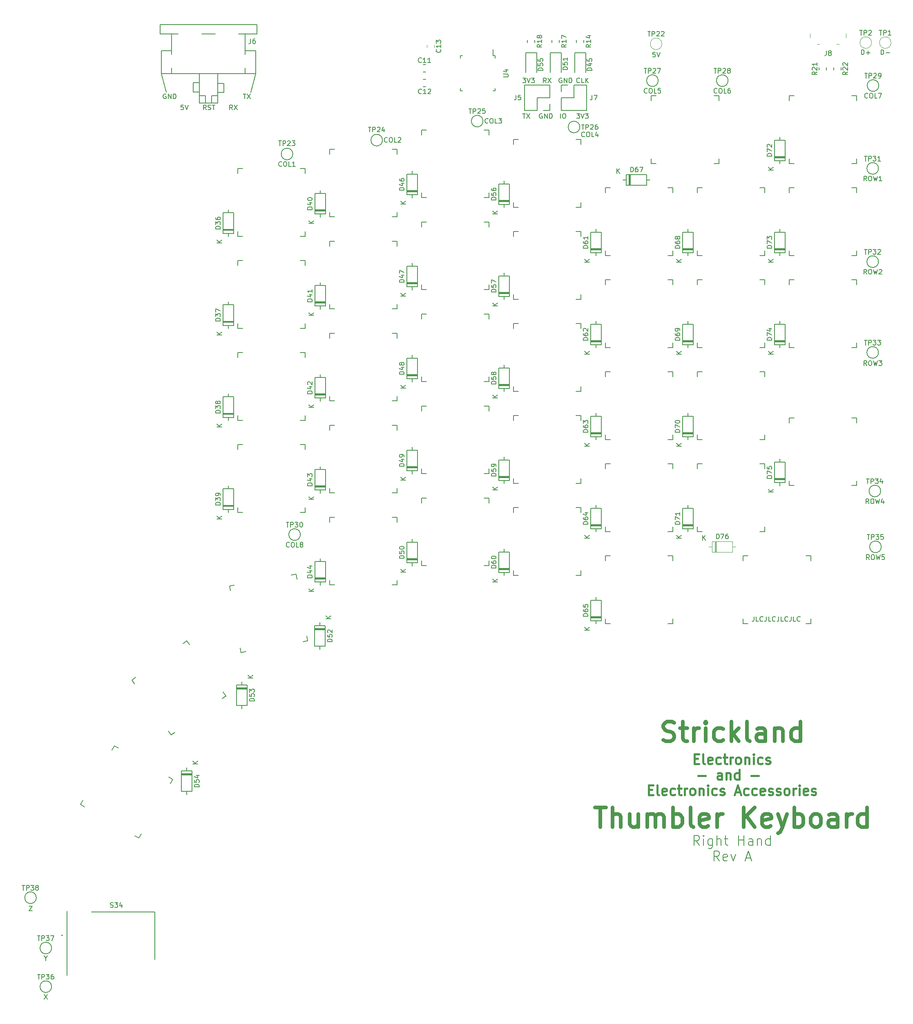
<source format=gbr>
%TF.GenerationSoftware,KiCad,Pcbnew,(6.0.0)*%
%TF.CreationDate,2022-01-02T22:49:07-08:00*%
%TF.ProjectId,thumbler_right,7468756d-626c-4657-925f-72696768742e,rev?*%
%TF.SameCoordinates,Original*%
%TF.FileFunction,Legend,Top*%
%TF.FilePolarity,Positive*%
%FSLAX46Y46*%
G04 Gerber Fmt 4.6, Leading zero omitted, Abs format (unit mm)*
G04 Created by KiCad (PCBNEW (6.0.0)) date 2022-01-02 22:49:07*
%MOMM*%
%LPD*%
G01*
G04 APERTURE LIST*
%ADD10C,0.150000*%
%ADD11C,0.800000*%
%ADD12C,0.400000*%
%ADD13C,0.200000*%
%ADD14C,0.120000*%
%ADD15C,0.153000*%
G04 APERTURE END LIST*
D10*
X456644952Y-259294380D02*
X456644952Y-260008666D01*
X456597333Y-260151523D01*
X456502095Y-260246761D01*
X456359238Y-260294380D01*
X456264000Y-260294380D01*
X457597333Y-260294380D02*
X457121142Y-260294380D01*
X457121142Y-259294380D01*
X458502095Y-260199142D02*
X458454476Y-260246761D01*
X458311619Y-260294380D01*
X458216380Y-260294380D01*
X458073523Y-260246761D01*
X457978285Y-260151523D01*
X457930666Y-260056285D01*
X457883047Y-259865809D01*
X457883047Y-259722952D01*
X457930666Y-259532476D01*
X457978285Y-259437238D01*
X458073523Y-259342000D01*
X458216380Y-259294380D01*
X458311619Y-259294380D01*
X458454476Y-259342000D01*
X458502095Y-259389619D01*
X459216380Y-259294380D02*
X459216380Y-260008666D01*
X459168761Y-260151523D01*
X459073523Y-260246761D01*
X458930666Y-260294380D01*
X458835428Y-260294380D01*
X460168761Y-260294380D02*
X459692571Y-260294380D01*
X459692571Y-259294380D01*
X461073523Y-260199142D02*
X461025904Y-260246761D01*
X460883047Y-260294380D01*
X460787809Y-260294380D01*
X460644952Y-260246761D01*
X460549714Y-260151523D01*
X460502095Y-260056285D01*
X460454476Y-259865809D01*
X460454476Y-259722952D01*
X460502095Y-259532476D01*
X460549714Y-259437238D01*
X460644952Y-259342000D01*
X460787809Y-259294380D01*
X460883047Y-259294380D01*
X461025904Y-259342000D01*
X461073523Y-259389619D01*
X461787809Y-259294380D02*
X461787809Y-260008666D01*
X461740190Y-260151523D01*
X461644952Y-260246761D01*
X461502095Y-260294380D01*
X461406857Y-260294380D01*
X462740190Y-260294380D02*
X462264000Y-260294380D01*
X462264000Y-259294380D01*
X463644952Y-260199142D02*
X463597333Y-260246761D01*
X463454476Y-260294380D01*
X463359238Y-260294380D01*
X463216380Y-260246761D01*
X463121142Y-260151523D01*
X463073523Y-260056285D01*
X463025904Y-259865809D01*
X463025904Y-259722952D01*
X463073523Y-259532476D01*
X463121142Y-259437238D01*
X463216380Y-259342000D01*
X463359238Y-259294380D01*
X463454476Y-259294380D01*
X463597333Y-259342000D01*
X463644952Y-259389619D01*
X464359238Y-259294380D02*
X464359238Y-260008666D01*
X464311619Y-260151523D01*
X464216380Y-260246761D01*
X464073523Y-260294380D01*
X463978285Y-260294380D01*
X465311619Y-260294380D02*
X464835428Y-260294380D01*
X464835428Y-259294380D01*
X466216380Y-260199142D02*
X466168761Y-260246761D01*
X466025904Y-260294380D01*
X465930666Y-260294380D01*
X465787809Y-260246761D01*
X465692571Y-260151523D01*
X465644952Y-260056285D01*
X465597333Y-259865809D01*
X465597333Y-259722952D01*
X465644952Y-259532476D01*
X465692571Y-259437238D01*
X465787809Y-259342000D01*
X465930666Y-259294380D01*
X466025904Y-259294380D01*
X466168761Y-259342000D01*
X466216380Y-259389619D01*
X334772095Y-151138000D02*
X334676857Y-151090380D01*
X334534000Y-151090380D01*
X334391142Y-151138000D01*
X334295904Y-151233238D01*
X334248285Y-151328476D01*
X334200666Y-151518952D01*
X334200666Y-151661809D01*
X334248285Y-151852285D01*
X334295904Y-151947523D01*
X334391142Y-152042761D01*
X334534000Y-152090380D01*
X334629238Y-152090380D01*
X334772095Y-152042761D01*
X334819714Y-151995142D01*
X334819714Y-151661809D01*
X334629238Y-151661809D01*
X335248285Y-152090380D02*
X335248285Y-151090380D01*
X335819714Y-152090380D01*
X335819714Y-151090380D01*
X336295904Y-152090380D02*
X336295904Y-151090380D01*
X336534000Y-151090380D01*
X336676857Y-151138000D01*
X336772095Y-151233238D01*
X336819714Y-151328476D01*
X336867333Y-151518952D01*
X336867333Y-151661809D01*
X336819714Y-151852285D01*
X336772095Y-151947523D01*
X336676857Y-152042761D01*
X336534000Y-152090380D01*
X336295904Y-152090380D01*
X338391523Y-153376380D02*
X337915333Y-153376380D01*
X337867714Y-153852571D01*
X337915333Y-153804952D01*
X338010571Y-153757333D01*
X338248666Y-153757333D01*
X338343904Y-153804952D01*
X338391523Y-153852571D01*
X338439142Y-153947809D01*
X338439142Y-154185904D01*
X338391523Y-154281142D01*
X338343904Y-154328761D01*
X338248666Y-154376380D01*
X338010571Y-154376380D01*
X337915333Y-154328761D01*
X337867714Y-154281142D01*
X338724857Y-153376380D02*
X339058190Y-154376380D01*
X339391523Y-153376380D01*
X343114380Y-154376380D02*
X342781047Y-153900190D01*
X342542952Y-154376380D02*
X342542952Y-153376380D01*
X342923904Y-153376380D01*
X343019142Y-153424000D01*
X343066761Y-153471619D01*
X343114380Y-153566857D01*
X343114380Y-153709714D01*
X343066761Y-153804952D01*
X343019142Y-153852571D01*
X342923904Y-153900190D01*
X342542952Y-153900190D01*
X343495333Y-154328761D02*
X343638190Y-154376380D01*
X343876285Y-154376380D01*
X343971523Y-154328761D01*
X344019142Y-154281142D01*
X344066761Y-154185904D01*
X344066761Y-154090666D01*
X344019142Y-153995428D01*
X343971523Y-153947809D01*
X343876285Y-153900190D01*
X343685809Y-153852571D01*
X343590571Y-153804952D01*
X343542952Y-153757333D01*
X343495333Y-153662095D01*
X343495333Y-153566857D01*
X343542952Y-153471619D01*
X343590571Y-153424000D01*
X343685809Y-153376380D01*
X343923904Y-153376380D01*
X344066761Y-153424000D01*
X344352476Y-153376380D02*
X344923904Y-153376380D01*
X344638190Y-154376380D02*
X344638190Y-153376380D01*
X348575333Y-154376380D02*
X348242000Y-153900190D01*
X348003904Y-154376380D02*
X348003904Y-153376380D01*
X348384857Y-153376380D01*
X348480095Y-153424000D01*
X348527714Y-153471619D01*
X348575333Y-153566857D01*
X348575333Y-153709714D01*
X348527714Y-153804952D01*
X348480095Y-153852571D01*
X348384857Y-153900190D01*
X348003904Y-153900190D01*
X348908666Y-153376380D02*
X349575333Y-154376380D01*
X349575333Y-153376380D02*
X348908666Y-154376380D01*
X350774095Y-151090380D02*
X351345523Y-151090380D01*
X351059809Y-152090380D02*
X351059809Y-151090380D01*
X351583619Y-151090380D02*
X352250285Y-152090380D01*
X352250285Y-151090380D02*
X351583619Y-152090380D01*
X420536761Y-148693142D02*
X420489142Y-148740761D01*
X420346285Y-148788380D01*
X420251047Y-148788380D01*
X420108190Y-148740761D01*
X420012952Y-148645523D01*
X419965333Y-148550285D01*
X419917714Y-148359809D01*
X419917714Y-148216952D01*
X419965333Y-148026476D01*
X420012952Y-147931238D01*
X420108190Y-147836000D01*
X420251047Y-147788380D01*
X420346285Y-147788380D01*
X420489142Y-147836000D01*
X420536761Y-147883619D01*
X421441523Y-148788380D02*
X420965333Y-148788380D01*
X420965333Y-147788380D01*
X421774857Y-148788380D02*
X421774857Y-147788380D01*
X422346285Y-148788380D02*
X421917714Y-148216952D01*
X422346285Y-147788380D02*
X421774857Y-148359809D01*
X416814095Y-147836000D02*
X416718857Y-147788380D01*
X416576000Y-147788380D01*
X416433142Y-147836000D01*
X416337904Y-147931238D01*
X416290285Y-148026476D01*
X416242666Y-148216952D01*
X416242666Y-148359809D01*
X416290285Y-148550285D01*
X416337904Y-148645523D01*
X416433142Y-148740761D01*
X416576000Y-148788380D01*
X416671238Y-148788380D01*
X416814095Y-148740761D01*
X416861714Y-148693142D01*
X416861714Y-148359809D01*
X416671238Y-148359809D01*
X417290285Y-148788380D02*
X417290285Y-147788380D01*
X417861714Y-148788380D01*
X417861714Y-147788380D01*
X418337904Y-148788380D02*
X418337904Y-147788380D01*
X418576000Y-147788380D01*
X418718857Y-147836000D01*
X418814095Y-147931238D01*
X418861714Y-148026476D01*
X418909333Y-148216952D01*
X418909333Y-148359809D01*
X418861714Y-148550285D01*
X418814095Y-148645523D01*
X418718857Y-148740761D01*
X418576000Y-148788380D01*
X418337904Y-148788380D01*
X419893904Y-155154380D02*
X420512952Y-155154380D01*
X420179619Y-155535333D01*
X420322476Y-155535333D01*
X420417714Y-155582952D01*
X420465333Y-155630571D01*
X420512952Y-155725809D01*
X420512952Y-155963904D01*
X420465333Y-156059142D01*
X420417714Y-156106761D01*
X420322476Y-156154380D01*
X420036761Y-156154380D01*
X419941523Y-156106761D01*
X419893904Y-156059142D01*
X420798666Y-155154380D02*
X421132000Y-156154380D01*
X421465333Y-155154380D01*
X421703428Y-155154380D02*
X422322476Y-155154380D01*
X421989142Y-155535333D01*
X422132000Y-155535333D01*
X422227238Y-155582952D01*
X422274857Y-155630571D01*
X422322476Y-155725809D01*
X422322476Y-155963904D01*
X422274857Y-156059142D01*
X422227238Y-156106761D01*
X422132000Y-156154380D01*
X421846285Y-156154380D01*
X421751047Y-156106761D01*
X421703428Y-156059142D01*
X416544190Y-156154380D02*
X416544190Y-155154380D01*
X417210857Y-155154380D02*
X417401333Y-155154380D01*
X417496571Y-155202000D01*
X417591809Y-155297238D01*
X417639428Y-155487714D01*
X417639428Y-155821047D01*
X417591809Y-156011523D01*
X417496571Y-156106761D01*
X417401333Y-156154380D01*
X417210857Y-156154380D01*
X417115619Y-156106761D01*
X417020380Y-156011523D01*
X416972761Y-155821047D01*
X416972761Y-155487714D01*
X417020380Y-155297238D01*
X417115619Y-155202000D01*
X417210857Y-155154380D01*
X412750095Y-155202000D02*
X412654857Y-155154380D01*
X412512000Y-155154380D01*
X412369142Y-155202000D01*
X412273904Y-155297238D01*
X412226285Y-155392476D01*
X412178666Y-155582952D01*
X412178666Y-155725809D01*
X412226285Y-155916285D01*
X412273904Y-156011523D01*
X412369142Y-156106761D01*
X412512000Y-156154380D01*
X412607238Y-156154380D01*
X412750095Y-156106761D01*
X412797714Y-156059142D01*
X412797714Y-155725809D01*
X412607238Y-155725809D01*
X413226285Y-156154380D02*
X413226285Y-155154380D01*
X413797714Y-156154380D01*
X413797714Y-155154380D01*
X414273904Y-156154380D02*
X414273904Y-155154380D01*
X414512000Y-155154380D01*
X414654857Y-155202000D01*
X414750095Y-155297238D01*
X414797714Y-155392476D01*
X414845333Y-155582952D01*
X414845333Y-155725809D01*
X414797714Y-155916285D01*
X414750095Y-156011523D01*
X414654857Y-156106761D01*
X414512000Y-156154380D01*
X414273904Y-156154380D01*
X413599333Y-148788380D02*
X413266000Y-148312190D01*
X413027904Y-148788380D02*
X413027904Y-147788380D01*
X413408857Y-147788380D01*
X413504095Y-147836000D01*
X413551714Y-147883619D01*
X413599333Y-147978857D01*
X413599333Y-148121714D01*
X413551714Y-148216952D01*
X413504095Y-148264571D01*
X413408857Y-148312190D01*
X413027904Y-148312190D01*
X413932666Y-147788380D02*
X414599333Y-148788380D01*
X414599333Y-147788380D02*
X413932666Y-148788380D01*
X408686095Y-155154380D02*
X409257523Y-155154380D01*
X408971809Y-156154380D02*
X408971809Y-155154380D01*
X409495619Y-155154380D02*
X410162285Y-156154380D01*
X410162285Y-155154380D02*
X409495619Y-156154380D01*
X408717904Y-147788380D02*
X409336952Y-147788380D01*
X409003619Y-148169333D01*
X409146476Y-148169333D01*
X409241714Y-148216952D01*
X409289333Y-148264571D01*
X409336952Y-148359809D01*
X409336952Y-148597904D01*
X409289333Y-148693142D01*
X409241714Y-148740761D01*
X409146476Y-148788380D01*
X408860761Y-148788380D01*
X408765523Y-148740761D01*
X408717904Y-148693142D01*
X409622666Y-147788380D02*
X409956000Y-148788380D01*
X410289333Y-147788380D01*
X410527428Y-147788380D02*
X411146476Y-147788380D01*
X410813142Y-148169333D01*
X410956000Y-148169333D01*
X411051238Y-148216952D01*
X411098857Y-148264571D01*
X411146476Y-148359809D01*
X411146476Y-148597904D01*
X411098857Y-148693142D01*
X411051238Y-148740761D01*
X410956000Y-148788380D01*
X410670285Y-148788380D01*
X410575047Y-148740761D01*
X410527428Y-148693142D01*
X436181523Y-142454380D02*
X435705333Y-142454380D01*
X435657714Y-142930571D01*
X435705333Y-142882952D01*
X435800571Y-142835333D01*
X436038666Y-142835333D01*
X436133904Y-142882952D01*
X436181523Y-142930571D01*
X436229142Y-143025809D01*
X436229142Y-143263904D01*
X436181523Y-143359142D01*
X436133904Y-143406761D01*
X436038666Y-143454380D01*
X435800571Y-143454380D01*
X435705333Y-143406761D01*
X435657714Y-143359142D01*
X436514857Y-142454380D02*
X436848190Y-143454380D01*
X437181523Y-142454380D01*
X360349030Y-244804778D02*
X360301411Y-244852397D01*
X360158554Y-244900016D01*
X360063316Y-244900016D01*
X359920459Y-244852397D01*
X359825221Y-244757159D01*
X359777602Y-244661921D01*
X359729983Y-244471445D01*
X359729983Y-244328588D01*
X359777602Y-244138112D01*
X359825221Y-244042874D01*
X359920459Y-243947636D01*
X360063316Y-243900016D01*
X360158554Y-243900016D01*
X360301411Y-243947636D01*
X360349030Y-243995255D01*
X360968078Y-243900016D02*
X361158554Y-243900016D01*
X361253792Y-243947636D01*
X361349030Y-244042874D01*
X361396649Y-244233350D01*
X361396649Y-244566683D01*
X361349030Y-244757159D01*
X361253792Y-244852397D01*
X361158554Y-244900016D01*
X360968078Y-244900016D01*
X360872840Y-244852397D01*
X360777602Y-244757159D01*
X360729983Y-244566683D01*
X360729983Y-244233350D01*
X360777602Y-244042874D01*
X360872840Y-243947636D01*
X360968078Y-243900016D01*
X362301411Y-244900016D02*
X361825221Y-244900016D01*
X361825221Y-243900016D01*
X362777602Y-244328588D02*
X362682364Y-244280969D01*
X362634745Y-244233350D01*
X362587126Y-244138112D01*
X362587126Y-244090493D01*
X362634745Y-243995255D01*
X362682364Y-243947636D01*
X362777602Y-243900016D01*
X362968078Y-243900016D01*
X363063316Y-243947636D01*
X363110935Y-243995255D01*
X363158554Y-244090493D01*
X363158554Y-244138112D01*
X363110935Y-244233350D01*
X363063316Y-244280969D01*
X362968078Y-244328588D01*
X362777602Y-244328588D01*
X362682364Y-244376207D01*
X362634745Y-244423826D01*
X362587126Y-244519064D01*
X362587126Y-244709540D01*
X362634745Y-244804778D01*
X362682364Y-244852397D01*
X362777602Y-244900016D01*
X362968078Y-244900016D01*
X363063316Y-244852397D01*
X363110935Y-244804778D01*
X363158554Y-244709540D01*
X363158554Y-244519064D01*
X363110935Y-244423826D01*
X363063316Y-244376207D01*
X362968078Y-244328588D01*
X358771961Y-166003889D02*
X358724342Y-166051508D01*
X358581485Y-166099127D01*
X358486247Y-166099127D01*
X358343390Y-166051508D01*
X358248152Y-165956270D01*
X358200533Y-165861032D01*
X358152914Y-165670556D01*
X358152914Y-165527699D01*
X358200533Y-165337223D01*
X358248152Y-165241985D01*
X358343390Y-165146747D01*
X358486247Y-165099127D01*
X358581485Y-165099127D01*
X358724342Y-165146747D01*
X358771961Y-165194366D01*
X359391009Y-165099127D02*
X359581485Y-165099127D01*
X359676723Y-165146747D01*
X359771961Y-165241985D01*
X359819580Y-165432461D01*
X359819580Y-165765794D01*
X359771961Y-165956270D01*
X359676723Y-166051508D01*
X359581485Y-166099127D01*
X359391009Y-166099127D01*
X359295771Y-166051508D01*
X359200533Y-165956270D01*
X359152914Y-165765794D01*
X359152914Y-165432461D01*
X359200533Y-165241985D01*
X359295771Y-165146747D01*
X359391009Y-165099127D01*
X360724342Y-166099127D02*
X360248152Y-166099127D01*
X360248152Y-165099127D01*
X361581485Y-166099127D02*
X361010057Y-166099127D01*
X361295771Y-166099127D02*
X361295771Y-165099127D01*
X361200533Y-165241985D01*
X361105295Y-165337223D01*
X361010057Y-165384842D01*
X380666761Y-161012142D02*
X380619142Y-161059761D01*
X380476285Y-161107380D01*
X380381047Y-161107380D01*
X380238190Y-161059761D01*
X380142952Y-160964523D01*
X380095333Y-160869285D01*
X380047714Y-160678809D01*
X380047714Y-160535952D01*
X380095333Y-160345476D01*
X380142952Y-160250238D01*
X380238190Y-160155000D01*
X380381047Y-160107380D01*
X380476285Y-160107380D01*
X380619142Y-160155000D01*
X380666761Y-160202619D01*
X381285809Y-160107380D02*
X381476285Y-160107380D01*
X381571523Y-160155000D01*
X381666761Y-160250238D01*
X381714380Y-160440714D01*
X381714380Y-160774047D01*
X381666761Y-160964523D01*
X381571523Y-161059761D01*
X381476285Y-161107380D01*
X381285809Y-161107380D01*
X381190571Y-161059761D01*
X381095333Y-160964523D01*
X381047714Y-160774047D01*
X381047714Y-160440714D01*
X381095333Y-160250238D01*
X381190571Y-160155000D01*
X381285809Y-160107380D01*
X382619142Y-161107380D02*
X382142952Y-161107380D01*
X382142952Y-160107380D01*
X382904857Y-160202619D02*
X382952476Y-160155000D01*
X383047714Y-160107380D01*
X383285809Y-160107380D01*
X383381047Y-160155000D01*
X383428666Y-160202619D01*
X383476285Y-160297857D01*
X383476285Y-160393095D01*
X383428666Y-160535952D01*
X382857238Y-161107380D01*
X383476285Y-161107380D01*
X401545561Y-157075142D02*
X401497942Y-157122761D01*
X401355085Y-157170380D01*
X401259847Y-157170380D01*
X401116990Y-157122761D01*
X401021752Y-157027523D01*
X400974133Y-156932285D01*
X400926514Y-156741809D01*
X400926514Y-156598952D01*
X400974133Y-156408476D01*
X401021752Y-156313238D01*
X401116990Y-156218000D01*
X401259847Y-156170380D01*
X401355085Y-156170380D01*
X401497942Y-156218000D01*
X401545561Y-156265619D01*
X402164609Y-156170380D02*
X402355085Y-156170380D01*
X402450323Y-156218000D01*
X402545561Y-156313238D01*
X402593180Y-156503714D01*
X402593180Y-156837047D01*
X402545561Y-157027523D01*
X402450323Y-157122761D01*
X402355085Y-157170380D01*
X402164609Y-157170380D01*
X402069371Y-157122761D01*
X401974133Y-157027523D01*
X401926514Y-156837047D01*
X401926514Y-156503714D01*
X401974133Y-156313238D01*
X402069371Y-156218000D01*
X402164609Y-156170380D01*
X403497942Y-157170380D02*
X403021752Y-157170380D01*
X403021752Y-156170380D01*
X403736038Y-156170380D02*
X404355085Y-156170380D01*
X404021752Y-156551333D01*
X404164609Y-156551333D01*
X404259847Y-156598952D01*
X404307466Y-156646571D01*
X404355085Y-156741809D01*
X404355085Y-156979904D01*
X404307466Y-157075142D01*
X404259847Y-157122761D01*
X404164609Y-157170380D01*
X403878895Y-157170380D01*
X403783657Y-157122761D01*
X403736038Y-157075142D01*
X421560761Y-159869142D02*
X421513142Y-159916761D01*
X421370285Y-159964380D01*
X421275047Y-159964380D01*
X421132190Y-159916761D01*
X421036952Y-159821523D01*
X420989333Y-159726285D01*
X420941714Y-159535809D01*
X420941714Y-159392952D01*
X420989333Y-159202476D01*
X421036952Y-159107238D01*
X421132190Y-159012000D01*
X421275047Y-158964380D01*
X421370285Y-158964380D01*
X421513142Y-159012000D01*
X421560761Y-159059619D01*
X422179809Y-158964380D02*
X422370285Y-158964380D01*
X422465523Y-159012000D01*
X422560761Y-159107238D01*
X422608380Y-159297714D01*
X422608380Y-159631047D01*
X422560761Y-159821523D01*
X422465523Y-159916761D01*
X422370285Y-159964380D01*
X422179809Y-159964380D01*
X422084571Y-159916761D01*
X421989333Y-159821523D01*
X421941714Y-159631047D01*
X421941714Y-159297714D01*
X421989333Y-159107238D01*
X422084571Y-159012000D01*
X422179809Y-158964380D01*
X423513142Y-159964380D02*
X423036952Y-159964380D01*
X423036952Y-158964380D01*
X424275047Y-159297714D02*
X424275047Y-159964380D01*
X424036952Y-158916761D02*
X423798857Y-159631047D01*
X424417904Y-159631047D01*
X434514761Y-150826742D02*
X434467142Y-150874361D01*
X434324285Y-150921980D01*
X434229047Y-150921980D01*
X434086190Y-150874361D01*
X433990952Y-150779123D01*
X433943333Y-150683885D01*
X433895714Y-150493409D01*
X433895714Y-150350552D01*
X433943333Y-150160076D01*
X433990952Y-150064838D01*
X434086190Y-149969600D01*
X434229047Y-149921980D01*
X434324285Y-149921980D01*
X434467142Y-149969600D01*
X434514761Y-150017219D01*
X435133809Y-149921980D02*
X435324285Y-149921980D01*
X435419523Y-149969600D01*
X435514761Y-150064838D01*
X435562380Y-150255314D01*
X435562380Y-150588647D01*
X435514761Y-150779123D01*
X435419523Y-150874361D01*
X435324285Y-150921980D01*
X435133809Y-150921980D01*
X435038571Y-150874361D01*
X434943333Y-150779123D01*
X434895714Y-150588647D01*
X434895714Y-150255314D01*
X434943333Y-150064838D01*
X435038571Y-149969600D01*
X435133809Y-149921980D01*
X436467142Y-150921980D02*
X435990952Y-150921980D01*
X435990952Y-149921980D01*
X437276666Y-149921980D02*
X436800476Y-149921980D01*
X436752857Y-150398171D01*
X436800476Y-150350552D01*
X436895714Y-150302933D01*
X437133809Y-150302933D01*
X437229047Y-150350552D01*
X437276666Y-150398171D01*
X437324285Y-150493409D01*
X437324285Y-150731504D01*
X437276666Y-150826742D01*
X437229047Y-150874361D01*
X437133809Y-150921980D01*
X436895714Y-150921980D01*
X436800476Y-150874361D01*
X436752857Y-150826742D01*
X448992761Y-150826742D02*
X448945142Y-150874361D01*
X448802285Y-150921980D01*
X448707047Y-150921980D01*
X448564190Y-150874361D01*
X448468952Y-150779123D01*
X448421333Y-150683885D01*
X448373714Y-150493409D01*
X448373714Y-150350552D01*
X448421333Y-150160076D01*
X448468952Y-150064838D01*
X448564190Y-149969600D01*
X448707047Y-149921980D01*
X448802285Y-149921980D01*
X448945142Y-149969600D01*
X448992761Y-150017219D01*
X449611809Y-149921980D02*
X449802285Y-149921980D01*
X449897523Y-149969600D01*
X449992761Y-150064838D01*
X450040380Y-150255314D01*
X450040380Y-150588647D01*
X449992761Y-150779123D01*
X449897523Y-150874361D01*
X449802285Y-150921980D01*
X449611809Y-150921980D01*
X449516571Y-150874361D01*
X449421333Y-150779123D01*
X449373714Y-150588647D01*
X449373714Y-150255314D01*
X449421333Y-150064838D01*
X449516571Y-149969600D01*
X449611809Y-149921980D01*
X450945142Y-150921980D02*
X450468952Y-150921980D01*
X450468952Y-149921980D01*
X451707047Y-149921980D02*
X451516571Y-149921980D01*
X451421333Y-149969600D01*
X451373714Y-150017219D01*
X451278476Y-150160076D01*
X451230857Y-150350552D01*
X451230857Y-150731504D01*
X451278476Y-150826742D01*
X451326095Y-150874361D01*
X451421333Y-150921980D01*
X451611809Y-150921980D01*
X451707047Y-150874361D01*
X451754666Y-150826742D01*
X451802285Y-150731504D01*
X451802285Y-150493409D01*
X451754666Y-150398171D01*
X451707047Y-150350552D01*
X451611809Y-150302933D01*
X451421333Y-150302933D01*
X451326095Y-150350552D01*
X451278476Y-150398171D01*
X451230857Y-150493409D01*
X480576095Y-247492780D02*
X480242761Y-247016590D01*
X480004666Y-247492780D02*
X480004666Y-246492780D01*
X480385619Y-246492780D01*
X480480857Y-246540400D01*
X480528476Y-246588019D01*
X480576095Y-246683257D01*
X480576095Y-246826114D01*
X480528476Y-246921352D01*
X480480857Y-246968971D01*
X480385619Y-247016590D01*
X480004666Y-247016590D01*
X481195142Y-246492780D02*
X481385619Y-246492780D01*
X481480857Y-246540400D01*
X481576095Y-246635638D01*
X481623714Y-246826114D01*
X481623714Y-247159447D01*
X481576095Y-247349923D01*
X481480857Y-247445161D01*
X481385619Y-247492780D01*
X481195142Y-247492780D01*
X481099904Y-247445161D01*
X481004666Y-247349923D01*
X480957047Y-247159447D01*
X480957047Y-246826114D01*
X481004666Y-246635638D01*
X481099904Y-246540400D01*
X481195142Y-246492780D01*
X481957047Y-246492780D02*
X482195142Y-247492780D01*
X482385619Y-246778495D01*
X482576095Y-247492780D01*
X482814190Y-246492780D01*
X483671333Y-246492780D02*
X483195142Y-246492780D01*
X483147523Y-246968971D01*
X483195142Y-246921352D01*
X483290380Y-246873733D01*
X483528476Y-246873733D01*
X483623714Y-246921352D01*
X483671333Y-246968971D01*
X483718952Y-247064209D01*
X483718952Y-247302304D01*
X483671333Y-247397542D01*
X483623714Y-247445161D01*
X483528476Y-247492780D01*
X483290380Y-247492780D01*
X483195142Y-247445161D01*
X483147523Y-247397542D01*
X480474495Y-235910380D02*
X480141161Y-235434190D01*
X479903066Y-235910380D02*
X479903066Y-234910380D01*
X480284019Y-234910380D01*
X480379257Y-234958000D01*
X480426876Y-235005619D01*
X480474495Y-235100857D01*
X480474495Y-235243714D01*
X480426876Y-235338952D01*
X480379257Y-235386571D01*
X480284019Y-235434190D01*
X479903066Y-235434190D01*
X481093542Y-234910380D02*
X481284019Y-234910380D01*
X481379257Y-234958000D01*
X481474495Y-235053238D01*
X481522114Y-235243714D01*
X481522114Y-235577047D01*
X481474495Y-235767523D01*
X481379257Y-235862761D01*
X481284019Y-235910380D01*
X481093542Y-235910380D01*
X480998304Y-235862761D01*
X480903066Y-235767523D01*
X480855447Y-235577047D01*
X480855447Y-235243714D01*
X480903066Y-235053238D01*
X480998304Y-234958000D01*
X481093542Y-234910380D01*
X481855447Y-234910380D02*
X482093542Y-235910380D01*
X482284019Y-235196095D01*
X482474495Y-235910380D01*
X482712590Y-234910380D01*
X483522114Y-235243714D02*
X483522114Y-235910380D01*
X483284019Y-234862761D02*
X483045923Y-235577047D01*
X483664971Y-235577047D01*
X480017295Y-207309980D02*
X479683961Y-206833790D01*
X479445866Y-207309980D02*
X479445866Y-206309980D01*
X479826819Y-206309980D01*
X479922057Y-206357600D01*
X479969676Y-206405219D01*
X480017295Y-206500457D01*
X480017295Y-206643314D01*
X479969676Y-206738552D01*
X479922057Y-206786171D01*
X479826819Y-206833790D01*
X479445866Y-206833790D01*
X480636342Y-206309980D02*
X480826819Y-206309980D01*
X480922057Y-206357600D01*
X481017295Y-206452838D01*
X481064914Y-206643314D01*
X481064914Y-206976647D01*
X481017295Y-207167123D01*
X480922057Y-207262361D01*
X480826819Y-207309980D01*
X480636342Y-207309980D01*
X480541104Y-207262361D01*
X480445866Y-207167123D01*
X480398247Y-206976647D01*
X480398247Y-206643314D01*
X480445866Y-206452838D01*
X480541104Y-206357600D01*
X480636342Y-206309980D01*
X481398247Y-206309980D02*
X481636342Y-207309980D01*
X481826819Y-206595695D01*
X482017295Y-207309980D01*
X482255390Y-206309980D01*
X482541104Y-206309980D02*
X483160152Y-206309980D01*
X482826819Y-206690933D01*
X482969676Y-206690933D01*
X483064914Y-206738552D01*
X483112533Y-206786171D01*
X483160152Y-206881409D01*
X483160152Y-207119504D01*
X483112533Y-207214742D01*
X483064914Y-207262361D01*
X482969676Y-207309980D01*
X482683961Y-207309980D01*
X482588723Y-207262361D01*
X482541104Y-207214742D01*
X480017295Y-188412380D02*
X479683961Y-187936190D01*
X479445866Y-188412380D02*
X479445866Y-187412380D01*
X479826819Y-187412380D01*
X479922057Y-187460000D01*
X479969676Y-187507619D01*
X480017295Y-187602857D01*
X480017295Y-187745714D01*
X479969676Y-187840952D01*
X479922057Y-187888571D01*
X479826819Y-187936190D01*
X479445866Y-187936190D01*
X480636342Y-187412380D02*
X480826819Y-187412380D01*
X480922057Y-187460000D01*
X481017295Y-187555238D01*
X481064914Y-187745714D01*
X481064914Y-188079047D01*
X481017295Y-188269523D01*
X480922057Y-188364761D01*
X480826819Y-188412380D01*
X480636342Y-188412380D01*
X480541104Y-188364761D01*
X480445866Y-188269523D01*
X480398247Y-188079047D01*
X480398247Y-187745714D01*
X480445866Y-187555238D01*
X480541104Y-187460000D01*
X480636342Y-187412380D01*
X481398247Y-187412380D02*
X481636342Y-188412380D01*
X481826819Y-187698095D01*
X482017295Y-188412380D01*
X482255390Y-187412380D01*
X482588723Y-187507619D02*
X482636342Y-187460000D01*
X482731580Y-187412380D01*
X482969676Y-187412380D01*
X483064914Y-187460000D01*
X483112533Y-187507619D01*
X483160152Y-187602857D01*
X483160152Y-187698095D01*
X483112533Y-187840952D01*
X482541104Y-188412380D01*
X483160152Y-188412380D01*
X480017295Y-169108380D02*
X479683961Y-168632190D01*
X479445866Y-169108380D02*
X479445866Y-168108380D01*
X479826819Y-168108380D01*
X479922057Y-168156000D01*
X479969676Y-168203619D01*
X480017295Y-168298857D01*
X480017295Y-168441714D01*
X479969676Y-168536952D01*
X479922057Y-168584571D01*
X479826819Y-168632190D01*
X479445866Y-168632190D01*
X480636342Y-168108380D02*
X480826819Y-168108380D01*
X480922057Y-168156000D01*
X481017295Y-168251238D01*
X481064914Y-168441714D01*
X481064914Y-168775047D01*
X481017295Y-168965523D01*
X480922057Y-169060761D01*
X480826819Y-169108380D01*
X480636342Y-169108380D01*
X480541104Y-169060761D01*
X480445866Y-168965523D01*
X480398247Y-168775047D01*
X480398247Y-168441714D01*
X480445866Y-168251238D01*
X480541104Y-168156000D01*
X480636342Y-168108380D01*
X481398247Y-168108380D02*
X481636342Y-169108380D01*
X481826819Y-168394095D01*
X482017295Y-169108380D01*
X482255390Y-168108380D01*
X483160152Y-169108380D02*
X482588723Y-169108380D01*
X482874438Y-169108380D02*
X482874438Y-168108380D01*
X482779200Y-168251238D01*
X482683961Y-168346476D01*
X482588723Y-168394095D01*
X480234761Y-151842742D02*
X480187142Y-151890361D01*
X480044285Y-151937980D01*
X479949047Y-151937980D01*
X479806190Y-151890361D01*
X479710952Y-151795123D01*
X479663333Y-151699885D01*
X479615714Y-151509409D01*
X479615714Y-151366552D01*
X479663333Y-151176076D01*
X479710952Y-151080838D01*
X479806190Y-150985600D01*
X479949047Y-150937980D01*
X480044285Y-150937980D01*
X480187142Y-150985600D01*
X480234761Y-151033219D01*
X480853809Y-150937980D02*
X481044285Y-150937980D01*
X481139523Y-150985600D01*
X481234761Y-151080838D01*
X481282380Y-151271314D01*
X481282380Y-151604647D01*
X481234761Y-151795123D01*
X481139523Y-151890361D01*
X481044285Y-151937980D01*
X480853809Y-151937980D01*
X480758571Y-151890361D01*
X480663333Y-151795123D01*
X480615714Y-151604647D01*
X480615714Y-151271314D01*
X480663333Y-151080838D01*
X480758571Y-150985600D01*
X480853809Y-150937980D01*
X482187142Y-151937980D02*
X481710952Y-151937980D01*
X481710952Y-150937980D01*
X482425238Y-150937980D02*
X483091904Y-150937980D01*
X482663333Y-151937980D01*
X309546666Y-337526380D02*
X310213333Y-338526380D01*
X310213333Y-337526380D02*
X309546666Y-338526380D01*
X309880000Y-330049190D02*
X309880000Y-330525380D01*
X309546666Y-329525380D02*
X309880000Y-330049190D01*
X310213333Y-329525380D01*
X306371666Y-319238380D02*
X307038333Y-319238380D01*
X306371666Y-320238380D01*
X307038333Y-320238380D01*
D11*
X437834285Y-284829047D02*
X438405714Y-285019523D01*
X439358095Y-285019523D01*
X439739047Y-284829047D01*
X439929523Y-284638571D01*
X440120000Y-284257619D01*
X440120000Y-283876666D01*
X439929523Y-283495714D01*
X439739047Y-283305238D01*
X439358095Y-283114761D01*
X438596190Y-282924285D01*
X438215238Y-282733809D01*
X438024761Y-282543333D01*
X437834285Y-282162380D01*
X437834285Y-281781428D01*
X438024761Y-281400476D01*
X438215238Y-281210000D01*
X438596190Y-281019523D01*
X439548571Y-281019523D01*
X440120000Y-281210000D01*
X441262857Y-282352857D02*
X442786666Y-282352857D01*
X441834285Y-281019523D02*
X441834285Y-284448095D01*
X442024761Y-284829047D01*
X442405714Y-285019523D01*
X442786666Y-285019523D01*
X444120000Y-285019523D02*
X444120000Y-282352857D01*
X444120000Y-283114761D02*
X444310476Y-282733809D01*
X444500952Y-282543333D01*
X444881904Y-282352857D01*
X445262857Y-282352857D01*
X446596190Y-285019523D02*
X446596190Y-282352857D01*
X446596190Y-281019523D02*
X446405714Y-281210000D01*
X446596190Y-281400476D01*
X446786666Y-281210000D01*
X446596190Y-281019523D01*
X446596190Y-281400476D01*
X450215238Y-284829047D02*
X449834285Y-285019523D01*
X449072380Y-285019523D01*
X448691428Y-284829047D01*
X448500952Y-284638571D01*
X448310476Y-284257619D01*
X448310476Y-283114761D01*
X448500952Y-282733809D01*
X448691428Y-282543333D01*
X449072380Y-282352857D01*
X449834285Y-282352857D01*
X450215238Y-282543333D01*
X451929523Y-285019523D02*
X451929523Y-281019523D01*
X452310476Y-283495714D02*
X453453333Y-285019523D01*
X453453333Y-282352857D02*
X451929523Y-283876666D01*
X455739047Y-285019523D02*
X455358095Y-284829047D01*
X455167619Y-284448095D01*
X455167619Y-281019523D01*
X458977142Y-285019523D02*
X458977142Y-282924285D01*
X458786666Y-282543333D01*
X458405714Y-282352857D01*
X457643809Y-282352857D01*
X457262857Y-282543333D01*
X458977142Y-284829047D02*
X458596190Y-285019523D01*
X457643809Y-285019523D01*
X457262857Y-284829047D01*
X457072380Y-284448095D01*
X457072380Y-284067142D01*
X457262857Y-283686190D01*
X457643809Y-283495714D01*
X458596190Y-283495714D01*
X458977142Y-283305238D01*
X460881904Y-282352857D02*
X460881904Y-285019523D01*
X460881904Y-282733809D02*
X461072380Y-282543333D01*
X461453333Y-282352857D01*
X462024761Y-282352857D01*
X462405714Y-282543333D01*
X462596190Y-282924285D01*
X462596190Y-285019523D01*
X466215238Y-285019523D02*
X466215238Y-281019523D01*
X466215238Y-284829047D02*
X465834285Y-285019523D01*
X465072380Y-285019523D01*
X464691428Y-284829047D01*
X464500952Y-284638571D01*
X464310476Y-284257619D01*
X464310476Y-283114761D01*
X464500952Y-282733809D01*
X464691428Y-282543333D01*
X465072380Y-282352857D01*
X465834285Y-282352857D01*
X466215238Y-282543333D01*
D12*
X444310476Y-288737142D02*
X444977142Y-288737142D01*
X445262857Y-289784761D02*
X444310476Y-289784761D01*
X444310476Y-287784761D01*
X445262857Y-287784761D01*
X446405714Y-289784761D02*
X446215238Y-289689523D01*
X446120000Y-289499047D01*
X446120000Y-287784761D01*
X447929523Y-289689523D02*
X447739047Y-289784761D01*
X447358095Y-289784761D01*
X447167619Y-289689523D01*
X447072380Y-289499047D01*
X447072380Y-288737142D01*
X447167619Y-288546666D01*
X447358095Y-288451428D01*
X447739047Y-288451428D01*
X447929523Y-288546666D01*
X448024761Y-288737142D01*
X448024761Y-288927619D01*
X447072380Y-289118095D01*
X449739047Y-289689523D02*
X449548571Y-289784761D01*
X449167619Y-289784761D01*
X448977142Y-289689523D01*
X448881904Y-289594285D01*
X448786666Y-289403809D01*
X448786666Y-288832380D01*
X448881904Y-288641904D01*
X448977142Y-288546666D01*
X449167619Y-288451428D01*
X449548571Y-288451428D01*
X449739047Y-288546666D01*
X450310476Y-288451428D02*
X451072380Y-288451428D01*
X450596190Y-287784761D02*
X450596190Y-289499047D01*
X450691428Y-289689523D01*
X450881904Y-289784761D01*
X451072380Y-289784761D01*
X451739047Y-289784761D02*
X451739047Y-288451428D01*
X451739047Y-288832380D02*
X451834285Y-288641904D01*
X451929523Y-288546666D01*
X452120000Y-288451428D01*
X452310476Y-288451428D01*
X453262857Y-289784761D02*
X453072380Y-289689523D01*
X452977142Y-289594285D01*
X452881904Y-289403809D01*
X452881904Y-288832380D01*
X452977142Y-288641904D01*
X453072380Y-288546666D01*
X453262857Y-288451428D01*
X453548571Y-288451428D01*
X453739047Y-288546666D01*
X453834285Y-288641904D01*
X453929523Y-288832380D01*
X453929523Y-289403809D01*
X453834285Y-289594285D01*
X453739047Y-289689523D01*
X453548571Y-289784761D01*
X453262857Y-289784761D01*
X454786666Y-288451428D02*
X454786666Y-289784761D01*
X454786666Y-288641904D02*
X454881904Y-288546666D01*
X455072380Y-288451428D01*
X455358095Y-288451428D01*
X455548571Y-288546666D01*
X455643809Y-288737142D01*
X455643809Y-289784761D01*
X456596190Y-289784761D02*
X456596190Y-288451428D01*
X456596190Y-287784761D02*
X456500952Y-287880000D01*
X456596190Y-287975238D01*
X456691428Y-287880000D01*
X456596190Y-287784761D01*
X456596190Y-287975238D01*
X458405714Y-289689523D02*
X458215238Y-289784761D01*
X457834285Y-289784761D01*
X457643809Y-289689523D01*
X457548571Y-289594285D01*
X457453333Y-289403809D01*
X457453333Y-288832380D01*
X457548571Y-288641904D01*
X457643809Y-288546666D01*
X457834285Y-288451428D01*
X458215238Y-288451428D01*
X458405714Y-288546666D01*
X459167619Y-289689523D02*
X459358095Y-289784761D01*
X459739047Y-289784761D01*
X459929523Y-289689523D01*
X460024761Y-289499047D01*
X460024761Y-289403809D01*
X459929523Y-289213333D01*
X459739047Y-289118095D01*
X459453333Y-289118095D01*
X459262857Y-289022857D01*
X459167619Y-288832380D01*
X459167619Y-288737142D01*
X459262857Y-288546666D01*
X459453333Y-288451428D01*
X459739047Y-288451428D01*
X459929523Y-288546666D01*
X445120000Y-292242857D02*
X446643809Y-292242857D01*
X449977142Y-293004761D02*
X449977142Y-291957142D01*
X449881904Y-291766666D01*
X449691428Y-291671428D01*
X449310476Y-291671428D01*
X449120000Y-291766666D01*
X449977142Y-292909523D02*
X449786666Y-293004761D01*
X449310476Y-293004761D01*
X449120000Y-292909523D01*
X449024761Y-292719047D01*
X449024761Y-292528571D01*
X449120000Y-292338095D01*
X449310476Y-292242857D01*
X449786666Y-292242857D01*
X449977142Y-292147619D01*
X450929523Y-291671428D02*
X450929523Y-293004761D01*
X450929523Y-291861904D02*
X451024761Y-291766666D01*
X451215238Y-291671428D01*
X451500952Y-291671428D01*
X451691428Y-291766666D01*
X451786666Y-291957142D01*
X451786666Y-293004761D01*
X453596190Y-293004761D02*
X453596190Y-291004761D01*
X453596190Y-292909523D02*
X453405714Y-293004761D01*
X453024761Y-293004761D01*
X452834285Y-292909523D01*
X452739047Y-292814285D01*
X452643809Y-292623809D01*
X452643809Y-292052380D01*
X452739047Y-291861904D01*
X452834285Y-291766666D01*
X453024761Y-291671428D01*
X453405714Y-291671428D01*
X453596190Y-291766666D01*
X456072380Y-292242857D02*
X457596190Y-292242857D01*
X434834285Y-295177142D02*
X435500952Y-295177142D01*
X435786666Y-296224761D02*
X434834285Y-296224761D01*
X434834285Y-294224761D01*
X435786666Y-294224761D01*
X436929523Y-296224761D02*
X436739047Y-296129523D01*
X436643809Y-295939047D01*
X436643809Y-294224761D01*
X438453333Y-296129523D02*
X438262857Y-296224761D01*
X437881904Y-296224761D01*
X437691428Y-296129523D01*
X437596190Y-295939047D01*
X437596190Y-295177142D01*
X437691428Y-294986666D01*
X437881904Y-294891428D01*
X438262857Y-294891428D01*
X438453333Y-294986666D01*
X438548571Y-295177142D01*
X438548571Y-295367619D01*
X437596190Y-295558095D01*
X440262857Y-296129523D02*
X440072380Y-296224761D01*
X439691428Y-296224761D01*
X439500952Y-296129523D01*
X439405714Y-296034285D01*
X439310476Y-295843809D01*
X439310476Y-295272380D01*
X439405714Y-295081904D01*
X439500952Y-294986666D01*
X439691428Y-294891428D01*
X440072380Y-294891428D01*
X440262857Y-294986666D01*
X440834285Y-294891428D02*
X441596190Y-294891428D01*
X441120000Y-294224761D02*
X441120000Y-295939047D01*
X441215238Y-296129523D01*
X441405714Y-296224761D01*
X441596190Y-296224761D01*
X442262857Y-296224761D02*
X442262857Y-294891428D01*
X442262857Y-295272380D02*
X442358095Y-295081904D01*
X442453333Y-294986666D01*
X442643809Y-294891428D01*
X442834285Y-294891428D01*
X443786666Y-296224761D02*
X443596190Y-296129523D01*
X443500952Y-296034285D01*
X443405714Y-295843809D01*
X443405714Y-295272380D01*
X443500952Y-295081904D01*
X443596190Y-294986666D01*
X443786666Y-294891428D01*
X444072380Y-294891428D01*
X444262857Y-294986666D01*
X444358095Y-295081904D01*
X444453333Y-295272380D01*
X444453333Y-295843809D01*
X444358095Y-296034285D01*
X444262857Y-296129523D01*
X444072380Y-296224761D01*
X443786666Y-296224761D01*
X445310476Y-294891428D02*
X445310476Y-296224761D01*
X445310476Y-295081904D02*
X445405714Y-294986666D01*
X445596190Y-294891428D01*
X445881904Y-294891428D01*
X446072380Y-294986666D01*
X446167619Y-295177142D01*
X446167619Y-296224761D01*
X447120000Y-296224761D02*
X447120000Y-294891428D01*
X447120000Y-294224761D02*
X447024761Y-294320000D01*
X447120000Y-294415238D01*
X447215238Y-294320000D01*
X447120000Y-294224761D01*
X447120000Y-294415238D01*
X448929523Y-296129523D02*
X448739047Y-296224761D01*
X448358095Y-296224761D01*
X448167619Y-296129523D01*
X448072380Y-296034285D01*
X447977142Y-295843809D01*
X447977142Y-295272380D01*
X448072380Y-295081904D01*
X448167619Y-294986666D01*
X448358095Y-294891428D01*
X448739047Y-294891428D01*
X448929523Y-294986666D01*
X449691428Y-296129523D02*
X449881904Y-296224761D01*
X450262857Y-296224761D01*
X450453333Y-296129523D01*
X450548571Y-295939047D01*
X450548571Y-295843809D01*
X450453333Y-295653333D01*
X450262857Y-295558095D01*
X449977142Y-295558095D01*
X449786666Y-295462857D01*
X449691428Y-295272380D01*
X449691428Y-295177142D01*
X449786666Y-294986666D01*
X449977142Y-294891428D01*
X450262857Y-294891428D01*
X450453333Y-294986666D01*
X452834285Y-295653333D02*
X453786666Y-295653333D01*
X452643809Y-296224761D02*
X453310476Y-294224761D01*
X453977142Y-296224761D01*
X455500952Y-296129523D02*
X455310476Y-296224761D01*
X454929523Y-296224761D01*
X454739047Y-296129523D01*
X454643809Y-296034285D01*
X454548571Y-295843809D01*
X454548571Y-295272380D01*
X454643809Y-295081904D01*
X454739047Y-294986666D01*
X454929523Y-294891428D01*
X455310476Y-294891428D01*
X455500952Y-294986666D01*
X457215238Y-296129523D02*
X457024761Y-296224761D01*
X456643809Y-296224761D01*
X456453333Y-296129523D01*
X456358095Y-296034285D01*
X456262857Y-295843809D01*
X456262857Y-295272380D01*
X456358095Y-295081904D01*
X456453333Y-294986666D01*
X456643809Y-294891428D01*
X457024761Y-294891428D01*
X457215238Y-294986666D01*
X458834285Y-296129523D02*
X458643809Y-296224761D01*
X458262857Y-296224761D01*
X458072380Y-296129523D01*
X457977142Y-295939047D01*
X457977142Y-295177142D01*
X458072380Y-294986666D01*
X458262857Y-294891428D01*
X458643809Y-294891428D01*
X458834285Y-294986666D01*
X458929523Y-295177142D01*
X458929523Y-295367619D01*
X457977142Y-295558095D01*
X459691428Y-296129523D02*
X459881904Y-296224761D01*
X460262857Y-296224761D01*
X460453333Y-296129523D01*
X460548571Y-295939047D01*
X460548571Y-295843809D01*
X460453333Y-295653333D01*
X460262857Y-295558095D01*
X459977142Y-295558095D01*
X459786666Y-295462857D01*
X459691428Y-295272380D01*
X459691428Y-295177142D01*
X459786666Y-294986666D01*
X459977142Y-294891428D01*
X460262857Y-294891428D01*
X460453333Y-294986666D01*
X461310476Y-296129523D02*
X461500952Y-296224761D01*
X461881904Y-296224761D01*
X462072380Y-296129523D01*
X462167619Y-295939047D01*
X462167619Y-295843809D01*
X462072380Y-295653333D01*
X461881904Y-295558095D01*
X461596190Y-295558095D01*
X461405714Y-295462857D01*
X461310476Y-295272380D01*
X461310476Y-295177142D01*
X461405714Y-294986666D01*
X461596190Y-294891428D01*
X461881904Y-294891428D01*
X462072380Y-294986666D01*
X463310476Y-296224761D02*
X463120000Y-296129523D01*
X463024761Y-296034285D01*
X462929523Y-295843809D01*
X462929523Y-295272380D01*
X463024761Y-295081904D01*
X463120000Y-294986666D01*
X463310476Y-294891428D01*
X463596190Y-294891428D01*
X463786666Y-294986666D01*
X463881904Y-295081904D01*
X463977142Y-295272380D01*
X463977142Y-295843809D01*
X463881904Y-296034285D01*
X463786666Y-296129523D01*
X463596190Y-296224761D01*
X463310476Y-296224761D01*
X464834285Y-296224761D02*
X464834285Y-294891428D01*
X464834285Y-295272380D02*
X464929523Y-295081904D01*
X465024761Y-294986666D01*
X465215238Y-294891428D01*
X465405714Y-294891428D01*
X466072380Y-296224761D02*
X466072380Y-294891428D01*
X466072380Y-294224761D02*
X465977142Y-294320000D01*
X466072380Y-294415238D01*
X466167619Y-294320000D01*
X466072380Y-294224761D01*
X466072380Y-294415238D01*
X467786666Y-296129523D02*
X467596190Y-296224761D01*
X467215238Y-296224761D01*
X467024761Y-296129523D01*
X466929523Y-295939047D01*
X466929523Y-295177142D01*
X467024761Y-294986666D01*
X467215238Y-294891428D01*
X467596190Y-294891428D01*
X467786666Y-294986666D01*
X467881904Y-295177142D01*
X467881904Y-295367619D01*
X466929523Y-295558095D01*
X468643809Y-296129523D02*
X468834285Y-296224761D01*
X469215238Y-296224761D01*
X469405714Y-296129523D01*
X469500952Y-295939047D01*
X469500952Y-295843809D01*
X469405714Y-295653333D01*
X469215238Y-295558095D01*
X468929523Y-295558095D01*
X468739047Y-295462857D01*
X468643809Y-295272380D01*
X468643809Y-295177142D01*
X468739047Y-294986666D01*
X468929523Y-294891428D01*
X469215238Y-294891428D01*
X469405714Y-294986666D01*
D13*
X445358095Y-306634761D02*
X444691428Y-305682380D01*
X444215238Y-306634761D02*
X444215238Y-304634761D01*
X444977142Y-304634761D01*
X445167619Y-304730000D01*
X445262857Y-304825238D01*
X445358095Y-305015714D01*
X445358095Y-305301428D01*
X445262857Y-305491904D01*
X445167619Y-305587142D01*
X444977142Y-305682380D01*
X444215238Y-305682380D01*
X446215238Y-306634761D02*
X446215238Y-305301428D01*
X446215238Y-304634761D02*
X446120000Y-304730000D01*
X446215238Y-304825238D01*
X446310476Y-304730000D01*
X446215238Y-304634761D01*
X446215238Y-304825238D01*
X448024761Y-305301428D02*
X448024761Y-306920476D01*
X447929523Y-307110952D01*
X447834285Y-307206190D01*
X447643809Y-307301428D01*
X447358095Y-307301428D01*
X447167619Y-307206190D01*
X448024761Y-306539523D02*
X447834285Y-306634761D01*
X447453333Y-306634761D01*
X447262857Y-306539523D01*
X447167619Y-306444285D01*
X447072380Y-306253809D01*
X447072380Y-305682380D01*
X447167619Y-305491904D01*
X447262857Y-305396666D01*
X447453333Y-305301428D01*
X447834285Y-305301428D01*
X448024761Y-305396666D01*
X448977142Y-306634761D02*
X448977142Y-304634761D01*
X449834285Y-306634761D02*
X449834285Y-305587142D01*
X449739047Y-305396666D01*
X449548571Y-305301428D01*
X449262857Y-305301428D01*
X449072380Y-305396666D01*
X448977142Y-305491904D01*
X450500952Y-305301428D02*
X451262857Y-305301428D01*
X450786666Y-304634761D02*
X450786666Y-306349047D01*
X450881904Y-306539523D01*
X451072380Y-306634761D01*
X451262857Y-306634761D01*
X453453333Y-306634761D02*
X453453333Y-304634761D01*
X453453333Y-305587142D02*
X454596190Y-305587142D01*
X454596190Y-306634761D02*
X454596190Y-304634761D01*
X456405714Y-306634761D02*
X456405714Y-305587142D01*
X456310476Y-305396666D01*
X456120000Y-305301428D01*
X455739047Y-305301428D01*
X455548571Y-305396666D01*
X456405714Y-306539523D02*
X456215238Y-306634761D01*
X455739047Y-306634761D01*
X455548571Y-306539523D01*
X455453333Y-306349047D01*
X455453333Y-306158571D01*
X455548571Y-305968095D01*
X455739047Y-305872857D01*
X456215238Y-305872857D01*
X456405714Y-305777619D01*
X457358095Y-305301428D02*
X457358095Y-306634761D01*
X457358095Y-305491904D02*
X457453333Y-305396666D01*
X457643809Y-305301428D01*
X457929523Y-305301428D01*
X458120000Y-305396666D01*
X458215238Y-305587142D01*
X458215238Y-306634761D01*
X460024761Y-306634761D02*
X460024761Y-304634761D01*
X460024761Y-306539523D02*
X459834285Y-306634761D01*
X459453333Y-306634761D01*
X459262857Y-306539523D01*
X459167619Y-306444285D01*
X459072380Y-306253809D01*
X459072380Y-305682380D01*
X459167619Y-305491904D01*
X459262857Y-305396666D01*
X459453333Y-305301428D01*
X459834285Y-305301428D01*
X460024761Y-305396666D01*
X449500952Y-309854761D02*
X448834285Y-308902380D01*
X448358095Y-309854761D02*
X448358095Y-307854761D01*
X449120000Y-307854761D01*
X449310476Y-307950000D01*
X449405714Y-308045238D01*
X449500952Y-308235714D01*
X449500952Y-308521428D01*
X449405714Y-308711904D01*
X449310476Y-308807142D01*
X449120000Y-308902380D01*
X448358095Y-308902380D01*
X451120000Y-309759523D02*
X450929523Y-309854761D01*
X450548571Y-309854761D01*
X450358095Y-309759523D01*
X450262857Y-309569047D01*
X450262857Y-308807142D01*
X450358095Y-308616666D01*
X450548571Y-308521428D01*
X450929523Y-308521428D01*
X451120000Y-308616666D01*
X451215238Y-308807142D01*
X451215238Y-308997619D01*
X450262857Y-309188095D01*
X451881904Y-308521428D02*
X452358095Y-309854761D01*
X452834285Y-308521428D01*
X455024761Y-309283333D02*
X455977142Y-309283333D01*
X454834285Y-309854761D02*
X455500952Y-307854761D01*
X456167619Y-309854761D01*
D11*
X423643809Y-298799523D02*
X425929523Y-298799523D01*
X424786666Y-302799523D02*
X424786666Y-298799523D01*
X427262857Y-302799523D02*
X427262857Y-298799523D01*
X428977142Y-302799523D02*
X428977142Y-300704285D01*
X428786666Y-300323333D01*
X428405714Y-300132857D01*
X427834285Y-300132857D01*
X427453333Y-300323333D01*
X427262857Y-300513809D01*
X432596190Y-300132857D02*
X432596190Y-302799523D01*
X430881904Y-300132857D02*
X430881904Y-302228095D01*
X431072380Y-302609047D01*
X431453333Y-302799523D01*
X432024761Y-302799523D01*
X432405714Y-302609047D01*
X432596190Y-302418571D01*
X434500952Y-302799523D02*
X434500952Y-300132857D01*
X434500952Y-300513809D02*
X434691428Y-300323333D01*
X435072380Y-300132857D01*
X435643809Y-300132857D01*
X436024761Y-300323333D01*
X436215238Y-300704285D01*
X436215238Y-302799523D01*
X436215238Y-300704285D02*
X436405714Y-300323333D01*
X436786666Y-300132857D01*
X437358095Y-300132857D01*
X437739047Y-300323333D01*
X437929523Y-300704285D01*
X437929523Y-302799523D01*
X439834285Y-302799523D02*
X439834285Y-298799523D01*
X439834285Y-300323333D02*
X440215238Y-300132857D01*
X440977142Y-300132857D01*
X441358095Y-300323333D01*
X441548571Y-300513809D01*
X441739047Y-300894761D01*
X441739047Y-302037619D01*
X441548571Y-302418571D01*
X441358095Y-302609047D01*
X440977142Y-302799523D01*
X440215238Y-302799523D01*
X439834285Y-302609047D01*
X444024761Y-302799523D02*
X443643809Y-302609047D01*
X443453333Y-302228095D01*
X443453333Y-298799523D01*
X447072380Y-302609047D02*
X446691428Y-302799523D01*
X445929523Y-302799523D01*
X445548571Y-302609047D01*
X445358095Y-302228095D01*
X445358095Y-300704285D01*
X445548571Y-300323333D01*
X445929523Y-300132857D01*
X446691428Y-300132857D01*
X447072380Y-300323333D01*
X447262857Y-300704285D01*
X447262857Y-301085238D01*
X445358095Y-301466190D01*
X448977142Y-302799523D02*
X448977142Y-300132857D01*
X448977142Y-300894761D02*
X449167619Y-300513809D01*
X449358095Y-300323333D01*
X449739047Y-300132857D01*
X450120000Y-300132857D01*
X454500952Y-302799523D02*
X454500952Y-298799523D01*
X456786666Y-302799523D02*
X455072380Y-300513809D01*
X456786666Y-298799523D02*
X454500952Y-301085238D01*
X460024761Y-302609047D02*
X459643809Y-302799523D01*
X458881904Y-302799523D01*
X458500952Y-302609047D01*
X458310476Y-302228095D01*
X458310476Y-300704285D01*
X458500952Y-300323333D01*
X458881904Y-300132857D01*
X459643809Y-300132857D01*
X460024761Y-300323333D01*
X460215238Y-300704285D01*
X460215238Y-301085238D01*
X458310476Y-301466190D01*
X461548571Y-300132857D02*
X462500952Y-302799523D01*
X463453333Y-300132857D02*
X462500952Y-302799523D01*
X462120000Y-303751904D01*
X461929523Y-303942380D01*
X461548571Y-304132857D01*
X464977142Y-302799523D02*
X464977142Y-298799523D01*
X464977142Y-300323333D02*
X465358095Y-300132857D01*
X466120000Y-300132857D01*
X466500952Y-300323333D01*
X466691428Y-300513809D01*
X466881904Y-300894761D01*
X466881904Y-302037619D01*
X466691428Y-302418571D01*
X466500952Y-302609047D01*
X466120000Y-302799523D01*
X465358095Y-302799523D01*
X464977142Y-302609047D01*
X469167619Y-302799523D02*
X468786666Y-302609047D01*
X468596190Y-302418571D01*
X468405714Y-302037619D01*
X468405714Y-300894761D01*
X468596190Y-300513809D01*
X468786666Y-300323333D01*
X469167619Y-300132857D01*
X469739047Y-300132857D01*
X470120000Y-300323333D01*
X470310476Y-300513809D01*
X470500952Y-300894761D01*
X470500952Y-302037619D01*
X470310476Y-302418571D01*
X470120000Y-302609047D01*
X469739047Y-302799523D01*
X469167619Y-302799523D01*
X473929523Y-302799523D02*
X473929523Y-300704285D01*
X473739047Y-300323333D01*
X473358095Y-300132857D01*
X472596190Y-300132857D01*
X472215238Y-300323333D01*
X473929523Y-302609047D02*
X473548571Y-302799523D01*
X472596190Y-302799523D01*
X472215238Y-302609047D01*
X472024761Y-302228095D01*
X472024761Y-301847142D01*
X472215238Y-301466190D01*
X472596190Y-301275714D01*
X473548571Y-301275714D01*
X473929523Y-301085238D01*
X475834285Y-302799523D02*
X475834285Y-300132857D01*
X475834285Y-300894761D02*
X476024761Y-300513809D01*
X476215238Y-300323333D01*
X476596190Y-300132857D01*
X476977142Y-300132857D01*
X480024761Y-302799523D02*
X480024761Y-298799523D01*
X480024761Y-302609047D02*
X479643809Y-302799523D01*
X478881904Y-302799523D01*
X478500952Y-302609047D01*
X478310476Y-302418571D01*
X478120000Y-302037619D01*
X478120000Y-300894761D01*
X478310476Y-300513809D01*
X478500952Y-300323333D01*
X478881904Y-300132857D01*
X479643809Y-300132857D01*
X480024761Y-300323333D01*
D10*
X482989047Y-142946380D02*
X482989047Y-141946380D01*
X483227142Y-141946380D01*
X483370000Y-141994000D01*
X483465238Y-142089238D01*
X483512857Y-142184476D01*
X483560476Y-142374952D01*
X483560476Y-142517809D01*
X483512857Y-142708285D01*
X483465238Y-142803523D01*
X483370000Y-142898761D01*
X483227142Y-142946380D01*
X482989047Y-142946380D01*
X483989047Y-142565428D02*
X484750952Y-142565428D01*
X478925047Y-142946380D02*
X478925047Y-141946380D01*
X479163142Y-141946380D01*
X479306000Y-141994000D01*
X479401238Y-142089238D01*
X479448857Y-142184476D01*
X479496476Y-142374952D01*
X479496476Y-142517809D01*
X479448857Y-142708285D01*
X479401238Y-142803523D01*
X479306000Y-142898761D01*
X479163142Y-142946380D01*
X478925047Y-142946380D01*
X479925047Y-142565428D02*
X480686952Y-142565428D01*
X480306000Y-142946380D02*
X480306000Y-142184476D01*
%TO.C,TP2*%
X478558095Y-137916380D02*
X479129523Y-137916380D01*
X478843809Y-138916380D02*
X478843809Y-137916380D01*
X479462857Y-138916380D02*
X479462857Y-137916380D01*
X479843809Y-137916380D01*
X479939047Y-137964000D01*
X479986666Y-138011619D01*
X480034285Y-138106857D01*
X480034285Y-138249714D01*
X479986666Y-138344952D01*
X479939047Y-138392571D01*
X479843809Y-138440190D01*
X479462857Y-138440190D01*
X480415238Y-138011619D02*
X480462857Y-137964000D01*
X480558095Y-137916380D01*
X480796190Y-137916380D01*
X480891428Y-137964000D01*
X480939047Y-138011619D01*
X480986666Y-138106857D01*
X480986666Y-138202095D01*
X480939047Y-138344952D01*
X480367619Y-138916380D01*
X480986666Y-138916380D01*
%TO.C,TP1*%
X482608095Y-137916380D02*
X483179523Y-137916380D01*
X482893809Y-138916380D02*
X482893809Y-137916380D01*
X483512857Y-138916380D02*
X483512857Y-137916380D01*
X483893809Y-137916380D01*
X483989047Y-137964000D01*
X484036666Y-138011619D01*
X484084285Y-138106857D01*
X484084285Y-138249714D01*
X484036666Y-138344952D01*
X483989047Y-138392571D01*
X483893809Y-138440190D01*
X483512857Y-138440190D01*
X485036666Y-138916380D02*
X484465238Y-138916380D01*
X484750952Y-138916380D02*
X484750952Y-137916380D01*
X484655714Y-138059238D01*
X484560476Y-138154476D01*
X484465238Y-138202095D01*
%TO.C,D36*%
X346053380Y-179042785D02*
X345053380Y-179042785D01*
X345053380Y-178804690D01*
X345101000Y-178661833D01*
X345196238Y-178566595D01*
X345291476Y-178518976D01*
X345481952Y-178471357D01*
X345624809Y-178471357D01*
X345815285Y-178518976D01*
X345910523Y-178566595D01*
X346005761Y-178661833D01*
X346053380Y-178804690D01*
X346053380Y-179042785D01*
X345053380Y-178138023D02*
X345053380Y-177518976D01*
X345434333Y-177852309D01*
X345434333Y-177709452D01*
X345481952Y-177614214D01*
X345529571Y-177566595D01*
X345624809Y-177518976D01*
X345862904Y-177518976D01*
X345958142Y-177566595D01*
X346005761Y-177614214D01*
X346053380Y-177709452D01*
X346053380Y-177995166D01*
X346005761Y-178090404D01*
X345958142Y-178138023D01*
X345053380Y-176661833D02*
X345053380Y-176852309D01*
X345101000Y-176947547D01*
X345148619Y-176995166D01*
X345291476Y-177090404D01*
X345481952Y-177138023D01*
X345862904Y-177138023D01*
X345958142Y-177090404D01*
X346005761Y-177042785D01*
X346053380Y-176947547D01*
X346053380Y-176757071D01*
X346005761Y-176661833D01*
X345958142Y-176614214D01*
X345862904Y-176566595D01*
X345624809Y-176566595D01*
X345529571Y-176614214D01*
X345481952Y-176661833D01*
X345434333Y-176757071D01*
X345434333Y-176947547D01*
X345481952Y-177042785D01*
X345529571Y-177090404D01*
X345624809Y-177138023D01*
X346373380Y-181900404D02*
X345373380Y-181900404D01*
X346373380Y-181328976D02*
X345801952Y-181757547D01*
X345373380Y-181328976D02*
X345944809Y-181900404D01*
%TO.C,C11*%
X387723142Y-144502142D02*
X387675523Y-144549761D01*
X387532666Y-144597380D01*
X387437428Y-144597380D01*
X387294571Y-144549761D01*
X387199333Y-144454523D01*
X387151714Y-144359285D01*
X387104095Y-144168809D01*
X387104095Y-144025952D01*
X387151714Y-143835476D01*
X387199333Y-143740238D01*
X387294571Y-143645000D01*
X387437428Y-143597380D01*
X387532666Y-143597380D01*
X387675523Y-143645000D01*
X387723142Y-143692619D01*
X388675523Y-144597380D02*
X388104095Y-144597380D01*
X388389809Y-144597380D02*
X388389809Y-143597380D01*
X388294571Y-143740238D01*
X388199333Y-143835476D01*
X388104095Y-143883095D01*
X389627904Y-144597380D02*
X389056476Y-144597380D01*
X389342190Y-144597380D02*
X389342190Y-143597380D01*
X389246952Y-143740238D01*
X389151714Y-143835476D01*
X389056476Y-143883095D01*
%TO.C,C12*%
X387744642Y-150979142D02*
X387697023Y-151026761D01*
X387554166Y-151074380D01*
X387458928Y-151074380D01*
X387316071Y-151026761D01*
X387220833Y-150931523D01*
X387173214Y-150836285D01*
X387125595Y-150645809D01*
X387125595Y-150502952D01*
X387173214Y-150312476D01*
X387220833Y-150217238D01*
X387316071Y-150122000D01*
X387458928Y-150074380D01*
X387554166Y-150074380D01*
X387697023Y-150122000D01*
X387744642Y-150169619D01*
X388697023Y-151074380D02*
X388125595Y-151074380D01*
X388411309Y-151074380D02*
X388411309Y-150074380D01*
X388316071Y-150217238D01*
X388220833Y-150312476D01*
X388125595Y-150360095D01*
X389077976Y-150169619D02*
X389125595Y-150122000D01*
X389220833Y-150074380D01*
X389458928Y-150074380D01*
X389554166Y-150122000D01*
X389601785Y-150169619D01*
X389649404Y-150264857D01*
X389649404Y-150360095D01*
X389601785Y-150502952D01*
X389030357Y-151074380D01*
X389649404Y-151074380D01*
%TO.C,C13*%
X391673142Y-141866857D02*
X391720761Y-141914476D01*
X391768380Y-142057333D01*
X391768380Y-142152571D01*
X391720761Y-142295428D01*
X391625523Y-142390666D01*
X391530285Y-142438285D01*
X391339809Y-142485904D01*
X391196952Y-142485904D01*
X391006476Y-142438285D01*
X390911238Y-142390666D01*
X390816000Y-142295428D01*
X390768380Y-142152571D01*
X390768380Y-142057333D01*
X390816000Y-141914476D01*
X390863619Y-141866857D01*
X391768380Y-140914476D02*
X391768380Y-141485904D01*
X391768380Y-141200190D02*
X390768380Y-141200190D01*
X390911238Y-141295428D01*
X391006476Y-141390666D01*
X391054095Y-141485904D01*
X390768380Y-140581142D02*
X390768380Y-139962095D01*
X391149333Y-140295428D01*
X391149333Y-140152571D01*
X391196952Y-140057333D01*
X391244571Y-140009714D01*
X391339809Y-139962095D01*
X391577904Y-139962095D01*
X391673142Y-140009714D01*
X391720761Y-140057333D01*
X391768380Y-140152571D01*
X391768380Y-140438285D01*
X391720761Y-140533523D01*
X391673142Y-140581142D01*
%TO.C,D76*%
X448873714Y-243188380D02*
X448873714Y-242188380D01*
X449111809Y-242188380D01*
X449254666Y-242236000D01*
X449349904Y-242331238D01*
X449397523Y-242426476D01*
X449445142Y-242616952D01*
X449445142Y-242759809D01*
X449397523Y-242950285D01*
X449349904Y-243045523D01*
X449254666Y-243140761D01*
X449111809Y-243188380D01*
X448873714Y-243188380D01*
X449778476Y-242188380D02*
X450445142Y-242188380D01*
X450016571Y-243188380D01*
X451254666Y-242188380D02*
X451064190Y-242188380D01*
X450968952Y-242236000D01*
X450921333Y-242283619D01*
X450826095Y-242426476D01*
X450778476Y-242616952D01*
X450778476Y-242997904D01*
X450826095Y-243093142D01*
X450873714Y-243140761D01*
X450968952Y-243188380D01*
X451159428Y-243188380D01*
X451254666Y-243140761D01*
X451302285Y-243093142D01*
X451349904Y-242997904D01*
X451349904Y-242759809D01*
X451302285Y-242664571D01*
X451254666Y-242616952D01*
X451159428Y-242569333D01*
X450968952Y-242569333D01*
X450873714Y-242616952D01*
X450826095Y-242664571D01*
X450778476Y-242759809D01*
X446016095Y-243508380D02*
X446016095Y-242508380D01*
X446587523Y-243508380D02*
X446158952Y-242936952D01*
X446587523Y-242508380D02*
X446016095Y-243079809D01*
%TO.C,D52*%
X369246780Y-264510685D02*
X368246780Y-264510685D01*
X368246780Y-264272590D01*
X368294400Y-264129733D01*
X368389638Y-264034495D01*
X368484876Y-263986876D01*
X368675352Y-263939257D01*
X368818209Y-263939257D01*
X369008685Y-263986876D01*
X369103923Y-264034495D01*
X369199161Y-264129733D01*
X369246780Y-264272590D01*
X369246780Y-264510685D01*
X368246780Y-263034495D02*
X368246780Y-263510685D01*
X368722971Y-263558304D01*
X368675352Y-263510685D01*
X368627733Y-263415447D01*
X368627733Y-263177352D01*
X368675352Y-263082114D01*
X368722971Y-263034495D01*
X368818209Y-262986876D01*
X369056304Y-262986876D01*
X369151542Y-263034495D01*
X369199161Y-263082114D01*
X369246780Y-263177352D01*
X369246780Y-263415447D01*
X369199161Y-263510685D01*
X369151542Y-263558304D01*
X368342019Y-262605923D02*
X368294400Y-262558304D01*
X368246780Y-262463066D01*
X368246780Y-262224971D01*
X368294400Y-262129733D01*
X368342019Y-262082114D01*
X368437257Y-262034495D01*
X368532495Y-262034495D01*
X368675352Y-262082114D01*
X369246780Y-262653542D01*
X369246780Y-262034495D01*
X368926780Y-259748304D02*
X367926780Y-259748304D01*
X368926780Y-259176876D02*
X368355352Y-259605447D01*
X367926780Y-259176876D02*
X368498209Y-259748304D01*
%TO.C,D53*%
X353092380Y-276804285D02*
X352092380Y-276804285D01*
X352092380Y-276566190D01*
X352140000Y-276423333D01*
X352235238Y-276328095D01*
X352330476Y-276280476D01*
X352520952Y-276232857D01*
X352663809Y-276232857D01*
X352854285Y-276280476D01*
X352949523Y-276328095D01*
X353044761Y-276423333D01*
X353092380Y-276566190D01*
X353092380Y-276804285D01*
X352092380Y-275328095D02*
X352092380Y-275804285D01*
X352568571Y-275851904D01*
X352520952Y-275804285D01*
X352473333Y-275709047D01*
X352473333Y-275470952D01*
X352520952Y-275375714D01*
X352568571Y-275328095D01*
X352663809Y-275280476D01*
X352901904Y-275280476D01*
X352997142Y-275328095D01*
X353044761Y-275375714D01*
X353092380Y-275470952D01*
X353092380Y-275709047D01*
X353044761Y-275804285D01*
X352997142Y-275851904D01*
X352092380Y-274947142D02*
X352092380Y-274328095D01*
X352473333Y-274661428D01*
X352473333Y-274518571D01*
X352520952Y-274423333D01*
X352568571Y-274375714D01*
X352663809Y-274328095D01*
X352901904Y-274328095D01*
X352997142Y-274375714D01*
X353044761Y-274423333D01*
X353092380Y-274518571D01*
X353092380Y-274804285D01*
X353044761Y-274899523D01*
X352997142Y-274947142D01*
X352772380Y-272041904D02*
X351772380Y-272041904D01*
X352772380Y-271470476D02*
X352200952Y-271899047D01*
X351772380Y-271470476D02*
X352343809Y-272041904D01*
%TO.C,D55*%
X412893380Y-146248285D02*
X411893380Y-146248285D01*
X411893380Y-146010190D01*
X411941000Y-145867333D01*
X412036238Y-145772095D01*
X412131476Y-145724476D01*
X412321952Y-145676857D01*
X412464809Y-145676857D01*
X412655285Y-145724476D01*
X412750523Y-145772095D01*
X412845761Y-145867333D01*
X412893380Y-146010190D01*
X412893380Y-146248285D01*
X411893380Y-144772095D02*
X411893380Y-145248285D01*
X412369571Y-145295904D01*
X412321952Y-145248285D01*
X412274333Y-145153047D01*
X412274333Y-144914952D01*
X412321952Y-144819714D01*
X412369571Y-144772095D01*
X412464809Y-144724476D01*
X412702904Y-144724476D01*
X412798142Y-144772095D01*
X412845761Y-144819714D01*
X412893380Y-144914952D01*
X412893380Y-145153047D01*
X412845761Y-145248285D01*
X412798142Y-145295904D01*
X411893380Y-143819714D02*
X411893380Y-144295904D01*
X412369571Y-144343523D01*
X412321952Y-144295904D01*
X412274333Y-144200666D01*
X412274333Y-143962571D01*
X412321952Y-143867333D01*
X412369571Y-143819714D01*
X412464809Y-143772095D01*
X412702904Y-143772095D01*
X412798142Y-143819714D01*
X412845761Y-143867333D01*
X412893380Y-143962571D01*
X412893380Y-144200666D01*
X412845761Y-144295904D01*
X412798142Y-144343523D01*
%TO.C,J6*%
X352324760Y-139667134D02*
X352324760Y-140381420D01*
X352277141Y-140524277D01*
X352181903Y-140619515D01*
X352039046Y-140667134D01*
X351943808Y-140667134D01*
X353229522Y-139667134D02*
X353039046Y-139667134D01*
X352943808Y-139714754D01*
X352896189Y-139762373D01*
X352800951Y-139905230D01*
X352753331Y-140095706D01*
X352753331Y-140476658D01*
X352800951Y-140571896D01*
X352848570Y-140619515D01*
X352943808Y-140667134D01*
X353134284Y-140667134D01*
X353229522Y-140619515D01*
X353277141Y-140571896D01*
X353324760Y-140476658D01*
X353324760Y-140238563D01*
X353277141Y-140143325D01*
X353229522Y-140095706D01*
X353134284Y-140048087D01*
X352943808Y-140048087D01*
X352848570Y-140095706D01*
X352800951Y-140143325D01*
X352753331Y-140238563D01*
%TO.C,R21*%
X469718380Y-146525317D02*
X469242190Y-146858650D01*
X469718380Y-147096745D02*
X468718380Y-147096745D01*
X468718380Y-146715793D01*
X468766000Y-146620555D01*
X468813619Y-146572936D01*
X468908857Y-146525317D01*
X469051714Y-146525317D01*
X469146952Y-146572936D01*
X469194571Y-146620555D01*
X469242190Y-146715793D01*
X469242190Y-147096745D01*
X468813619Y-146144364D02*
X468766000Y-146096745D01*
X468718380Y-146001507D01*
X468718380Y-145763412D01*
X468766000Y-145668174D01*
X468813619Y-145620555D01*
X468908857Y-145572936D01*
X469004095Y-145572936D01*
X469146952Y-145620555D01*
X469718380Y-146191983D01*
X469718380Y-145572936D01*
X469718380Y-144620555D02*
X469718380Y-145191983D01*
X469718380Y-144906269D02*
X468718380Y-144906269D01*
X468861238Y-145001507D01*
X468956476Y-145096745D01*
X469004095Y-145191983D01*
%TO.C,R22*%
X476066380Y-146525317D02*
X475590190Y-146858650D01*
X476066380Y-147096745D02*
X475066380Y-147096745D01*
X475066380Y-146715793D01*
X475114000Y-146620555D01*
X475161619Y-146572936D01*
X475256857Y-146525317D01*
X475399714Y-146525317D01*
X475494952Y-146572936D01*
X475542571Y-146620555D01*
X475590190Y-146715793D01*
X475590190Y-147096745D01*
X475161619Y-146144364D02*
X475114000Y-146096745D01*
X475066380Y-146001507D01*
X475066380Y-145763412D01*
X475114000Y-145668174D01*
X475161619Y-145620555D01*
X475256857Y-145572936D01*
X475352095Y-145572936D01*
X475494952Y-145620555D01*
X476066380Y-146191983D01*
X476066380Y-145572936D01*
X475161619Y-145191983D02*
X475114000Y-145144364D01*
X475066380Y-145049126D01*
X475066380Y-144811031D01*
X475114000Y-144715793D01*
X475161619Y-144668174D01*
X475256857Y-144620555D01*
X475352095Y-144620555D01*
X475494952Y-144668174D01*
X476066380Y-145239602D01*
X476066380Y-144620555D01*
%TO.C,R14*%
X422854380Y-140850857D02*
X422378190Y-141184190D01*
X422854380Y-141422285D02*
X421854380Y-141422285D01*
X421854380Y-141041333D01*
X421902000Y-140946095D01*
X421949619Y-140898476D01*
X422044857Y-140850857D01*
X422187714Y-140850857D01*
X422282952Y-140898476D01*
X422330571Y-140946095D01*
X422378190Y-141041333D01*
X422378190Y-141422285D01*
X422854380Y-139898476D02*
X422854380Y-140469904D01*
X422854380Y-140184190D02*
X421854380Y-140184190D01*
X421997238Y-140279428D01*
X422092476Y-140374666D01*
X422140095Y-140469904D01*
X422187714Y-139041333D02*
X422854380Y-139041333D01*
X421806761Y-139279428D02*
X422521047Y-139517523D01*
X422521047Y-138898476D01*
%TO.C,R17*%
X417774380Y-140850857D02*
X417298190Y-141184190D01*
X417774380Y-141422285D02*
X416774380Y-141422285D01*
X416774380Y-141041333D01*
X416822000Y-140946095D01*
X416869619Y-140898476D01*
X416964857Y-140850857D01*
X417107714Y-140850857D01*
X417202952Y-140898476D01*
X417250571Y-140946095D01*
X417298190Y-141041333D01*
X417298190Y-141422285D01*
X417774380Y-139898476D02*
X417774380Y-140469904D01*
X417774380Y-140184190D02*
X416774380Y-140184190D01*
X416917238Y-140279428D01*
X417012476Y-140374666D01*
X417060095Y-140469904D01*
X416774380Y-139565142D02*
X416774380Y-138898476D01*
X417774380Y-139327047D01*
%TO.C,R18*%
X412694380Y-140850857D02*
X412218190Y-141184190D01*
X412694380Y-141422285D02*
X411694380Y-141422285D01*
X411694380Y-141041333D01*
X411742000Y-140946095D01*
X411789619Y-140898476D01*
X411884857Y-140850857D01*
X412027714Y-140850857D01*
X412122952Y-140898476D01*
X412170571Y-140946095D01*
X412218190Y-141041333D01*
X412218190Y-141422285D01*
X412694380Y-139898476D02*
X412694380Y-140469904D01*
X412694380Y-140184190D02*
X411694380Y-140184190D01*
X411837238Y-140279428D01*
X411932476Y-140374666D01*
X411980095Y-140469904D01*
X412122952Y-139327047D02*
X412075333Y-139422285D01*
X412027714Y-139469904D01*
X411932476Y-139517523D01*
X411884857Y-139517523D01*
X411789619Y-139469904D01*
X411742000Y-139422285D01*
X411694380Y-139327047D01*
X411694380Y-139136571D01*
X411742000Y-139041333D01*
X411789619Y-138993714D01*
X411884857Y-138946095D01*
X411932476Y-138946095D01*
X412027714Y-138993714D01*
X412075333Y-139041333D01*
X412122952Y-139136571D01*
X412122952Y-139327047D01*
X412170571Y-139422285D01*
X412218190Y-139469904D01*
X412313428Y-139517523D01*
X412503904Y-139517523D01*
X412599142Y-139469904D01*
X412646761Y-139422285D01*
X412694380Y-139327047D01*
X412694380Y-139136571D01*
X412646761Y-139041333D01*
X412599142Y-138993714D01*
X412503904Y-138946095D01*
X412313428Y-138946095D01*
X412218190Y-138993714D01*
X412170571Y-139041333D01*
X412122952Y-139136571D01*
%TO.C,TP23*%
X358129104Y-160806580D02*
X358700533Y-160806580D01*
X358414819Y-161806580D02*
X358414819Y-160806580D01*
X359033866Y-161806580D02*
X359033866Y-160806580D01*
X359414819Y-160806580D01*
X359510057Y-160854200D01*
X359557676Y-160901819D01*
X359605295Y-160997057D01*
X359605295Y-161139914D01*
X359557676Y-161235152D01*
X359510057Y-161282771D01*
X359414819Y-161330390D01*
X359033866Y-161330390D01*
X359986247Y-160901819D02*
X360033866Y-160854200D01*
X360129104Y-160806580D01*
X360367200Y-160806580D01*
X360462438Y-160854200D01*
X360510057Y-160901819D01*
X360557676Y-160997057D01*
X360557676Y-161092295D01*
X360510057Y-161235152D01*
X359938628Y-161806580D01*
X360557676Y-161806580D01*
X360891009Y-160806580D02*
X361510057Y-160806580D01*
X361176723Y-161187533D01*
X361319580Y-161187533D01*
X361414819Y-161235152D01*
X361462438Y-161282771D01*
X361510057Y-161378009D01*
X361510057Y-161616104D01*
X361462438Y-161711342D01*
X361414819Y-161758961D01*
X361319580Y-161806580D01*
X361033866Y-161806580D01*
X360938628Y-161758961D01*
X360891009Y-161711342D01*
%TO.C,TP24*%
X376721904Y-157948380D02*
X377293333Y-157948380D01*
X377007619Y-158948380D02*
X377007619Y-157948380D01*
X377626666Y-158948380D02*
X377626666Y-157948380D01*
X378007619Y-157948380D01*
X378102857Y-157996000D01*
X378150476Y-158043619D01*
X378198095Y-158138857D01*
X378198095Y-158281714D01*
X378150476Y-158376952D01*
X378102857Y-158424571D01*
X378007619Y-158472190D01*
X377626666Y-158472190D01*
X378579047Y-158043619D02*
X378626666Y-157996000D01*
X378721904Y-157948380D01*
X378960000Y-157948380D01*
X379055238Y-157996000D01*
X379102857Y-158043619D01*
X379150476Y-158138857D01*
X379150476Y-158234095D01*
X379102857Y-158376952D01*
X378531428Y-158948380D01*
X379150476Y-158948380D01*
X380007619Y-158281714D02*
X380007619Y-158948380D01*
X379769523Y-157900761D02*
X379531428Y-158615047D01*
X380150476Y-158615047D01*
%TO.C,TP25*%
X397549904Y-154138380D02*
X398121333Y-154138380D01*
X397835619Y-155138380D02*
X397835619Y-154138380D01*
X398454666Y-155138380D02*
X398454666Y-154138380D01*
X398835619Y-154138380D01*
X398930857Y-154186000D01*
X398978476Y-154233619D01*
X399026095Y-154328857D01*
X399026095Y-154471714D01*
X398978476Y-154566952D01*
X398930857Y-154614571D01*
X398835619Y-154662190D01*
X398454666Y-154662190D01*
X399407047Y-154233619D02*
X399454666Y-154186000D01*
X399549904Y-154138380D01*
X399788000Y-154138380D01*
X399883238Y-154186000D01*
X399930857Y-154233619D01*
X399978476Y-154328857D01*
X399978476Y-154424095D01*
X399930857Y-154566952D01*
X399359428Y-155138380D01*
X399978476Y-155138380D01*
X400883238Y-154138380D02*
X400407047Y-154138380D01*
X400359428Y-154614571D01*
X400407047Y-154566952D01*
X400502285Y-154519333D01*
X400740380Y-154519333D01*
X400835619Y-154566952D01*
X400883238Y-154614571D01*
X400930857Y-154709809D01*
X400930857Y-154947904D01*
X400883238Y-155043142D01*
X400835619Y-155090761D01*
X400740380Y-155138380D01*
X400502285Y-155138380D01*
X400407047Y-155090761D01*
X400359428Y-155043142D01*
%TO.C,TP26*%
X420917904Y-157440380D02*
X421489333Y-157440380D01*
X421203619Y-158440380D02*
X421203619Y-157440380D01*
X421822666Y-158440380D02*
X421822666Y-157440380D01*
X422203619Y-157440380D01*
X422298857Y-157488000D01*
X422346476Y-157535619D01*
X422394095Y-157630857D01*
X422394095Y-157773714D01*
X422346476Y-157868952D01*
X422298857Y-157916571D01*
X422203619Y-157964190D01*
X421822666Y-157964190D01*
X422775047Y-157535619D02*
X422822666Y-157488000D01*
X422917904Y-157440380D01*
X423156000Y-157440380D01*
X423251238Y-157488000D01*
X423298857Y-157535619D01*
X423346476Y-157630857D01*
X423346476Y-157726095D01*
X423298857Y-157868952D01*
X422727428Y-158440380D01*
X423346476Y-158440380D01*
X424203619Y-157440380D02*
X424013142Y-157440380D01*
X423917904Y-157488000D01*
X423870285Y-157535619D01*
X423775047Y-157678476D01*
X423727428Y-157868952D01*
X423727428Y-158249904D01*
X423775047Y-158345142D01*
X423822666Y-158392761D01*
X423917904Y-158440380D01*
X424108380Y-158440380D01*
X424203619Y-158392761D01*
X424251238Y-158345142D01*
X424298857Y-158249904D01*
X424298857Y-158011809D01*
X424251238Y-157916571D01*
X424203619Y-157868952D01*
X424108380Y-157821333D01*
X423917904Y-157821333D01*
X423822666Y-157868952D01*
X423775047Y-157916571D01*
X423727428Y-158011809D01*
%TO.C,TP27*%
X433871904Y-145790380D02*
X434443333Y-145790380D01*
X434157619Y-146790380D02*
X434157619Y-145790380D01*
X434776666Y-146790380D02*
X434776666Y-145790380D01*
X435157619Y-145790380D01*
X435252857Y-145838000D01*
X435300476Y-145885619D01*
X435348095Y-145980857D01*
X435348095Y-146123714D01*
X435300476Y-146218952D01*
X435252857Y-146266571D01*
X435157619Y-146314190D01*
X434776666Y-146314190D01*
X435729047Y-145885619D02*
X435776666Y-145838000D01*
X435871904Y-145790380D01*
X436110000Y-145790380D01*
X436205238Y-145838000D01*
X436252857Y-145885619D01*
X436300476Y-145980857D01*
X436300476Y-146076095D01*
X436252857Y-146218952D01*
X435681428Y-146790380D01*
X436300476Y-146790380D01*
X436633809Y-145790380D02*
X437300476Y-145790380D01*
X436871904Y-146790380D01*
%TO.C,TP28*%
X448349904Y-145790380D02*
X448921333Y-145790380D01*
X448635619Y-146790380D02*
X448635619Y-145790380D01*
X449254666Y-146790380D02*
X449254666Y-145790380D01*
X449635619Y-145790380D01*
X449730857Y-145838000D01*
X449778476Y-145885619D01*
X449826095Y-145980857D01*
X449826095Y-146123714D01*
X449778476Y-146218952D01*
X449730857Y-146266571D01*
X449635619Y-146314190D01*
X449254666Y-146314190D01*
X450207047Y-145885619D02*
X450254666Y-145838000D01*
X450349904Y-145790380D01*
X450588000Y-145790380D01*
X450683238Y-145838000D01*
X450730857Y-145885619D01*
X450778476Y-145980857D01*
X450778476Y-146076095D01*
X450730857Y-146218952D01*
X450159428Y-146790380D01*
X450778476Y-146790380D01*
X451349904Y-146218952D02*
X451254666Y-146171333D01*
X451207047Y-146123714D01*
X451159428Y-146028476D01*
X451159428Y-145980857D01*
X451207047Y-145885619D01*
X451254666Y-145838000D01*
X451349904Y-145790380D01*
X451540380Y-145790380D01*
X451635619Y-145838000D01*
X451683238Y-145885619D01*
X451730857Y-145980857D01*
X451730857Y-146028476D01*
X451683238Y-146123714D01*
X451635619Y-146171333D01*
X451540380Y-146218952D01*
X451349904Y-146218952D01*
X451254666Y-146266571D01*
X451207047Y-146314190D01*
X451159428Y-146409428D01*
X451159428Y-146599904D01*
X451207047Y-146695142D01*
X451254666Y-146742761D01*
X451349904Y-146790380D01*
X451540380Y-146790380D01*
X451635619Y-146742761D01*
X451683238Y-146695142D01*
X451730857Y-146599904D01*
X451730857Y-146409428D01*
X451683238Y-146314190D01*
X451635619Y-146266571D01*
X451540380Y-146218952D01*
%TO.C,TP29*%
X479591904Y-146806380D02*
X480163333Y-146806380D01*
X479877619Y-147806380D02*
X479877619Y-146806380D01*
X480496666Y-147806380D02*
X480496666Y-146806380D01*
X480877619Y-146806380D01*
X480972857Y-146854000D01*
X481020476Y-146901619D01*
X481068095Y-146996857D01*
X481068095Y-147139714D01*
X481020476Y-147234952D01*
X480972857Y-147282571D01*
X480877619Y-147330190D01*
X480496666Y-147330190D01*
X481449047Y-146901619D02*
X481496666Y-146854000D01*
X481591904Y-146806380D01*
X481830000Y-146806380D01*
X481925238Y-146854000D01*
X481972857Y-146901619D01*
X482020476Y-146996857D01*
X482020476Y-147092095D01*
X481972857Y-147234952D01*
X481401428Y-147806380D01*
X482020476Y-147806380D01*
X482496666Y-147806380D02*
X482687142Y-147806380D01*
X482782380Y-147758761D01*
X482830000Y-147711142D01*
X482925238Y-147568285D01*
X482972857Y-147377809D01*
X482972857Y-146996857D01*
X482925238Y-146901619D01*
X482877619Y-146854000D01*
X482782380Y-146806380D01*
X482591904Y-146806380D01*
X482496666Y-146854000D01*
X482449047Y-146901619D01*
X482401428Y-146996857D01*
X482401428Y-147234952D01*
X482449047Y-147330190D01*
X482496666Y-147377809D01*
X482591904Y-147425428D01*
X482782380Y-147425428D01*
X482877619Y-147377809D01*
X482925238Y-147330190D01*
X482972857Y-147234952D01*
%TO.C,TP30*%
X359703904Y-239770380D02*
X360275333Y-239770380D01*
X359989619Y-240770380D02*
X359989619Y-239770380D01*
X360608666Y-240770380D02*
X360608666Y-239770380D01*
X360989619Y-239770380D01*
X361084857Y-239818000D01*
X361132476Y-239865619D01*
X361180095Y-239960857D01*
X361180095Y-240103714D01*
X361132476Y-240198952D01*
X361084857Y-240246571D01*
X360989619Y-240294190D01*
X360608666Y-240294190D01*
X361513428Y-239770380D02*
X362132476Y-239770380D01*
X361799142Y-240151333D01*
X361942000Y-240151333D01*
X362037238Y-240198952D01*
X362084857Y-240246571D01*
X362132476Y-240341809D01*
X362132476Y-240579904D01*
X362084857Y-240675142D01*
X362037238Y-240722761D01*
X361942000Y-240770380D01*
X361656285Y-240770380D01*
X361561047Y-240722761D01*
X361513428Y-240675142D01*
X362751523Y-239770380D02*
X362846761Y-239770380D01*
X362942000Y-239818000D01*
X362989619Y-239865619D01*
X363037238Y-239960857D01*
X363084857Y-240151333D01*
X363084857Y-240389428D01*
X363037238Y-240579904D01*
X362989619Y-240675142D01*
X362942000Y-240722761D01*
X362846761Y-240770380D01*
X362751523Y-240770380D01*
X362656285Y-240722761D01*
X362608666Y-240675142D01*
X362561047Y-240579904D01*
X362513428Y-240389428D01*
X362513428Y-240151333D01*
X362561047Y-239960857D01*
X362608666Y-239865619D01*
X362656285Y-239818000D01*
X362751523Y-239770380D01*
%TO.C,TP31*%
X479519904Y-163963380D02*
X480091333Y-163963380D01*
X479805619Y-164963380D02*
X479805619Y-163963380D01*
X480424666Y-164963380D02*
X480424666Y-163963380D01*
X480805619Y-163963380D01*
X480900857Y-164011000D01*
X480948476Y-164058619D01*
X480996095Y-164153857D01*
X480996095Y-164296714D01*
X480948476Y-164391952D01*
X480900857Y-164439571D01*
X480805619Y-164487190D01*
X480424666Y-164487190D01*
X481329428Y-163963380D02*
X481948476Y-163963380D01*
X481615142Y-164344333D01*
X481758000Y-164344333D01*
X481853238Y-164391952D01*
X481900857Y-164439571D01*
X481948476Y-164534809D01*
X481948476Y-164772904D01*
X481900857Y-164868142D01*
X481853238Y-164915761D01*
X481758000Y-164963380D01*
X481472285Y-164963380D01*
X481377047Y-164915761D01*
X481329428Y-164868142D01*
X482900857Y-164963380D02*
X482329428Y-164963380D01*
X482615142Y-164963380D02*
X482615142Y-163963380D01*
X482519904Y-164106238D01*
X482424666Y-164201476D01*
X482329428Y-164249095D01*
%TO.C,TP32*%
X479519904Y-183267380D02*
X480091333Y-183267380D01*
X479805619Y-184267380D02*
X479805619Y-183267380D01*
X480424666Y-184267380D02*
X480424666Y-183267380D01*
X480805619Y-183267380D01*
X480900857Y-183315000D01*
X480948476Y-183362619D01*
X480996095Y-183457857D01*
X480996095Y-183600714D01*
X480948476Y-183695952D01*
X480900857Y-183743571D01*
X480805619Y-183791190D01*
X480424666Y-183791190D01*
X481329428Y-183267380D02*
X481948476Y-183267380D01*
X481615142Y-183648333D01*
X481758000Y-183648333D01*
X481853238Y-183695952D01*
X481900857Y-183743571D01*
X481948476Y-183838809D01*
X481948476Y-184076904D01*
X481900857Y-184172142D01*
X481853238Y-184219761D01*
X481758000Y-184267380D01*
X481472285Y-184267380D01*
X481377047Y-184219761D01*
X481329428Y-184172142D01*
X482329428Y-183362619D02*
X482377047Y-183315000D01*
X482472285Y-183267380D01*
X482710380Y-183267380D01*
X482805619Y-183315000D01*
X482853238Y-183362619D01*
X482900857Y-183457857D01*
X482900857Y-183553095D01*
X482853238Y-183695952D01*
X482281809Y-184267380D01*
X482900857Y-184267380D01*
%TO.C,TP33*%
X479519904Y-202063380D02*
X480091333Y-202063380D01*
X479805619Y-203063380D02*
X479805619Y-202063380D01*
X480424666Y-203063380D02*
X480424666Y-202063380D01*
X480805619Y-202063380D01*
X480900857Y-202111000D01*
X480948476Y-202158619D01*
X480996095Y-202253857D01*
X480996095Y-202396714D01*
X480948476Y-202491952D01*
X480900857Y-202539571D01*
X480805619Y-202587190D01*
X480424666Y-202587190D01*
X481329428Y-202063380D02*
X481948476Y-202063380D01*
X481615142Y-202444333D01*
X481758000Y-202444333D01*
X481853238Y-202491952D01*
X481900857Y-202539571D01*
X481948476Y-202634809D01*
X481948476Y-202872904D01*
X481900857Y-202968142D01*
X481853238Y-203015761D01*
X481758000Y-203063380D01*
X481472285Y-203063380D01*
X481377047Y-203015761D01*
X481329428Y-202968142D01*
X482281809Y-202063380D02*
X482900857Y-202063380D01*
X482567523Y-202444333D01*
X482710380Y-202444333D01*
X482805619Y-202491952D01*
X482853238Y-202539571D01*
X482900857Y-202634809D01*
X482900857Y-202872904D01*
X482853238Y-202968142D01*
X482805619Y-203015761D01*
X482710380Y-203063380D01*
X482424666Y-203063380D01*
X482329428Y-203015761D01*
X482281809Y-202968142D01*
%TO.C,TP34*%
X479972904Y-230753380D02*
X480544333Y-230753380D01*
X480258619Y-231753380D02*
X480258619Y-230753380D01*
X480877666Y-231753380D02*
X480877666Y-230753380D01*
X481258619Y-230753380D01*
X481353857Y-230801000D01*
X481401476Y-230848619D01*
X481449095Y-230943857D01*
X481449095Y-231086714D01*
X481401476Y-231181952D01*
X481353857Y-231229571D01*
X481258619Y-231277190D01*
X480877666Y-231277190D01*
X481782428Y-230753380D02*
X482401476Y-230753380D01*
X482068142Y-231134333D01*
X482211000Y-231134333D01*
X482306238Y-231181952D01*
X482353857Y-231229571D01*
X482401476Y-231324809D01*
X482401476Y-231562904D01*
X482353857Y-231658142D01*
X482306238Y-231705761D01*
X482211000Y-231753380D01*
X481925285Y-231753380D01*
X481830047Y-231705761D01*
X481782428Y-231658142D01*
X483258619Y-231086714D02*
X483258619Y-231753380D01*
X483020523Y-230705761D02*
X482782428Y-231420047D01*
X483401476Y-231420047D01*
%TO.C,TP35*%
X480099904Y-242310380D02*
X480671333Y-242310380D01*
X480385619Y-243310380D02*
X480385619Y-242310380D01*
X481004666Y-243310380D02*
X481004666Y-242310380D01*
X481385619Y-242310380D01*
X481480857Y-242358000D01*
X481528476Y-242405619D01*
X481576095Y-242500857D01*
X481576095Y-242643714D01*
X481528476Y-242738952D01*
X481480857Y-242786571D01*
X481385619Y-242834190D01*
X481004666Y-242834190D01*
X481909428Y-242310380D02*
X482528476Y-242310380D01*
X482195142Y-242691333D01*
X482338000Y-242691333D01*
X482433238Y-242738952D01*
X482480857Y-242786571D01*
X482528476Y-242881809D01*
X482528476Y-243119904D01*
X482480857Y-243215142D01*
X482433238Y-243262761D01*
X482338000Y-243310380D01*
X482052285Y-243310380D01*
X481957047Y-243262761D01*
X481909428Y-243215142D01*
X483433238Y-242310380D02*
X482957047Y-242310380D01*
X482909428Y-242786571D01*
X482957047Y-242738952D01*
X483052285Y-242691333D01*
X483290380Y-242691333D01*
X483385619Y-242738952D01*
X483433238Y-242786571D01*
X483480857Y-242881809D01*
X483480857Y-243119904D01*
X483433238Y-243215142D01*
X483385619Y-243262761D01*
X483290380Y-243310380D01*
X483052285Y-243310380D01*
X482957047Y-243262761D01*
X482909428Y-243215142D01*
%TO.C,TP36*%
X308141904Y-333369380D02*
X308713333Y-333369380D01*
X308427619Y-334369380D02*
X308427619Y-333369380D01*
X309046666Y-334369380D02*
X309046666Y-333369380D01*
X309427619Y-333369380D01*
X309522857Y-333417000D01*
X309570476Y-333464619D01*
X309618095Y-333559857D01*
X309618095Y-333702714D01*
X309570476Y-333797952D01*
X309522857Y-333845571D01*
X309427619Y-333893190D01*
X309046666Y-333893190D01*
X309951428Y-333369380D02*
X310570476Y-333369380D01*
X310237142Y-333750333D01*
X310380000Y-333750333D01*
X310475238Y-333797952D01*
X310522857Y-333845571D01*
X310570476Y-333940809D01*
X310570476Y-334178904D01*
X310522857Y-334274142D01*
X310475238Y-334321761D01*
X310380000Y-334369380D01*
X310094285Y-334369380D01*
X309999047Y-334321761D01*
X309951428Y-334274142D01*
X311427619Y-333369380D02*
X311237142Y-333369380D01*
X311141904Y-333417000D01*
X311094285Y-333464619D01*
X310999047Y-333607476D01*
X310951428Y-333797952D01*
X310951428Y-334178904D01*
X310999047Y-334274142D01*
X311046666Y-334321761D01*
X311141904Y-334369380D01*
X311332380Y-334369380D01*
X311427619Y-334321761D01*
X311475238Y-334274142D01*
X311522857Y-334178904D01*
X311522857Y-333940809D01*
X311475238Y-333845571D01*
X311427619Y-333797952D01*
X311332380Y-333750333D01*
X311141904Y-333750333D01*
X311046666Y-333797952D01*
X310999047Y-333845571D01*
X310951428Y-333940809D01*
%TO.C,TP37*%
X308141904Y-325368380D02*
X308713333Y-325368380D01*
X308427619Y-326368380D02*
X308427619Y-325368380D01*
X309046666Y-326368380D02*
X309046666Y-325368380D01*
X309427619Y-325368380D01*
X309522857Y-325416000D01*
X309570476Y-325463619D01*
X309618095Y-325558857D01*
X309618095Y-325701714D01*
X309570476Y-325796952D01*
X309522857Y-325844571D01*
X309427619Y-325892190D01*
X309046666Y-325892190D01*
X309951428Y-325368380D02*
X310570476Y-325368380D01*
X310237142Y-325749333D01*
X310380000Y-325749333D01*
X310475238Y-325796952D01*
X310522857Y-325844571D01*
X310570476Y-325939809D01*
X310570476Y-326177904D01*
X310522857Y-326273142D01*
X310475238Y-326320761D01*
X310380000Y-326368380D01*
X310094285Y-326368380D01*
X309999047Y-326320761D01*
X309951428Y-326273142D01*
X310903809Y-325368380D02*
X311570476Y-325368380D01*
X311141904Y-326368380D01*
%TO.C,TP38*%
X304966904Y-314954380D02*
X305538333Y-314954380D01*
X305252619Y-315954380D02*
X305252619Y-314954380D01*
X305871666Y-315954380D02*
X305871666Y-314954380D01*
X306252619Y-314954380D01*
X306347857Y-315002000D01*
X306395476Y-315049619D01*
X306443095Y-315144857D01*
X306443095Y-315287714D01*
X306395476Y-315382952D01*
X306347857Y-315430571D01*
X306252619Y-315478190D01*
X305871666Y-315478190D01*
X306776428Y-314954380D02*
X307395476Y-314954380D01*
X307062142Y-315335333D01*
X307205000Y-315335333D01*
X307300238Y-315382952D01*
X307347857Y-315430571D01*
X307395476Y-315525809D01*
X307395476Y-315763904D01*
X307347857Y-315859142D01*
X307300238Y-315906761D01*
X307205000Y-315954380D01*
X306919285Y-315954380D01*
X306824047Y-315906761D01*
X306776428Y-315859142D01*
X307966904Y-315382952D02*
X307871666Y-315335333D01*
X307824047Y-315287714D01*
X307776428Y-315192476D01*
X307776428Y-315144857D01*
X307824047Y-315049619D01*
X307871666Y-315002000D01*
X307966904Y-314954380D01*
X308157380Y-314954380D01*
X308252619Y-315002000D01*
X308300238Y-315049619D01*
X308347857Y-315144857D01*
X308347857Y-315192476D01*
X308300238Y-315287714D01*
X308252619Y-315335333D01*
X308157380Y-315382952D01*
X307966904Y-315382952D01*
X307871666Y-315430571D01*
X307824047Y-315478190D01*
X307776428Y-315573428D01*
X307776428Y-315763904D01*
X307824047Y-315859142D01*
X307871666Y-315906761D01*
X307966904Y-315954380D01*
X308157380Y-315954380D01*
X308252619Y-315906761D01*
X308300238Y-315859142D01*
X308347857Y-315763904D01*
X308347857Y-315573428D01*
X308300238Y-315478190D01*
X308252619Y-315430571D01*
X308157380Y-315382952D01*
%TO.C,U4*%
X404717380Y-147573904D02*
X405526904Y-147573904D01*
X405622142Y-147526285D01*
X405669761Y-147478666D01*
X405717380Y-147383428D01*
X405717380Y-147192952D01*
X405669761Y-147097714D01*
X405622142Y-147050095D01*
X405526904Y-147002476D01*
X404717380Y-147002476D01*
X405050714Y-146097714D02*
X405717380Y-146097714D01*
X404669761Y-146335809D02*
X405384047Y-146573904D01*
X405384047Y-145954857D01*
%TO.C,S34*%
X323246904Y-319452161D02*
X323389761Y-319499780D01*
X323627857Y-319499780D01*
X323723095Y-319452161D01*
X323770714Y-319404542D01*
X323818333Y-319309304D01*
X323818333Y-319214066D01*
X323770714Y-319118828D01*
X323723095Y-319071209D01*
X323627857Y-319023590D01*
X323437380Y-318975971D01*
X323342142Y-318928352D01*
X323294523Y-318880733D01*
X323246904Y-318785495D01*
X323246904Y-318690257D01*
X323294523Y-318595019D01*
X323342142Y-318547400D01*
X323437380Y-318499780D01*
X323675476Y-318499780D01*
X323818333Y-318547400D01*
X324151666Y-318499780D02*
X324770714Y-318499780D01*
X324437380Y-318880733D01*
X324580238Y-318880733D01*
X324675476Y-318928352D01*
X324723095Y-318975971D01*
X324770714Y-319071209D01*
X324770714Y-319309304D01*
X324723095Y-319404542D01*
X324675476Y-319452161D01*
X324580238Y-319499780D01*
X324294523Y-319499780D01*
X324199285Y-319452161D01*
X324151666Y-319404542D01*
X325627857Y-318833114D02*
X325627857Y-319499780D01*
X325389761Y-318452161D02*
X325151666Y-319166447D01*
X325770714Y-319166447D01*
%TO.C,J7*%
X423084666Y-151344380D02*
X423084666Y-152058666D01*
X423037047Y-152201523D01*
X422941809Y-152296761D01*
X422798952Y-152344380D01*
X422703714Y-152344380D01*
X423465619Y-151344380D02*
X424132285Y-151344380D01*
X423703714Y-152344380D01*
%TO.C,J5*%
X407336666Y-151344380D02*
X407336666Y-152058666D01*
X407289047Y-152201523D01*
X407193809Y-152296761D01*
X407050952Y-152344380D01*
X406955714Y-152344380D01*
X408289047Y-151344380D02*
X407812857Y-151344380D01*
X407765238Y-151820571D01*
X407812857Y-151772952D01*
X407908095Y-151725333D01*
X408146190Y-151725333D01*
X408241428Y-151772952D01*
X408289047Y-151820571D01*
X408336666Y-151915809D01*
X408336666Y-152153904D01*
X408289047Y-152249142D01*
X408241428Y-152296761D01*
X408146190Y-152344380D01*
X407908095Y-152344380D01*
X407812857Y-152296761D01*
X407765238Y-152249142D01*
%TO.C,D54*%
X341662380Y-294584285D02*
X340662380Y-294584285D01*
X340662380Y-294346190D01*
X340710000Y-294203333D01*
X340805238Y-294108095D01*
X340900476Y-294060476D01*
X341090952Y-294012857D01*
X341233809Y-294012857D01*
X341424285Y-294060476D01*
X341519523Y-294108095D01*
X341614761Y-294203333D01*
X341662380Y-294346190D01*
X341662380Y-294584285D01*
X340662380Y-293108095D02*
X340662380Y-293584285D01*
X341138571Y-293631904D01*
X341090952Y-293584285D01*
X341043333Y-293489047D01*
X341043333Y-293250952D01*
X341090952Y-293155714D01*
X341138571Y-293108095D01*
X341233809Y-293060476D01*
X341471904Y-293060476D01*
X341567142Y-293108095D01*
X341614761Y-293155714D01*
X341662380Y-293250952D01*
X341662380Y-293489047D01*
X341614761Y-293584285D01*
X341567142Y-293631904D01*
X340995714Y-292203333D02*
X341662380Y-292203333D01*
X340614761Y-292441428D02*
X341329047Y-292679523D01*
X341329047Y-292060476D01*
X341342380Y-289821904D02*
X340342380Y-289821904D01*
X341342380Y-289250476D02*
X340770952Y-289679047D01*
X340342380Y-289250476D02*
X340913809Y-289821904D01*
%TO.C,D51*%
X418028380Y-146056785D02*
X417028380Y-146056785D01*
X417028380Y-145818690D01*
X417076000Y-145675833D01*
X417171238Y-145580595D01*
X417266476Y-145532976D01*
X417456952Y-145485357D01*
X417599809Y-145485357D01*
X417790285Y-145532976D01*
X417885523Y-145580595D01*
X417980761Y-145675833D01*
X418028380Y-145818690D01*
X418028380Y-146056785D01*
X417028380Y-144580595D02*
X417028380Y-145056785D01*
X417504571Y-145104404D01*
X417456952Y-145056785D01*
X417409333Y-144961547D01*
X417409333Y-144723452D01*
X417456952Y-144628214D01*
X417504571Y-144580595D01*
X417599809Y-144532976D01*
X417837904Y-144532976D01*
X417933142Y-144580595D01*
X417980761Y-144628214D01*
X418028380Y-144723452D01*
X418028380Y-144961547D01*
X417980761Y-145056785D01*
X417933142Y-145104404D01*
X418028380Y-143580595D02*
X418028380Y-144152023D01*
X418028380Y-143866309D02*
X417028380Y-143866309D01*
X417171238Y-143961547D01*
X417266476Y-144056785D01*
X417314095Y-144152023D01*
%TO.C,D45*%
X423053380Y-146248285D02*
X422053380Y-146248285D01*
X422053380Y-146010190D01*
X422101000Y-145867333D01*
X422196238Y-145772095D01*
X422291476Y-145724476D01*
X422481952Y-145676857D01*
X422624809Y-145676857D01*
X422815285Y-145724476D01*
X422910523Y-145772095D01*
X423005761Y-145867333D01*
X423053380Y-146010190D01*
X423053380Y-146248285D01*
X422386714Y-144819714D02*
X423053380Y-144819714D01*
X422005761Y-145057809D02*
X422720047Y-145295904D01*
X422720047Y-144676857D01*
X422053380Y-143819714D02*
X422053380Y-144295904D01*
X422529571Y-144343523D01*
X422481952Y-144295904D01*
X422434333Y-144200666D01*
X422434333Y-143962571D01*
X422481952Y-143867333D01*
X422529571Y-143819714D01*
X422624809Y-143772095D01*
X422862904Y-143772095D01*
X422958142Y-143819714D01*
X423005761Y-143867333D01*
X423053380Y-143962571D01*
X423053380Y-144200666D01*
X423005761Y-144295904D01*
X422958142Y-144343523D01*
%TO.C,J8*%
X471676913Y-142149806D02*
X471676913Y-142864092D01*
X471629294Y-143006949D01*
X471534056Y-143102187D01*
X471391199Y-143149806D01*
X471295961Y-143149806D01*
X472295961Y-142578378D02*
X472200723Y-142530759D01*
X472153104Y-142483140D01*
X472105485Y-142387902D01*
X472105485Y-142340283D01*
X472153104Y-142245045D01*
X472200723Y-142197426D01*
X472295961Y-142149806D01*
X472486437Y-142149806D01*
X472581675Y-142197426D01*
X472629294Y-142245045D01*
X472676913Y-142340283D01*
X472676913Y-142387902D01*
X472629294Y-142483140D01*
X472581675Y-142530759D01*
X472486437Y-142578378D01*
X472295961Y-142578378D01*
X472200723Y-142625997D01*
X472153104Y-142673616D01*
X472105485Y-142768854D01*
X472105485Y-142959330D01*
X472153104Y-143054568D01*
X472200723Y-143102187D01*
X472295961Y-143149806D01*
X472486437Y-143149806D01*
X472581675Y-143102187D01*
X472629294Y-143054568D01*
X472676913Y-142959330D01*
X472676913Y-142768854D01*
X472629294Y-142673616D01*
X472581675Y-142625997D01*
X472486437Y-142578378D01*
%TO.C,TP22*%
X434633904Y-138136380D02*
X435205333Y-138136380D01*
X434919619Y-139136380D02*
X434919619Y-138136380D01*
X435538666Y-139136380D02*
X435538666Y-138136380D01*
X435919619Y-138136380D01*
X436014857Y-138184000D01*
X436062476Y-138231619D01*
X436110095Y-138326857D01*
X436110095Y-138469714D01*
X436062476Y-138564952D01*
X436014857Y-138612571D01*
X435919619Y-138660190D01*
X435538666Y-138660190D01*
X436491047Y-138231619D02*
X436538666Y-138184000D01*
X436633904Y-138136380D01*
X436872000Y-138136380D01*
X436967238Y-138184000D01*
X437014857Y-138231619D01*
X437062476Y-138326857D01*
X437062476Y-138422095D01*
X437014857Y-138564952D01*
X436443428Y-139136380D01*
X437062476Y-139136380D01*
X437443428Y-138231619D02*
X437491047Y-138184000D01*
X437586285Y-138136380D01*
X437824380Y-138136380D01*
X437919619Y-138184000D01*
X437967238Y-138231619D01*
X438014857Y-138326857D01*
X438014857Y-138422095D01*
X437967238Y-138564952D01*
X437395809Y-139136380D01*
X438014857Y-139136380D01*
%TO.C,D40*%
X365103380Y-175042785D02*
X364103380Y-175042785D01*
X364103380Y-174804690D01*
X364151000Y-174661833D01*
X364246238Y-174566595D01*
X364341476Y-174518976D01*
X364531952Y-174471357D01*
X364674809Y-174471357D01*
X364865285Y-174518976D01*
X364960523Y-174566595D01*
X365055761Y-174661833D01*
X365103380Y-174804690D01*
X365103380Y-175042785D01*
X364436714Y-173614214D02*
X365103380Y-173614214D01*
X364055761Y-173852309D02*
X364770047Y-174090404D01*
X364770047Y-173471357D01*
X364103380Y-172899928D02*
X364103380Y-172804690D01*
X364151000Y-172709452D01*
X364198619Y-172661833D01*
X364293857Y-172614214D01*
X364484333Y-172566595D01*
X364722428Y-172566595D01*
X364912904Y-172614214D01*
X365008142Y-172661833D01*
X365055761Y-172709452D01*
X365103380Y-172804690D01*
X365103380Y-172899928D01*
X365055761Y-172995166D01*
X365008142Y-173042785D01*
X364912904Y-173090404D01*
X364722428Y-173138023D01*
X364484333Y-173138023D01*
X364293857Y-173090404D01*
X364198619Y-173042785D01*
X364151000Y-172995166D01*
X364103380Y-172899928D01*
X365423380Y-177900404D02*
X364423380Y-177900404D01*
X365423380Y-177328976D02*
X364851952Y-177757547D01*
X364423380Y-177328976D02*
X364994809Y-177900404D01*
%TO.C,D46*%
X384153380Y-171042785D02*
X383153380Y-171042785D01*
X383153380Y-170804690D01*
X383201000Y-170661833D01*
X383296238Y-170566595D01*
X383391476Y-170518976D01*
X383581952Y-170471357D01*
X383724809Y-170471357D01*
X383915285Y-170518976D01*
X384010523Y-170566595D01*
X384105761Y-170661833D01*
X384153380Y-170804690D01*
X384153380Y-171042785D01*
X383486714Y-169614214D02*
X384153380Y-169614214D01*
X383105761Y-169852309D02*
X383820047Y-170090404D01*
X383820047Y-169471357D01*
X383153380Y-168661833D02*
X383153380Y-168852309D01*
X383201000Y-168947547D01*
X383248619Y-168995166D01*
X383391476Y-169090404D01*
X383581952Y-169138023D01*
X383962904Y-169138023D01*
X384058142Y-169090404D01*
X384105761Y-169042785D01*
X384153380Y-168947547D01*
X384153380Y-168757071D01*
X384105761Y-168661833D01*
X384058142Y-168614214D01*
X383962904Y-168566595D01*
X383724809Y-168566595D01*
X383629571Y-168614214D01*
X383581952Y-168661833D01*
X383534333Y-168757071D01*
X383534333Y-168947547D01*
X383581952Y-169042785D01*
X383629571Y-169090404D01*
X383724809Y-169138023D01*
X384473380Y-173900404D02*
X383473380Y-173900404D01*
X384473380Y-173328976D02*
X383901952Y-173757547D01*
X383473380Y-173328976D02*
X384044809Y-173900404D01*
%TO.C,D56*%
X403203380Y-173042785D02*
X402203380Y-173042785D01*
X402203380Y-172804690D01*
X402251000Y-172661833D01*
X402346238Y-172566595D01*
X402441476Y-172518976D01*
X402631952Y-172471357D01*
X402774809Y-172471357D01*
X402965285Y-172518976D01*
X403060523Y-172566595D01*
X403155761Y-172661833D01*
X403203380Y-172804690D01*
X403203380Y-173042785D01*
X402203380Y-171566595D02*
X402203380Y-172042785D01*
X402679571Y-172090404D01*
X402631952Y-172042785D01*
X402584333Y-171947547D01*
X402584333Y-171709452D01*
X402631952Y-171614214D01*
X402679571Y-171566595D01*
X402774809Y-171518976D01*
X403012904Y-171518976D01*
X403108142Y-171566595D01*
X403155761Y-171614214D01*
X403203380Y-171709452D01*
X403203380Y-171947547D01*
X403155761Y-172042785D01*
X403108142Y-172090404D01*
X402203380Y-170661833D02*
X402203380Y-170852309D01*
X402251000Y-170947547D01*
X402298619Y-170995166D01*
X402441476Y-171090404D01*
X402631952Y-171138023D01*
X403012904Y-171138023D01*
X403108142Y-171090404D01*
X403155761Y-171042785D01*
X403203380Y-170947547D01*
X403203380Y-170757071D01*
X403155761Y-170661833D01*
X403108142Y-170614214D01*
X403012904Y-170566595D01*
X402774809Y-170566595D01*
X402679571Y-170614214D01*
X402631952Y-170661833D01*
X402584333Y-170757071D01*
X402584333Y-170947547D01*
X402631952Y-171042785D01*
X402679571Y-171090404D01*
X402774809Y-171138023D01*
X403523380Y-175900404D02*
X402523380Y-175900404D01*
X403523380Y-175328976D02*
X402951952Y-175757547D01*
X402523380Y-175328976D02*
X403094809Y-175900404D01*
%TO.C,D61*%
X422253380Y-183042785D02*
X421253380Y-183042785D01*
X421253380Y-182804690D01*
X421301000Y-182661833D01*
X421396238Y-182566595D01*
X421491476Y-182518976D01*
X421681952Y-182471357D01*
X421824809Y-182471357D01*
X422015285Y-182518976D01*
X422110523Y-182566595D01*
X422205761Y-182661833D01*
X422253380Y-182804690D01*
X422253380Y-183042785D01*
X421253380Y-181614214D02*
X421253380Y-181804690D01*
X421301000Y-181899928D01*
X421348619Y-181947547D01*
X421491476Y-182042785D01*
X421681952Y-182090404D01*
X422062904Y-182090404D01*
X422158142Y-182042785D01*
X422205761Y-181995166D01*
X422253380Y-181899928D01*
X422253380Y-181709452D01*
X422205761Y-181614214D01*
X422158142Y-181566595D01*
X422062904Y-181518976D01*
X421824809Y-181518976D01*
X421729571Y-181566595D01*
X421681952Y-181614214D01*
X421634333Y-181709452D01*
X421634333Y-181899928D01*
X421681952Y-181995166D01*
X421729571Y-182042785D01*
X421824809Y-182090404D01*
X422253380Y-180566595D02*
X422253380Y-181138023D01*
X422253380Y-180852309D02*
X421253380Y-180852309D01*
X421396238Y-180947547D01*
X421491476Y-181042785D01*
X421539095Y-181138023D01*
X422573380Y-185900404D02*
X421573380Y-185900404D01*
X422573380Y-185328976D02*
X422001952Y-185757547D01*
X421573380Y-185328976D02*
X422144809Y-185900404D01*
%TO.C,D67*%
X431093714Y-167242380D02*
X431093714Y-166242380D01*
X431331809Y-166242380D01*
X431474666Y-166290000D01*
X431569904Y-166385238D01*
X431617523Y-166480476D01*
X431665142Y-166670952D01*
X431665142Y-166813809D01*
X431617523Y-167004285D01*
X431569904Y-167099523D01*
X431474666Y-167194761D01*
X431331809Y-167242380D01*
X431093714Y-167242380D01*
X432522285Y-166242380D02*
X432331809Y-166242380D01*
X432236571Y-166290000D01*
X432188952Y-166337619D01*
X432093714Y-166480476D01*
X432046095Y-166670952D01*
X432046095Y-167051904D01*
X432093714Y-167147142D01*
X432141333Y-167194761D01*
X432236571Y-167242380D01*
X432427047Y-167242380D01*
X432522285Y-167194761D01*
X432569904Y-167147142D01*
X432617523Y-167051904D01*
X432617523Y-166813809D01*
X432569904Y-166718571D01*
X432522285Y-166670952D01*
X432427047Y-166623333D01*
X432236571Y-166623333D01*
X432141333Y-166670952D01*
X432093714Y-166718571D01*
X432046095Y-166813809D01*
X432950857Y-166242380D02*
X433617523Y-166242380D01*
X433188952Y-167242380D01*
X428236095Y-167562380D02*
X428236095Y-166562380D01*
X428807523Y-167562380D02*
X428378952Y-166990952D01*
X428807523Y-166562380D02*
X428236095Y-167133809D01*
%TO.C,D72*%
X460353380Y-163992785D02*
X459353380Y-163992785D01*
X459353380Y-163754690D01*
X459401000Y-163611833D01*
X459496238Y-163516595D01*
X459591476Y-163468976D01*
X459781952Y-163421357D01*
X459924809Y-163421357D01*
X460115285Y-163468976D01*
X460210523Y-163516595D01*
X460305761Y-163611833D01*
X460353380Y-163754690D01*
X460353380Y-163992785D01*
X459353380Y-163088023D02*
X459353380Y-162421357D01*
X460353380Y-162849928D01*
X459448619Y-162088023D02*
X459401000Y-162040404D01*
X459353380Y-161945166D01*
X459353380Y-161707071D01*
X459401000Y-161611833D01*
X459448619Y-161564214D01*
X459543857Y-161516595D01*
X459639095Y-161516595D01*
X459781952Y-161564214D01*
X460353380Y-162135642D01*
X460353380Y-161516595D01*
X460673380Y-166850404D02*
X459673380Y-166850404D01*
X460673380Y-166278976D02*
X460101952Y-166707547D01*
X459673380Y-166278976D02*
X460244809Y-166850404D01*
%TO.C,D37*%
X346053380Y-198092785D02*
X345053380Y-198092785D01*
X345053380Y-197854690D01*
X345101000Y-197711833D01*
X345196238Y-197616595D01*
X345291476Y-197568976D01*
X345481952Y-197521357D01*
X345624809Y-197521357D01*
X345815285Y-197568976D01*
X345910523Y-197616595D01*
X346005761Y-197711833D01*
X346053380Y-197854690D01*
X346053380Y-198092785D01*
X345053380Y-197188023D02*
X345053380Y-196568976D01*
X345434333Y-196902309D01*
X345434333Y-196759452D01*
X345481952Y-196664214D01*
X345529571Y-196616595D01*
X345624809Y-196568976D01*
X345862904Y-196568976D01*
X345958142Y-196616595D01*
X346005761Y-196664214D01*
X346053380Y-196759452D01*
X346053380Y-197045166D01*
X346005761Y-197140404D01*
X345958142Y-197188023D01*
X345053380Y-196235642D02*
X345053380Y-195568976D01*
X346053380Y-195997547D01*
X346373380Y-200950404D02*
X345373380Y-200950404D01*
X346373380Y-200378976D02*
X345801952Y-200807547D01*
X345373380Y-200378976D02*
X345944809Y-200950404D01*
%TO.C,D41*%
X365103380Y-194092785D02*
X364103380Y-194092785D01*
X364103380Y-193854690D01*
X364151000Y-193711833D01*
X364246238Y-193616595D01*
X364341476Y-193568976D01*
X364531952Y-193521357D01*
X364674809Y-193521357D01*
X364865285Y-193568976D01*
X364960523Y-193616595D01*
X365055761Y-193711833D01*
X365103380Y-193854690D01*
X365103380Y-194092785D01*
X364436714Y-192664214D02*
X365103380Y-192664214D01*
X364055761Y-192902309D02*
X364770047Y-193140404D01*
X364770047Y-192521357D01*
X365103380Y-191616595D02*
X365103380Y-192188023D01*
X365103380Y-191902309D02*
X364103380Y-191902309D01*
X364246238Y-191997547D01*
X364341476Y-192092785D01*
X364389095Y-192188023D01*
X365423380Y-196950404D02*
X364423380Y-196950404D01*
X365423380Y-196378976D02*
X364851952Y-196807547D01*
X364423380Y-196378976D02*
X364994809Y-196950404D01*
%TO.C,D47*%
X384153380Y-190092785D02*
X383153380Y-190092785D01*
X383153380Y-189854690D01*
X383201000Y-189711833D01*
X383296238Y-189616595D01*
X383391476Y-189568976D01*
X383581952Y-189521357D01*
X383724809Y-189521357D01*
X383915285Y-189568976D01*
X384010523Y-189616595D01*
X384105761Y-189711833D01*
X384153380Y-189854690D01*
X384153380Y-190092785D01*
X383486714Y-188664214D02*
X384153380Y-188664214D01*
X383105761Y-188902309D02*
X383820047Y-189140404D01*
X383820047Y-188521357D01*
X383153380Y-188235642D02*
X383153380Y-187568976D01*
X384153380Y-187997547D01*
X384473380Y-192950404D02*
X383473380Y-192950404D01*
X384473380Y-192378976D02*
X383901952Y-192807547D01*
X383473380Y-192378976D02*
X384044809Y-192950404D01*
%TO.C,D57*%
X403203380Y-192092785D02*
X402203380Y-192092785D01*
X402203380Y-191854690D01*
X402251000Y-191711833D01*
X402346238Y-191616595D01*
X402441476Y-191568976D01*
X402631952Y-191521357D01*
X402774809Y-191521357D01*
X402965285Y-191568976D01*
X403060523Y-191616595D01*
X403155761Y-191711833D01*
X403203380Y-191854690D01*
X403203380Y-192092785D01*
X402203380Y-190616595D02*
X402203380Y-191092785D01*
X402679571Y-191140404D01*
X402631952Y-191092785D01*
X402584333Y-190997547D01*
X402584333Y-190759452D01*
X402631952Y-190664214D01*
X402679571Y-190616595D01*
X402774809Y-190568976D01*
X403012904Y-190568976D01*
X403108142Y-190616595D01*
X403155761Y-190664214D01*
X403203380Y-190759452D01*
X403203380Y-190997547D01*
X403155761Y-191092785D01*
X403108142Y-191140404D01*
X402203380Y-190235642D02*
X402203380Y-189568976D01*
X403203380Y-189997547D01*
X403523380Y-194950404D02*
X402523380Y-194950404D01*
X403523380Y-194378976D02*
X402951952Y-194807547D01*
X402523380Y-194378976D02*
X403094809Y-194950404D01*
%TO.C,D62*%
X422253380Y-202092785D02*
X421253380Y-202092785D01*
X421253380Y-201854690D01*
X421301000Y-201711833D01*
X421396238Y-201616595D01*
X421491476Y-201568976D01*
X421681952Y-201521357D01*
X421824809Y-201521357D01*
X422015285Y-201568976D01*
X422110523Y-201616595D01*
X422205761Y-201711833D01*
X422253380Y-201854690D01*
X422253380Y-202092785D01*
X421253380Y-200664214D02*
X421253380Y-200854690D01*
X421301000Y-200949928D01*
X421348619Y-200997547D01*
X421491476Y-201092785D01*
X421681952Y-201140404D01*
X422062904Y-201140404D01*
X422158142Y-201092785D01*
X422205761Y-201045166D01*
X422253380Y-200949928D01*
X422253380Y-200759452D01*
X422205761Y-200664214D01*
X422158142Y-200616595D01*
X422062904Y-200568976D01*
X421824809Y-200568976D01*
X421729571Y-200616595D01*
X421681952Y-200664214D01*
X421634333Y-200759452D01*
X421634333Y-200949928D01*
X421681952Y-201045166D01*
X421729571Y-201092785D01*
X421824809Y-201140404D01*
X421348619Y-200188023D02*
X421301000Y-200140404D01*
X421253380Y-200045166D01*
X421253380Y-199807071D01*
X421301000Y-199711833D01*
X421348619Y-199664214D01*
X421443857Y-199616595D01*
X421539095Y-199616595D01*
X421681952Y-199664214D01*
X422253380Y-200235642D01*
X422253380Y-199616595D01*
X422573380Y-204950404D02*
X421573380Y-204950404D01*
X422573380Y-204378976D02*
X422001952Y-204807547D01*
X421573380Y-204378976D02*
X422144809Y-204950404D01*
%TO.C,D68*%
X441303380Y-183042785D02*
X440303380Y-183042785D01*
X440303380Y-182804690D01*
X440351000Y-182661833D01*
X440446238Y-182566595D01*
X440541476Y-182518976D01*
X440731952Y-182471357D01*
X440874809Y-182471357D01*
X441065285Y-182518976D01*
X441160523Y-182566595D01*
X441255761Y-182661833D01*
X441303380Y-182804690D01*
X441303380Y-183042785D01*
X440303380Y-181614214D02*
X440303380Y-181804690D01*
X440351000Y-181899928D01*
X440398619Y-181947547D01*
X440541476Y-182042785D01*
X440731952Y-182090404D01*
X441112904Y-182090404D01*
X441208142Y-182042785D01*
X441255761Y-181995166D01*
X441303380Y-181899928D01*
X441303380Y-181709452D01*
X441255761Y-181614214D01*
X441208142Y-181566595D01*
X441112904Y-181518976D01*
X440874809Y-181518976D01*
X440779571Y-181566595D01*
X440731952Y-181614214D01*
X440684333Y-181709452D01*
X440684333Y-181899928D01*
X440731952Y-181995166D01*
X440779571Y-182042785D01*
X440874809Y-182090404D01*
X440731952Y-180947547D02*
X440684333Y-181042785D01*
X440636714Y-181090404D01*
X440541476Y-181138023D01*
X440493857Y-181138023D01*
X440398619Y-181090404D01*
X440351000Y-181042785D01*
X440303380Y-180947547D01*
X440303380Y-180757071D01*
X440351000Y-180661833D01*
X440398619Y-180614214D01*
X440493857Y-180566595D01*
X440541476Y-180566595D01*
X440636714Y-180614214D01*
X440684333Y-180661833D01*
X440731952Y-180757071D01*
X440731952Y-180947547D01*
X440779571Y-181042785D01*
X440827190Y-181090404D01*
X440922428Y-181138023D01*
X441112904Y-181138023D01*
X441208142Y-181090404D01*
X441255761Y-181042785D01*
X441303380Y-180947547D01*
X441303380Y-180757071D01*
X441255761Y-180661833D01*
X441208142Y-180614214D01*
X441112904Y-180566595D01*
X440922428Y-180566595D01*
X440827190Y-180614214D01*
X440779571Y-180661833D01*
X440731952Y-180757071D01*
X441623380Y-185900404D02*
X440623380Y-185900404D01*
X441623380Y-185328976D02*
X441051952Y-185757547D01*
X440623380Y-185328976D02*
X441194809Y-185900404D01*
%TO.C,D73*%
X460353380Y-183042785D02*
X459353380Y-183042785D01*
X459353380Y-182804690D01*
X459401000Y-182661833D01*
X459496238Y-182566595D01*
X459591476Y-182518976D01*
X459781952Y-182471357D01*
X459924809Y-182471357D01*
X460115285Y-182518976D01*
X460210523Y-182566595D01*
X460305761Y-182661833D01*
X460353380Y-182804690D01*
X460353380Y-183042785D01*
X459353380Y-182138023D02*
X459353380Y-181471357D01*
X460353380Y-181899928D01*
X459353380Y-181185642D02*
X459353380Y-180566595D01*
X459734333Y-180899928D01*
X459734333Y-180757071D01*
X459781952Y-180661833D01*
X459829571Y-180614214D01*
X459924809Y-180566595D01*
X460162904Y-180566595D01*
X460258142Y-180614214D01*
X460305761Y-180661833D01*
X460353380Y-180757071D01*
X460353380Y-181042785D01*
X460305761Y-181138023D01*
X460258142Y-181185642D01*
X460673380Y-185900404D02*
X459673380Y-185900404D01*
X460673380Y-185328976D02*
X460101952Y-185757547D01*
X459673380Y-185328976D02*
X460244809Y-185900404D01*
%TO.C,D38*%
X346053380Y-217142785D02*
X345053380Y-217142785D01*
X345053380Y-216904690D01*
X345101000Y-216761833D01*
X345196238Y-216666595D01*
X345291476Y-216618976D01*
X345481952Y-216571357D01*
X345624809Y-216571357D01*
X345815285Y-216618976D01*
X345910523Y-216666595D01*
X346005761Y-216761833D01*
X346053380Y-216904690D01*
X346053380Y-217142785D01*
X345053380Y-216238023D02*
X345053380Y-215618976D01*
X345434333Y-215952309D01*
X345434333Y-215809452D01*
X345481952Y-215714214D01*
X345529571Y-215666595D01*
X345624809Y-215618976D01*
X345862904Y-215618976D01*
X345958142Y-215666595D01*
X346005761Y-215714214D01*
X346053380Y-215809452D01*
X346053380Y-216095166D01*
X346005761Y-216190404D01*
X345958142Y-216238023D01*
X345481952Y-215047547D02*
X345434333Y-215142785D01*
X345386714Y-215190404D01*
X345291476Y-215238023D01*
X345243857Y-215238023D01*
X345148619Y-215190404D01*
X345101000Y-215142785D01*
X345053380Y-215047547D01*
X345053380Y-214857071D01*
X345101000Y-214761833D01*
X345148619Y-214714214D01*
X345243857Y-214666595D01*
X345291476Y-214666595D01*
X345386714Y-214714214D01*
X345434333Y-214761833D01*
X345481952Y-214857071D01*
X345481952Y-215047547D01*
X345529571Y-215142785D01*
X345577190Y-215190404D01*
X345672428Y-215238023D01*
X345862904Y-215238023D01*
X345958142Y-215190404D01*
X346005761Y-215142785D01*
X346053380Y-215047547D01*
X346053380Y-214857071D01*
X346005761Y-214761833D01*
X345958142Y-214714214D01*
X345862904Y-214666595D01*
X345672428Y-214666595D01*
X345577190Y-214714214D01*
X345529571Y-214761833D01*
X345481952Y-214857071D01*
X346373380Y-220000404D02*
X345373380Y-220000404D01*
X346373380Y-219428976D02*
X345801952Y-219857547D01*
X345373380Y-219428976D02*
X345944809Y-220000404D01*
%TO.C,D42*%
X365103380Y-213142785D02*
X364103380Y-213142785D01*
X364103380Y-212904690D01*
X364151000Y-212761833D01*
X364246238Y-212666595D01*
X364341476Y-212618976D01*
X364531952Y-212571357D01*
X364674809Y-212571357D01*
X364865285Y-212618976D01*
X364960523Y-212666595D01*
X365055761Y-212761833D01*
X365103380Y-212904690D01*
X365103380Y-213142785D01*
X364436714Y-211714214D02*
X365103380Y-211714214D01*
X364055761Y-211952309D02*
X364770047Y-212190404D01*
X364770047Y-211571357D01*
X364198619Y-211238023D02*
X364151000Y-211190404D01*
X364103380Y-211095166D01*
X364103380Y-210857071D01*
X364151000Y-210761833D01*
X364198619Y-210714214D01*
X364293857Y-210666595D01*
X364389095Y-210666595D01*
X364531952Y-210714214D01*
X365103380Y-211285642D01*
X365103380Y-210666595D01*
X365423380Y-216000404D02*
X364423380Y-216000404D01*
X365423380Y-215428976D02*
X364851952Y-215857547D01*
X364423380Y-215428976D02*
X364994809Y-216000404D01*
%TO.C,D48*%
X384153380Y-209142785D02*
X383153380Y-209142785D01*
X383153380Y-208904690D01*
X383201000Y-208761833D01*
X383296238Y-208666595D01*
X383391476Y-208618976D01*
X383581952Y-208571357D01*
X383724809Y-208571357D01*
X383915285Y-208618976D01*
X384010523Y-208666595D01*
X384105761Y-208761833D01*
X384153380Y-208904690D01*
X384153380Y-209142785D01*
X383486714Y-207714214D02*
X384153380Y-207714214D01*
X383105761Y-207952309D02*
X383820047Y-208190404D01*
X383820047Y-207571357D01*
X383581952Y-207047547D02*
X383534333Y-207142785D01*
X383486714Y-207190404D01*
X383391476Y-207238023D01*
X383343857Y-207238023D01*
X383248619Y-207190404D01*
X383201000Y-207142785D01*
X383153380Y-207047547D01*
X383153380Y-206857071D01*
X383201000Y-206761833D01*
X383248619Y-206714214D01*
X383343857Y-206666595D01*
X383391476Y-206666595D01*
X383486714Y-206714214D01*
X383534333Y-206761833D01*
X383581952Y-206857071D01*
X383581952Y-207047547D01*
X383629571Y-207142785D01*
X383677190Y-207190404D01*
X383772428Y-207238023D01*
X383962904Y-207238023D01*
X384058142Y-207190404D01*
X384105761Y-207142785D01*
X384153380Y-207047547D01*
X384153380Y-206857071D01*
X384105761Y-206761833D01*
X384058142Y-206714214D01*
X383962904Y-206666595D01*
X383772428Y-206666595D01*
X383677190Y-206714214D01*
X383629571Y-206761833D01*
X383581952Y-206857071D01*
X384473380Y-212000404D02*
X383473380Y-212000404D01*
X384473380Y-211428976D02*
X383901952Y-211857547D01*
X383473380Y-211428976D02*
X384044809Y-212000404D01*
%TO.C,D58*%
X403203380Y-211142785D02*
X402203380Y-211142785D01*
X402203380Y-210904690D01*
X402251000Y-210761833D01*
X402346238Y-210666595D01*
X402441476Y-210618976D01*
X402631952Y-210571357D01*
X402774809Y-210571357D01*
X402965285Y-210618976D01*
X403060523Y-210666595D01*
X403155761Y-210761833D01*
X403203380Y-210904690D01*
X403203380Y-211142785D01*
X402203380Y-209666595D02*
X402203380Y-210142785D01*
X402679571Y-210190404D01*
X402631952Y-210142785D01*
X402584333Y-210047547D01*
X402584333Y-209809452D01*
X402631952Y-209714214D01*
X402679571Y-209666595D01*
X402774809Y-209618976D01*
X403012904Y-209618976D01*
X403108142Y-209666595D01*
X403155761Y-209714214D01*
X403203380Y-209809452D01*
X403203380Y-210047547D01*
X403155761Y-210142785D01*
X403108142Y-210190404D01*
X402631952Y-209047547D02*
X402584333Y-209142785D01*
X402536714Y-209190404D01*
X402441476Y-209238023D01*
X402393857Y-209238023D01*
X402298619Y-209190404D01*
X402251000Y-209142785D01*
X402203380Y-209047547D01*
X402203380Y-208857071D01*
X402251000Y-208761833D01*
X402298619Y-208714214D01*
X402393857Y-208666595D01*
X402441476Y-208666595D01*
X402536714Y-208714214D01*
X402584333Y-208761833D01*
X402631952Y-208857071D01*
X402631952Y-209047547D01*
X402679571Y-209142785D01*
X402727190Y-209190404D01*
X402822428Y-209238023D01*
X403012904Y-209238023D01*
X403108142Y-209190404D01*
X403155761Y-209142785D01*
X403203380Y-209047547D01*
X403203380Y-208857071D01*
X403155761Y-208761833D01*
X403108142Y-208714214D01*
X403012904Y-208666595D01*
X402822428Y-208666595D01*
X402727190Y-208714214D01*
X402679571Y-208761833D01*
X402631952Y-208857071D01*
X403523380Y-214000404D02*
X402523380Y-214000404D01*
X403523380Y-213428976D02*
X402951952Y-213857547D01*
X402523380Y-213428976D02*
X403094809Y-214000404D01*
%TO.C,D63*%
X422253380Y-221142785D02*
X421253380Y-221142785D01*
X421253380Y-220904690D01*
X421301000Y-220761833D01*
X421396238Y-220666595D01*
X421491476Y-220618976D01*
X421681952Y-220571357D01*
X421824809Y-220571357D01*
X422015285Y-220618976D01*
X422110523Y-220666595D01*
X422205761Y-220761833D01*
X422253380Y-220904690D01*
X422253380Y-221142785D01*
X421253380Y-219714214D02*
X421253380Y-219904690D01*
X421301000Y-219999928D01*
X421348619Y-220047547D01*
X421491476Y-220142785D01*
X421681952Y-220190404D01*
X422062904Y-220190404D01*
X422158142Y-220142785D01*
X422205761Y-220095166D01*
X422253380Y-219999928D01*
X422253380Y-219809452D01*
X422205761Y-219714214D01*
X422158142Y-219666595D01*
X422062904Y-219618976D01*
X421824809Y-219618976D01*
X421729571Y-219666595D01*
X421681952Y-219714214D01*
X421634333Y-219809452D01*
X421634333Y-219999928D01*
X421681952Y-220095166D01*
X421729571Y-220142785D01*
X421824809Y-220190404D01*
X421253380Y-219285642D02*
X421253380Y-218666595D01*
X421634333Y-218999928D01*
X421634333Y-218857071D01*
X421681952Y-218761833D01*
X421729571Y-218714214D01*
X421824809Y-218666595D01*
X422062904Y-218666595D01*
X422158142Y-218714214D01*
X422205761Y-218761833D01*
X422253380Y-218857071D01*
X422253380Y-219142785D01*
X422205761Y-219238023D01*
X422158142Y-219285642D01*
X422573380Y-224000404D02*
X421573380Y-224000404D01*
X422573380Y-223428976D02*
X422001952Y-223857547D01*
X421573380Y-223428976D02*
X422144809Y-224000404D01*
%TO.C,D69*%
X441303380Y-202092785D02*
X440303380Y-202092785D01*
X440303380Y-201854690D01*
X440351000Y-201711833D01*
X440446238Y-201616595D01*
X440541476Y-201568976D01*
X440731952Y-201521357D01*
X440874809Y-201521357D01*
X441065285Y-201568976D01*
X441160523Y-201616595D01*
X441255761Y-201711833D01*
X441303380Y-201854690D01*
X441303380Y-202092785D01*
X440303380Y-200664214D02*
X440303380Y-200854690D01*
X440351000Y-200949928D01*
X440398619Y-200997547D01*
X440541476Y-201092785D01*
X440731952Y-201140404D01*
X441112904Y-201140404D01*
X441208142Y-201092785D01*
X441255761Y-201045166D01*
X441303380Y-200949928D01*
X441303380Y-200759452D01*
X441255761Y-200664214D01*
X441208142Y-200616595D01*
X441112904Y-200568976D01*
X440874809Y-200568976D01*
X440779571Y-200616595D01*
X440731952Y-200664214D01*
X440684333Y-200759452D01*
X440684333Y-200949928D01*
X440731952Y-201045166D01*
X440779571Y-201092785D01*
X440874809Y-201140404D01*
X441303380Y-200092785D02*
X441303380Y-199902309D01*
X441255761Y-199807071D01*
X441208142Y-199759452D01*
X441065285Y-199664214D01*
X440874809Y-199616595D01*
X440493857Y-199616595D01*
X440398619Y-199664214D01*
X440351000Y-199711833D01*
X440303380Y-199807071D01*
X440303380Y-199997547D01*
X440351000Y-200092785D01*
X440398619Y-200140404D01*
X440493857Y-200188023D01*
X440731952Y-200188023D01*
X440827190Y-200140404D01*
X440874809Y-200092785D01*
X440922428Y-199997547D01*
X440922428Y-199807071D01*
X440874809Y-199711833D01*
X440827190Y-199664214D01*
X440731952Y-199616595D01*
X441623380Y-204950404D02*
X440623380Y-204950404D01*
X441623380Y-204378976D02*
X441051952Y-204807547D01*
X440623380Y-204378976D02*
X441194809Y-204950404D01*
%TO.C,D74*%
X460353380Y-202092785D02*
X459353380Y-202092785D01*
X459353380Y-201854690D01*
X459401000Y-201711833D01*
X459496238Y-201616595D01*
X459591476Y-201568976D01*
X459781952Y-201521357D01*
X459924809Y-201521357D01*
X460115285Y-201568976D01*
X460210523Y-201616595D01*
X460305761Y-201711833D01*
X460353380Y-201854690D01*
X460353380Y-202092785D01*
X459353380Y-201188023D02*
X459353380Y-200521357D01*
X460353380Y-200949928D01*
X459686714Y-199711833D02*
X460353380Y-199711833D01*
X459305761Y-199949928D02*
X460020047Y-200188023D01*
X460020047Y-199568976D01*
X460673380Y-204950404D02*
X459673380Y-204950404D01*
X460673380Y-204378976D02*
X460101952Y-204807547D01*
X459673380Y-204378976D02*
X460244809Y-204950404D01*
%TO.C,D39*%
X346053380Y-236192785D02*
X345053380Y-236192785D01*
X345053380Y-235954690D01*
X345101000Y-235811833D01*
X345196238Y-235716595D01*
X345291476Y-235668976D01*
X345481952Y-235621357D01*
X345624809Y-235621357D01*
X345815285Y-235668976D01*
X345910523Y-235716595D01*
X346005761Y-235811833D01*
X346053380Y-235954690D01*
X346053380Y-236192785D01*
X345053380Y-235288023D02*
X345053380Y-234668976D01*
X345434333Y-235002309D01*
X345434333Y-234859452D01*
X345481952Y-234764214D01*
X345529571Y-234716595D01*
X345624809Y-234668976D01*
X345862904Y-234668976D01*
X345958142Y-234716595D01*
X346005761Y-234764214D01*
X346053380Y-234859452D01*
X346053380Y-235145166D01*
X346005761Y-235240404D01*
X345958142Y-235288023D01*
X346053380Y-234192785D02*
X346053380Y-234002309D01*
X346005761Y-233907071D01*
X345958142Y-233859452D01*
X345815285Y-233764214D01*
X345624809Y-233716595D01*
X345243857Y-233716595D01*
X345148619Y-233764214D01*
X345101000Y-233811833D01*
X345053380Y-233907071D01*
X345053380Y-234097547D01*
X345101000Y-234192785D01*
X345148619Y-234240404D01*
X345243857Y-234288023D01*
X345481952Y-234288023D01*
X345577190Y-234240404D01*
X345624809Y-234192785D01*
X345672428Y-234097547D01*
X345672428Y-233907071D01*
X345624809Y-233811833D01*
X345577190Y-233764214D01*
X345481952Y-233716595D01*
X346373380Y-239050404D02*
X345373380Y-239050404D01*
X346373380Y-238478976D02*
X345801952Y-238907547D01*
X345373380Y-238478976D02*
X345944809Y-239050404D01*
%TO.C,D43*%
X365103380Y-232192785D02*
X364103380Y-232192785D01*
X364103380Y-231954690D01*
X364151000Y-231811833D01*
X364246238Y-231716595D01*
X364341476Y-231668976D01*
X364531952Y-231621357D01*
X364674809Y-231621357D01*
X364865285Y-231668976D01*
X364960523Y-231716595D01*
X365055761Y-231811833D01*
X365103380Y-231954690D01*
X365103380Y-232192785D01*
X364436714Y-230764214D02*
X365103380Y-230764214D01*
X364055761Y-231002309D02*
X364770047Y-231240404D01*
X364770047Y-230621357D01*
X364103380Y-230335642D02*
X364103380Y-229716595D01*
X364484333Y-230049928D01*
X364484333Y-229907071D01*
X364531952Y-229811833D01*
X364579571Y-229764214D01*
X364674809Y-229716595D01*
X364912904Y-229716595D01*
X365008142Y-229764214D01*
X365055761Y-229811833D01*
X365103380Y-229907071D01*
X365103380Y-230192785D01*
X365055761Y-230288023D01*
X365008142Y-230335642D01*
X365423380Y-235050404D02*
X364423380Y-235050404D01*
X365423380Y-234478976D02*
X364851952Y-234907547D01*
X364423380Y-234478976D02*
X364994809Y-235050404D01*
%TO.C,D49*%
X384153380Y-228192785D02*
X383153380Y-228192785D01*
X383153380Y-227954690D01*
X383201000Y-227811833D01*
X383296238Y-227716595D01*
X383391476Y-227668976D01*
X383581952Y-227621357D01*
X383724809Y-227621357D01*
X383915285Y-227668976D01*
X384010523Y-227716595D01*
X384105761Y-227811833D01*
X384153380Y-227954690D01*
X384153380Y-228192785D01*
X383486714Y-226764214D02*
X384153380Y-226764214D01*
X383105761Y-227002309D02*
X383820047Y-227240404D01*
X383820047Y-226621357D01*
X384153380Y-226192785D02*
X384153380Y-226002309D01*
X384105761Y-225907071D01*
X384058142Y-225859452D01*
X383915285Y-225764214D01*
X383724809Y-225716595D01*
X383343857Y-225716595D01*
X383248619Y-225764214D01*
X383201000Y-225811833D01*
X383153380Y-225907071D01*
X383153380Y-226097547D01*
X383201000Y-226192785D01*
X383248619Y-226240404D01*
X383343857Y-226288023D01*
X383581952Y-226288023D01*
X383677190Y-226240404D01*
X383724809Y-226192785D01*
X383772428Y-226097547D01*
X383772428Y-225907071D01*
X383724809Y-225811833D01*
X383677190Y-225764214D01*
X383581952Y-225716595D01*
X384473380Y-231050404D02*
X383473380Y-231050404D01*
X384473380Y-230478976D02*
X383901952Y-230907547D01*
X383473380Y-230478976D02*
X384044809Y-231050404D01*
%TO.C,D59*%
X403203380Y-230192785D02*
X402203380Y-230192785D01*
X402203380Y-229954690D01*
X402251000Y-229811833D01*
X402346238Y-229716595D01*
X402441476Y-229668976D01*
X402631952Y-229621357D01*
X402774809Y-229621357D01*
X402965285Y-229668976D01*
X403060523Y-229716595D01*
X403155761Y-229811833D01*
X403203380Y-229954690D01*
X403203380Y-230192785D01*
X402203380Y-228716595D02*
X402203380Y-229192785D01*
X402679571Y-229240404D01*
X402631952Y-229192785D01*
X402584333Y-229097547D01*
X402584333Y-228859452D01*
X402631952Y-228764214D01*
X402679571Y-228716595D01*
X402774809Y-228668976D01*
X403012904Y-228668976D01*
X403108142Y-228716595D01*
X403155761Y-228764214D01*
X403203380Y-228859452D01*
X403203380Y-229097547D01*
X403155761Y-229192785D01*
X403108142Y-229240404D01*
X403203380Y-228192785D02*
X403203380Y-228002309D01*
X403155761Y-227907071D01*
X403108142Y-227859452D01*
X402965285Y-227764214D01*
X402774809Y-227716595D01*
X402393857Y-227716595D01*
X402298619Y-227764214D01*
X402251000Y-227811833D01*
X402203380Y-227907071D01*
X402203380Y-228097547D01*
X402251000Y-228192785D01*
X402298619Y-228240404D01*
X402393857Y-228288023D01*
X402631952Y-228288023D01*
X402727190Y-228240404D01*
X402774809Y-228192785D01*
X402822428Y-228097547D01*
X402822428Y-227907071D01*
X402774809Y-227811833D01*
X402727190Y-227764214D01*
X402631952Y-227716595D01*
X403523380Y-233050404D02*
X402523380Y-233050404D01*
X403523380Y-232478976D02*
X402951952Y-232907547D01*
X402523380Y-232478976D02*
X403094809Y-233050404D01*
%TO.C,D64*%
X422253380Y-240192785D02*
X421253380Y-240192785D01*
X421253380Y-239954690D01*
X421301000Y-239811833D01*
X421396238Y-239716595D01*
X421491476Y-239668976D01*
X421681952Y-239621357D01*
X421824809Y-239621357D01*
X422015285Y-239668976D01*
X422110523Y-239716595D01*
X422205761Y-239811833D01*
X422253380Y-239954690D01*
X422253380Y-240192785D01*
X421253380Y-238764214D02*
X421253380Y-238954690D01*
X421301000Y-239049928D01*
X421348619Y-239097547D01*
X421491476Y-239192785D01*
X421681952Y-239240404D01*
X422062904Y-239240404D01*
X422158142Y-239192785D01*
X422205761Y-239145166D01*
X422253380Y-239049928D01*
X422253380Y-238859452D01*
X422205761Y-238764214D01*
X422158142Y-238716595D01*
X422062904Y-238668976D01*
X421824809Y-238668976D01*
X421729571Y-238716595D01*
X421681952Y-238764214D01*
X421634333Y-238859452D01*
X421634333Y-239049928D01*
X421681952Y-239145166D01*
X421729571Y-239192785D01*
X421824809Y-239240404D01*
X421586714Y-237811833D02*
X422253380Y-237811833D01*
X421205761Y-238049928D02*
X421920047Y-238288023D01*
X421920047Y-237668976D01*
X422573380Y-243050404D02*
X421573380Y-243050404D01*
X422573380Y-242478976D02*
X422001952Y-242907547D01*
X421573380Y-242478976D02*
X422144809Y-243050404D01*
%TO.C,D70*%
X441303380Y-221142785D02*
X440303380Y-221142785D01*
X440303380Y-220904690D01*
X440351000Y-220761833D01*
X440446238Y-220666595D01*
X440541476Y-220618976D01*
X440731952Y-220571357D01*
X440874809Y-220571357D01*
X441065285Y-220618976D01*
X441160523Y-220666595D01*
X441255761Y-220761833D01*
X441303380Y-220904690D01*
X441303380Y-221142785D01*
X440303380Y-220238023D02*
X440303380Y-219571357D01*
X441303380Y-219999928D01*
X440303380Y-218999928D02*
X440303380Y-218904690D01*
X440351000Y-218809452D01*
X440398619Y-218761833D01*
X440493857Y-218714214D01*
X440684333Y-218666595D01*
X440922428Y-218666595D01*
X441112904Y-218714214D01*
X441208142Y-218761833D01*
X441255761Y-218809452D01*
X441303380Y-218904690D01*
X441303380Y-218999928D01*
X441255761Y-219095166D01*
X441208142Y-219142785D01*
X441112904Y-219190404D01*
X440922428Y-219238023D01*
X440684333Y-219238023D01*
X440493857Y-219190404D01*
X440398619Y-219142785D01*
X440351000Y-219095166D01*
X440303380Y-218999928D01*
X441623380Y-224000404D02*
X440623380Y-224000404D01*
X441623380Y-223428976D02*
X441051952Y-223857547D01*
X440623380Y-223428976D02*
X441194809Y-224000404D01*
%TO.C,D75*%
X460353380Y-230667785D02*
X459353380Y-230667785D01*
X459353380Y-230429690D01*
X459401000Y-230286833D01*
X459496238Y-230191595D01*
X459591476Y-230143976D01*
X459781952Y-230096357D01*
X459924809Y-230096357D01*
X460115285Y-230143976D01*
X460210523Y-230191595D01*
X460305761Y-230286833D01*
X460353380Y-230429690D01*
X460353380Y-230667785D01*
X459353380Y-229763023D02*
X459353380Y-229096357D01*
X460353380Y-229524928D01*
X459353380Y-228239214D02*
X459353380Y-228715404D01*
X459829571Y-228763023D01*
X459781952Y-228715404D01*
X459734333Y-228620166D01*
X459734333Y-228382071D01*
X459781952Y-228286833D01*
X459829571Y-228239214D01*
X459924809Y-228191595D01*
X460162904Y-228191595D01*
X460258142Y-228239214D01*
X460305761Y-228286833D01*
X460353380Y-228382071D01*
X460353380Y-228620166D01*
X460305761Y-228715404D01*
X460258142Y-228763023D01*
X460673380Y-233525404D02*
X459673380Y-233525404D01*
X460673380Y-232953976D02*
X460101952Y-233382547D01*
X459673380Y-232953976D02*
X460244809Y-233525404D01*
%TO.C,D44*%
X365103380Y-251242785D02*
X364103380Y-251242785D01*
X364103380Y-251004690D01*
X364151000Y-250861833D01*
X364246238Y-250766595D01*
X364341476Y-250718976D01*
X364531952Y-250671357D01*
X364674809Y-250671357D01*
X364865285Y-250718976D01*
X364960523Y-250766595D01*
X365055761Y-250861833D01*
X365103380Y-251004690D01*
X365103380Y-251242785D01*
X364436714Y-249814214D02*
X365103380Y-249814214D01*
X364055761Y-250052309D02*
X364770047Y-250290404D01*
X364770047Y-249671357D01*
X364436714Y-248861833D02*
X365103380Y-248861833D01*
X364055761Y-249099928D02*
X364770047Y-249338023D01*
X364770047Y-248718976D01*
X365423380Y-254100404D02*
X364423380Y-254100404D01*
X365423380Y-253528976D02*
X364851952Y-253957547D01*
X364423380Y-253528976D02*
X364994809Y-254100404D01*
%TO.C,D50*%
X384153380Y-247242785D02*
X383153380Y-247242785D01*
X383153380Y-247004690D01*
X383201000Y-246861833D01*
X383296238Y-246766595D01*
X383391476Y-246718976D01*
X383581952Y-246671357D01*
X383724809Y-246671357D01*
X383915285Y-246718976D01*
X384010523Y-246766595D01*
X384105761Y-246861833D01*
X384153380Y-247004690D01*
X384153380Y-247242785D01*
X383153380Y-245766595D02*
X383153380Y-246242785D01*
X383629571Y-246290404D01*
X383581952Y-246242785D01*
X383534333Y-246147547D01*
X383534333Y-245909452D01*
X383581952Y-245814214D01*
X383629571Y-245766595D01*
X383724809Y-245718976D01*
X383962904Y-245718976D01*
X384058142Y-245766595D01*
X384105761Y-245814214D01*
X384153380Y-245909452D01*
X384153380Y-246147547D01*
X384105761Y-246242785D01*
X384058142Y-246290404D01*
X383153380Y-245099928D02*
X383153380Y-245004690D01*
X383201000Y-244909452D01*
X383248619Y-244861833D01*
X383343857Y-244814214D01*
X383534333Y-244766595D01*
X383772428Y-244766595D01*
X383962904Y-244814214D01*
X384058142Y-244861833D01*
X384105761Y-244909452D01*
X384153380Y-245004690D01*
X384153380Y-245099928D01*
X384105761Y-245195166D01*
X384058142Y-245242785D01*
X383962904Y-245290404D01*
X383772428Y-245338023D01*
X383534333Y-245338023D01*
X383343857Y-245290404D01*
X383248619Y-245242785D01*
X383201000Y-245195166D01*
X383153380Y-245099928D01*
X384473380Y-250100404D02*
X383473380Y-250100404D01*
X384473380Y-249528976D02*
X383901952Y-249957547D01*
X383473380Y-249528976D02*
X384044809Y-250100404D01*
%TO.C,D60*%
X403203380Y-249242785D02*
X402203380Y-249242785D01*
X402203380Y-249004690D01*
X402251000Y-248861833D01*
X402346238Y-248766595D01*
X402441476Y-248718976D01*
X402631952Y-248671357D01*
X402774809Y-248671357D01*
X402965285Y-248718976D01*
X403060523Y-248766595D01*
X403155761Y-248861833D01*
X403203380Y-249004690D01*
X403203380Y-249242785D01*
X402203380Y-247814214D02*
X402203380Y-248004690D01*
X402251000Y-248099928D01*
X402298619Y-248147547D01*
X402441476Y-248242785D01*
X402631952Y-248290404D01*
X403012904Y-248290404D01*
X403108142Y-248242785D01*
X403155761Y-248195166D01*
X403203380Y-248099928D01*
X403203380Y-247909452D01*
X403155761Y-247814214D01*
X403108142Y-247766595D01*
X403012904Y-247718976D01*
X402774809Y-247718976D01*
X402679571Y-247766595D01*
X402631952Y-247814214D01*
X402584333Y-247909452D01*
X402584333Y-248099928D01*
X402631952Y-248195166D01*
X402679571Y-248242785D01*
X402774809Y-248290404D01*
X402203380Y-247099928D02*
X402203380Y-247004690D01*
X402251000Y-246909452D01*
X402298619Y-246861833D01*
X402393857Y-246814214D01*
X402584333Y-246766595D01*
X402822428Y-246766595D01*
X403012904Y-246814214D01*
X403108142Y-246861833D01*
X403155761Y-246909452D01*
X403203380Y-247004690D01*
X403203380Y-247099928D01*
X403155761Y-247195166D01*
X403108142Y-247242785D01*
X403012904Y-247290404D01*
X402822428Y-247338023D01*
X402584333Y-247338023D01*
X402393857Y-247290404D01*
X402298619Y-247242785D01*
X402251000Y-247195166D01*
X402203380Y-247099928D01*
X403523380Y-252100404D02*
X402523380Y-252100404D01*
X403523380Y-251528976D02*
X402951952Y-251957547D01*
X402523380Y-251528976D02*
X403094809Y-252100404D01*
%TO.C,D65*%
X422253380Y-259242785D02*
X421253380Y-259242785D01*
X421253380Y-259004690D01*
X421301000Y-258861833D01*
X421396238Y-258766595D01*
X421491476Y-258718976D01*
X421681952Y-258671357D01*
X421824809Y-258671357D01*
X422015285Y-258718976D01*
X422110523Y-258766595D01*
X422205761Y-258861833D01*
X422253380Y-259004690D01*
X422253380Y-259242785D01*
X421253380Y-257814214D02*
X421253380Y-258004690D01*
X421301000Y-258099928D01*
X421348619Y-258147547D01*
X421491476Y-258242785D01*
X421681952Y-258290404D01*
X422062904Y-258290404D01*
X422158142Y-258242785D01*
X422205761Y-258195166D01*
X422253380Y-258099928D01*
X422253380Y-257909452D01*
X422205761Y-257814214D01*
X422158142Y-257766595D01*
X422062904Y-257718976D01*
X421824809Y-257718976D01*
X421729571Y-257766595D01*
X421681952Y-257814214D01*
X421634333Y-257909452D01*
X421634333Y-258099928D01*
X421681952Y-258195166D01*
X421729571Y-258242785D01*
X421824809Y-258290404D01*
X421253380Y-256814214D02*
X421253380Y-257290404D01*
X421729571Y-257338023D01*
X421681952Y-257290404D01*
X421634333Y-257195166D01*
X421634333Y-256957071D01*
X421681952Y-256861833D01*
X421729571Y-256814214D01*
X421824809Y-256766595D01*
X422062904Y-256766595D01*
X422158142Y-256814214D01*
X422205761Y-256861833D01*
X422253380Y-256957071D01*
X422253380Y-257195166D01*
X422205761Y-257290404D01*
X422158142Y-257338023D01*
X422573380Y-262100404D02*
X421573380Y-262100404D01*
X422573380Y-261528976D02*
X422001952Y-261957547D01*
X421573380Y-261528976D02*
X422144809Y-262100404D01*
%TO.C,D71*%
X441303380Y-240192785D02*
X440303380Y-240192785D01*
X440303380Y-239954690D01*
X440351000Y-239811833D01*
X440446238Y-239716595D01*
X440541476Y-239668976D01*
X440731952Y-239621357D01*
X440874809Y-239621357D01*
X441065285Y-239668976D01*
X441160523Y-239716595D01*
X441255761Y-239811833D01*
X441303380Y-239954690D01*
X441303380Y-240192785D01*
X440303380Y-239288023D02*
X440303380Y-238621357D01*
X441303380Y-239049928D01*
X441303380Y-237716595D02*
X441303380Y-238288023D01*
X441303380Y-238002309D02*
X440303380Y-238002309D01*
X440446238Y-238097547D01*
X440541476Y-238192785D01*
X440589095Y-238288023D01*
X441623380Y-243050404D02*
X440623380Y-243050404D01*
X441623380Y-242478976D02*
X441051952Y-242907547D01*
X440623380Y-242478976D02*
X441194809Y-243050404D01*
D14*
%TO.C,TP2*%
X481020000Y-140462000D02*
G75*
G03*
X481020000Y-140462000I-1200000J0D01*
G01*
%TO.C,TP1*%
X485070000Y-140462000D02*
G75*
G03*
X485070000Y-140462000I-1200000J0D01*
G01*
D15*
%TO.C,D36*%
X346601000Y-179348500D02*
X348841000Y-179348500D01*
X346601000Y-175708500D02*
X346601000Y-179948500D01*
X346601000Y-179228500D02*
X348841000Y-179228500D01*
X346601000Y-179948500D02*
X348841000Y-179948500D01*
X348841000Y-179948500D02*
X348841000Y-175708500D01*
X346601000Y-179108500D02*
X348841000Y-179108500D01*
X347721000Y-175058500D02*
X347721000Y-175708500D01*
X348841000Y-175708500D02*
X346601000Y-175708500D01*
X347721000Y-180598500D02*
X347721000Y-179948500D01*
%TO.C,S35*%
X363649000Y-166547500D02*
X362649000Y-166547500D01*
X363649000Y-166547500D02*
X363649000Y-167547500D01*
X362649000Y-180547500D02*
X363649000Y-180547500D01*
X350649000Y-166547500D02*
X349649000Y-166547500D01*
X349649000Y-180547500D02*
X350649000Y-180547500D01*
X363649000Y-179547500D02*
X363649000Y-180547500D01*
X349649000Y-167547500D02*
X349649000Y-166547500D01*
X349649000Y-180547500D02*
X349649000Y-179547500D01*
%TO.C,C11*%
X388627252Y-145061000D02*
X388104748Y-145061000D01*
X388627252Y-146531000D02*
X388104748Y-146531000D01*
%TO.C,C12*%
X388627252Y-148109000D02*
X388104748Y-148109000D01*
X388627252Y-149579000D02*
X388104748Y-149579000D01*
D14*
%TO.C,C13*%
X388901000Y-140962748D02*
X388901000Y-141485252D01*
X390371000Y-140962748D02*
X390371000Y-141485252D01*
%TO.C,D76*%
X448808000Y-243736000D02*
X448808000Y-245976000D01*
X452208000Y-245976000D02*
X452208000Y-243736000D01*
X452208000Y-243736000D02*
X447968000Y-243736000D01*
X448568000Y-243736000D02*
X448568000Y-245976000D01*
X447968000Y-243736000D02*
X447968000Y-245976000D01*
X447968000Y-245976000D02*
X452208000Y-245976000D01*
X448688000Y-243736000D02*
X448688000Y-245976000D01*
X452858000Y-244856000D02*
X452208000Y-244856000D01*
X447318000Y-244856000D02*
X447968000Y-244856000D01*
D15*
%TO.C,D52*%
X366674400Y-260526400D02*
X366674400Y-261176400D01*
X365554400Y-261176400D02*
X365554400Y-265416400D01*
X367794400Y-261896400D02*
X365554400Y-261896400D01*
X367794400Y-261776400D02*
X365554400Y-261776400D01*
X365554400Y-265416400D02*
X367794400Y-265416400D01*
X366674400Y-266066400D02*
X366674400Y-265416400D01*
X367794400Y-261176400D02*
X365554400Y-261176400D01*
X367794400Y-265416400D02*
X367794400Y-261176400D01*
X367794400Y-262016400D02*
X365554400Y-262016400D01*
%TO.C,D53*%
X351640000Y-274310000D02*
X349400000Y-274310000D01*
X351640000Y-274070000D02*
X349400000Y-274070000D01*
X351640000Y-277710000D02*
X351640000Y-273470000D01*
X350520000Y-272820000D02*
X350520000Y-273470000D01*
X349400000Y-273470000D02*
X349400000Y-277710000D01*
X351640000Y-273470000D02*
X349400000Y-273470000D01*
X349400000Y-277710000D02*
X351640000Y-277710000D01*
X350520000Y-278360000D02*
X350520000Y-277710000D01*
X351640000Y-274190000D02*
X349400000Y-274190000D01*
%TO.C,D55*%
X409329000Y-142574000D02*
X409329000Y-146634000D01*
X411599000Y-142574000D02*
X409329000Y-142574000D01*
X411599000Y-146634000D02*
X411599000Y-142574000D01*
%TO.C,J6*%
X333607451Y-138091554D02*
X333596451Y-137991554D01*
X341670451Y-152977554D02*
X341670451Y-151453554D01*
X344210451Y-152977554D02*
X345480451Y-152977554D01*
X342940451Y-152977554D02*
X342940451Y-151453554D01*
X345480451Y-150818554D02*
X346750451Y-150818554D01*
X341670451Y-151453554D02*
X342940451Y-151453554D01*
X353643451Y-137991554D02*
X353600451Y-137991554D01*
X346750451Y-150818554D02*
X346750451Y-148913554D01*
X344210451Y-152977554D02*
X344210451Y-151453554D01*
X333607451Y-137583554D02*
X333596451Y-137483554D01*
X335955451Y-142182554D02*
X335955451Y-142944554D01*
X341670451Y-150691554D02*
X341670451Y-148786554D01*
X351268451Y-138641554D02*
X349858451Y-138641554D01*
X351195451Y-146881554D02*
X351195451Y-145738554D01*
X333596451Y-138641554D02*
X335955451Y-138641554D01*
X333607451Y-137583554D02*
X333607451Y-138091554D01*
X341670451Y-152977554D02*
X342940451Y-152977554D01*
X345480451Y-148913554D02*
X346750451Y-148913554D01*
X345480451Y-150818554D02*
X345480451Y-148913554D01*
X337292451Y-138641554D02*
X335955451Y-138641554D01*
X345480451Y-146881554D02*
X351195451Y-146881554D01*
X353600451Y-137483554D02*
X353643451Y-137483554D01*
X341670451Y-146881554D02*
X345480451Y-146881554D01*
X353643451Y-136721554D02*
X333596451Y-136721554D01*
X345480451Y-148913554D02*
X345480451Y-146881554D01*
X333796451Y-146881554D02*
X335955451Y-146881554D01*
X335955451Y-146881554D02*
X335955451Y-145738554D01*
X333596451Y-136721554D02*
X333596451Y-137483554D01*
X345480451Y-151453554D02*
X345480451Y-150818554D01*
X335955451Y-146881554D02*
X341670451Y-146881554D01*
X335955451Y-138641554D02*
X335955451Y-142182554D01*
X342940451Y-152977554D02*
X344210451Y-152977554D01*
X353600451Y-137483554D02*
X353600451Y-137991554D01*
X351195451Y-142182554D02*
X351195451Y-142944554D01*
X345480451Y-151453554D02*
X344210451Y-151453554D01*
X353643451Y-136721554D02*
X353643451Y-137483554D01*
X352338451Y-150818554D02*
X353354451Y-146881554D01*
X341670451Y-148786554D02*
X340400451Y-148786554D01*
X345480451Y-152977554D02*
X345480451Y-151453554D01*
X344972451Y-138641554D02*
X342178451Y-138641554D01*
X333796451Y-142182554D02*
X333796451Y-146881554D01*
X351195451Y-138641554D02*
X353643451Y-138641554D01*
X353354451Y-142182554D02*
X353354451Y-146881554D01*
X340400451Y-150691554D02*
X341670451Y-150691554D01*
X341670451Y-151453554D02*
X341670451Y-150691554D01*
X333796451Y-142182554D02*
X335955451Y-142182554D01*
X333596451Y-138641554D02*
X333596451Y-137991554D01*
X351195451Y-146881554D02*
X353354451Y-146881554D01*
X334812451Y-150691554D02*
X333796451Y-146881554D01*
X351195451Y-138641554D02*
X351195451Y-142182554D01*
X340400451Y-150691554D02*
X340400451Y-148786554D01*
X353643451Y-137991554D02*
X353643451Y-138641554D01*
X341670451Y-148786554D02*
X341670451Y-146881554D01*
X353354451Y-142182554D02*
X351195451Y-142182554D01*
%TO.C,R21*%
X471651000Y-146109524D02*
X471651000Y-145655396D01*
X470181000Y-146109524D02*
X470181000Y-145655396D01*
%TO.C,R22*%
X474699000Y-145655396D02*
X474699000Y-146109524D01*
X473229000Y-145655396D02*
X473229000Y-146109524D01*
%TO.C,R14*%
X419889000Y-140435064D02*
X419889000Y-139980936D01*
X421359000Y-140435064D02*
X421359000Y-139980936D01*
%TO.C,R17*%
X414809000Y-140435064D02*
X414809000Y-139980936D01*
X416279000Y-140435064D02*
X416279000Y-139980936D01*
%TO.C,R18*%
X409729000Y-140435064D02*
X409729000Y-139980936D01*
X411199000Y-140435064D02*
X411199000Y-139980936D01*
%TO.C,S44*%
X350379083Y-266731992D02*
X351363891Y-266558343D01*
X348121657Y-253929491D02*
X347948008Y-252944683D01*
X361735317Y-250513608D02*
X361908965Y-251498416D01*
X363181584Y-264474565D02*
X364166392Y-264300917D01*
X363992743Y-263316109D02*
X364166392Y-264300917D01*
X350379083Y-266731992D02*
X350205435Y-265747184D01*
X348932816Y-252771035D02*
X347948008Y-252944683D01*
X361735317Y-250513608D02*
X360750509Y-250687257D01*
%TO.C,S45*%
X335821992Y-283828300D02*
X335242000Y-283013678D01*
X328516722Y-271843600D02*
X327702100Y-272423592D01*
X346412078Y-276288400D02*
X347226700Y-275708408D01*
X339106808Y-264303700D02*
X338292186Y-264883693D01*
X339106808Y-264303700D02*
X339686800Y-265118322D01*
X335821992Y-283828300D02*
X336636614Y-283248307D01*
X328282093Y-273238214D02*
X327702100Y-272423592D01*
X346646707Y-274893786D02*
X347226700Y-275708408D01*
%TO.C,S46*%
X335340152Y-292543022D02*
X336206178Y-293043022D01*
X324081822Y-286043022D02*
X323581822Y-286909048D01*
X335706178Y-293909048D02*
X336206178Y-293043022D01*
X324081822Y-286043022D02*
X324947848Y-286543022D01*
X317581822Y-297301352D02*
X317081822Y-298167378D01*
X317947848Y-298667378D02*
X317081822Y-298167378D01*
X329206178Y-305167378D02*
X328340152Y-304667378D01*
X329206178Y-305167378D02*
X329706178Y-304301352D01*
%TO.C,TP23*%
X361067200Y-163525200D02*
G75*
G03*
X361067200Y-163525200I-1200000J0D01*
G01*
%TO.C,TP24*%
X379660000Y-160655000D02*
G75*
G03*
X379660000Y-160655000I-1200000J0D01*
G01*
%TO.C,TP25*%
X400488000Y-156718000D02*
G75*
G03*
X400488000Y-156718000I-1200000J0D01*
G01*
%TO.C,TP26*%
X420554000Y-157937200D02*
G75*
G03*
X420554000Y-157937200I-1200000J0D01*
G01*
%TO.C,TP27*%
X436810000Y-148336000D02*
G75*
G03*
X436810000Y-148336000I-1200000J0D01*
G01*
%TO.C,TP28*%
X451288000Y-148336000D02*
G75*
G03*
X451288000Y-148336000I-1200000J0D01*
G01*
%TO.C,TP29*%
X482530000Y-149352000D02*
G75*
G03*
X482530000Y-149352000I-1200000J0D01*
G01*
%TO.C,TP30*%
X362642000Y-242316000D02*
G75*
G03*
X362642000Y-242316000I-1200000J0D01*
G01*
%TO.C,TP31*%
X482458000Y-166509000D02*
G75*
G03*
X482458000Y-166509000I-1200000J0D01*
G01*
%TO.C,TP32*%
X482458000Y-185813000D02*
G75*
G03*
X482458000Y-185813000I-1200000J0D01*
G01*
%TO.C,TP33*%
X482458000Y-204609000D02*
G75*
G03*
X482458000Y-204609000I-1200000J0D01*
G01*
%TO.C,TP34*%
X482911000Y-233299000D02*
G75*
G03*
X482911000Y-233299000I-1200000J0D01*
G01*
%TO.C,TP35*%
X483038000Y-244856000D02*
G75*
G03*
X483038000Y-244856000I-1200000J0D01*
G01*
%TO.C,TP36*%
X311080000Y-335915000D02*
G75*
G03*
X311080000Y-335915000I-1200000J0D01*
G01*
%TO.C,TP37*%
X311080000Y-327914000D02*
G75*
G03*
X311080000Y-327914000I-1200000J0D01*
G01*
%TO.C,TP38*%
X307905000Y-317500000D02*
G75*
G03*
X307905000Y-317500000I-1200000J0D01*
G01*
%TO.C,U4*%
X402575000Y-143202000D02*
X402575000Y-141912000D01*
X403025000Y-149972000D02*
X403025000Y-150422000D01*
X403025000Y-143652000D02*
X403025000Y-143202000D01*
X395805000Y-143202000D02*
X396255000Y-143202000D01*
X395805000Y-150422000D02*
X396255000Y-150422000D01*
X395805000Y-149972000D02*
X395805000Y-150422000D01*
X395805000Y-143652000D02*
X395805000Y-143202000D01*
X403025000Y-143202000D02*
X402575000Y-143202000D01*
X403025000Y-150422000D02*
X402575000Y-150422000D01*
%TO.C,S34*%
X313340200Y-325285000D02*
X313340200Y-325285000D01*
X314241200Y-333600000D02*
X314241200Y-320285000D01*
X313141200Y-325285000D02*
X313141200Y-325285000D01*
X332440200Y-330285000D02*
X332440200Y-320450000D01*
X332440200Y-320450000D02*
X319340200Y-320450000D01*
X313141200Y-325285000D02*
G75*
G03*
X313340200Y-325285000I99500J0D01*
G01*
X313340200Y-325285000D02*
G75*
G03*
X313141200Y-325285000I-99500J0D01*
G01*
%TO.C,J7*%
X416749000Y-154487000D02*
X421949000Y-154487000D01*
X416749000Y-150617000D02*
X416749000Y-149287000D01*
X416749000Y-149287000D02*
X418079000Y-149287000D01*
X419349000Y-151887000D02*
X419349000Y-149287000D01*
X419349000Y-149287000D02*
X421949000Y-149287000D01*
X421949000Y-149287000D02*
X421949000Y-154487000D01*
X416749000Y-151887000D02*
X419349000Y-151887000D01*
X416749000Y-151887000D02*
X416749000Y-154487000D01*
%TO.C,J5*%
X414339000Y-154497000D02*
X413009000Y-154497000D01*
X414339000Y-151897000D02*
X414339000Y-149297000D01*
X409139000Y-154497000D02*
X409139000Y-149297000D01*
X414339000Y-151897000D02*
X411739000Y-151897000D01*
X414339000Y-149297000D02*
X409139000Y-149297000D01*
X414339000Y-153167000D02*
X414339000Y-154497000D01*
X411739000Y-154497000D02*
X409139000Y-154497000D01*
X411739000Y-151897000D02*
X411739000Y-154497000D01*
%TO.C,D54*%
X337970000Y-295490000D02*
X340210000Y-295490000D01*
X340210000Y-291250000D02*
X337970000Y-291250000D01*
X340210000Y-292090000D02*
X337970000Y-292090000D01*
X339090000Y-296140000D02*
X339090000Y-295490000D01*
X337970000Y-291250000D02*
X337970000Y-295490000D01*
X339090000Y-290600000D02*
X339090000Y-291250000D01*
X340210000Y-295490000D02*
X340210000Y-291250000D01*
X340210000Y-291850000D02*
X337970000Y-291850000D01*
X340210000Y-291970000D02*
X337970000Y-291970000D01*
%TO.C,D51*%
X416679000Y-146634000D02*
X416679000Y-142574000D01*
X414409000Y-142574000D02*
X414409000Y-146634000D01*
X416679000Y-142574000D02*
X414409000Y-142574000D01*
%TO.C,D45*%
X419489000Y-142574000D02*
X419489000Y-146634000D01*
X421759000Y-142574000D02*
X419489000Y-142574000D01*
X421759000Y-146634000D02*
X421759000Y-142574000D01*
D14*
%TO.C,J8*%
X474296247Y-140784826D02*
X473788247Y-140784826D01*
X470232247Y-140784826D02*
X469724247Y-140784826D01*
X468310247Y-139397426D02*
X468310247Y-138597426D01*
X475710247Y-139397426D02*
X475710247Y-138597426D01*
%TO.C,TP22*%
X437572000Y-140716000D02*
G75*
G03*
X437572000Y-140716000I-1200000J0D01*
G01*
D10*
%TO.C,S71*%
X468424000Y-246747500D02*
X467424000Y-246747500D01*
X454424000Y-247747500D02*
X454424000Y-246747500D01*
X468424000Y-259747500D02*
X468424000Y-260747500D01*
X467424000Y-260747500D02*
X468424000Y-260747500D01*
X454424000Y-260747500D02*
X455424000Y-260747500D01*
X455424000Y-246747500D02*
X454424000Y-246747500D01*
X454424000Y-260747500D02*
X454424000Y-259747500D01*
X468424000Y-246747500D02*
X468424000Y-247747500D01*
D15*
%TO.C,S39*%
X368699000Y-176547500D02*
X369699000Y-176547500D01*
X382699000Y-162547500D02*
X381699000Y-162547500D01*
X382699000Y-175547500D02*
X382699000Y-176547500D01*
X381699000Y-176547500D02*
X382699000Y-176547500D01*
X382699000Y-162547500D02*
X382699000Y-163547500D01*
X368699000Y-176547500D02*
X368699000Y-175547500D01*
X369699000Y-162547500D02*
X368699000Y-162547500D01*
X368699000Y-163547500D02*
X368699000Y-162547500D01*
%TO.C,S47*%
X388749000Y-158547500D02*
X387749000Y-158547500D01*
X401749000Y-171547500D02*
X401749000Y-172547500D01*
X387749000Y-159547500D02*
X387749000Y-158547500D01*
X401749000Y-158547500D02*
X400749000Y-158547500D01*
X400749000Y-172547500D02*
X401749000Y-172547500D01*
X387749000Y-172547500D02*
X388749000Y-172547500D01*
X387749000Y-172547500D02*
X387749000Y-171547500D01*
X401749000Y-158547500D02*
X401749000Y-159547500D01*
%TO.C,S52*%
X407799000Y-160547500D02*
X406799000Y-160547500D01*
X419799000Y-174547500D02*
X420799000Y-174547500D01*
X406799000Y-174547500D02*
X406799000Y-173547500D01*
X420799000Y-160547500D02*
X420799000Y-161547500D01*
X406799000Y-161547500D02*
X406799000Y-160547500D01*
X406799000Y-174547500D02*
X407799000Y-174547500D01*
X420799000Y-160547500D02*
X419799000Y-160547500D01*
X420799000Y-173547500D02*
X420799000Y-174547500D01*
%TO.C,S57*%
X425849000Y-184547500D02*
X425849000Y-183547500D01*
X439849000Y-170547500D02*
X439849000Y-171547500D01*
X426849000Y-170547500D02*
X425849000Y-170547500D01*
X425849000Y-184547500D02*
X426849000Y-184547500D01*
X425849000Y-171547500D02*
X425849000Y-170547500D01*
X439849000Y-170547500D02*
X438849000Y-170547500D01*
X439849000Y-183547500D02*
X439849000Y-184547500D01*
X438849000Y-184547500D02*
X439849000Y-184547500D01*
%TO.C,S62*%
X449374000Y-164497500D02*
X449374000Y-165497500D01*
X449374000Y-151497500D02*
X448374000Y-151497500D01*
X435374000Y-152497500D02*
X435374000Y-151497500D01*
X435374000Y-165497500D02*
X435374000Y-164497500D01*
X436374000Y-151497500D02*
X435374000Y-151497500D01*
X448374000Y-165497500D02*
X449374000Y-165497500D01*
X449374000Y-151497500D02*
X449374000Y-152497500D01*
X435374000Y-165497500D02*
X436374000Y-165497500D01*
%TO.C,S67*%
X463949000Y-165497500D02*
X464949000Y-165497500D01*
X463949000Y-152497500D02*
X463949000Y-151497500D01*
X476949000Y-165497500D02*
X477949000Y-165497500D01*
X477949000Y-151497500D02*
X477949000Y-152497500D01*
X463949000Y-165497500D02*
X463949000Y-164497500D01*
X464949000Y-151497500D02*
X463949000Y-151497500D01*
X477949000Y-151497500D02*
X476949000Y-151497500D01*
X477949000Y-164497500D02*
X477949000Y-165497500D01*
%TO.C,S36*%
X363649000Y-185597500D02*
X362649000Y-185597500D01*
X349649000Y-186597500D02*
X349649000Y-185597500D01*
X349649000Y-199597500D02*
X350649000Y-199597500D01*
X362649000Y-199597500D02*
X363649000Y-199597500D01*
X350649000Y-185597500D02*
X349649000Y-185597500D01*
X363649000Y-185597500D02*
X363649000Y-186597500D01*
X349649000Y-199597500D02*
X349649000Y-198597500D01*
X363649000Y-198597500D02*
X363649000Y-199597500D01*
%TO.C,S40*%
X382699000Y-181597500D02*
X381699000Y-181597500D01*
X368699000Y-182597500D02*
X368699000Y-181597500D01*
X382699000Y-181597500D02*
X382699000Y-182597500D01*
X382699000Y-194597500D02*
X382699000Y-195597500D01*
X368699000Y-195597500D02*
X369699000Y-195597500D01*
X381699000Y-195597500D02*
X382699000Y-195597500D01*
X369699000Y-181597500D02*
X368699000Y-181597500D01*
X368699000Y-195597500D02*
X368699000Y-194597500D01*
%TO.C,S48*%
X401749000Y-177597500D02*
X401749000Y-178597500D01*
X387749000Y-191597500D02*
X388749000Y-191597500D01*
X387749000Y-191597500D02*
X387749000Y-190597500D01*
X387749000Y-178597500D02*
X387749000Y-177597500D01*
X401749000Y-190597500D02*
X401749000Y-191597500D01*
X400749000Y-191597500D02*
X401749000Y-191597500D01*
X388749000Y-177597500D02*
X387749000Y-177597500D01*
X401749000Y-177597500D02*
X400749000Y-177597500D01*
%TO.C,S53*%
X420799000Y-192597500D02*
X420799000Y-193597500D01*
X406799000Y-193597500D02*
X407799000Y-193597500D01*
X420799000Y-179597500D02*
X420799000Y-180597500D01*
X407799000Y-179597500D02*
X406799000Y-179597500D01*
X420799000Y-179597500D02*
X419799000Y-179597500D01*
X406799000Y-193597500D02*
X406799000Y-192597500D01*
X419799000Y-193597500D02*
X420799000Y-193597500D01*
X406799000Y-180597500D02*
X406799000Y-179597500D01*
%TO.C,S58*%
X425849000Y-203597500D02*
X425849000Y-202597500D01*
X439849000Y-189597500D02*
X439849000Y-190597500D01*
X425849000Y-203597500D02*
X426849000Y-203597500D01*
X439849000Y-189597500D02*
X438849000Y-189597500D01*
X426849000Y-189597500D02*
X425849000Y-189597500D01*
X425849000Y-190597500D02*
X425849000Y-189597500D01*
X438849000Y-203597500D02*
X439849000Y-203597500D01*
X439849000Y-202597500D02*
X439849000Y-203597500D01*
%TO.C,S63*%
X458899000Y-170547500D02*
X457899000Y-170547500D01*
X458899000Y-170547500D02*
X458899000Y-171547500D01*
X444899000Y-184547500D02*
X445899000Y-184547500D01*
X444899000Y-171547500D02*
X444899000Y-170547500D01*
X458899000Y-183547500D02*
X458899000Y-184547500D01*
X445899000Y-170547500D02*
X444899000Y-170547500D01*
X457899000Y-184547500D02*
X458899000Y-184547500D01*
X444899000Y-184547500D02*
X444899000Y-183547500D01*
%TO.C,S68*%
X477949000Y-183547500D02*
X477949000Y-184547500D01*
X476949000Y-184547500D02*
X477949000Y-184547500D01*
X464949000Y-170547500D02*
X463949000Y-170547500D01*
X477949000Y-170547500D02*
X476949000Y-170547500D01*
X463949000Y-184547500D02*
X464949000Y-184547500D01*
X463949000Y-184547500D02*
X463949000Y-183547500D01*
X463949000Y-171547500D02*
X463949000Y-170547500D01*
X477949000Y-170547500D02*
X477949000Y-171547500D01*
%TO.C,S37*%
X349649000Y-218647500D02*
X349649000Y-217647500D01*
X350649000Y-204647500D02*
X349649000Y-204647500D01*
X349649000Y-205647500D02*
X349649000Y-204647500D01*
X349649000Y-218647500D02*
X350649000Y-218647500D01*
X363649000Y-217647500D02*
X363649000Y-218647500D01*
X362649000Y-218647500D02*
X363649000Y-218647500D01*
X363649000Y-204647500D02*
X362649000Y-204647500D01*
X363649000Y-204647500D02*
X363649000Y-205647500D01*
%TO.C,S41*%
X382699000Y-200647500D02*
X382699000Y-201647500D01*
X369699000Y-200647500D02*
X368699000Y-200647500D01*
X381699000Y-214647500D02*
X382699000Y-214647500D01*
X368699000Y-201647500D02*
X368699000Y-200647500D01*
X382699000Y-200647500D02*
X381699000Y-200647500D01*
X368699000Y-214647500D02*
X368699000Y-213647500D01*
X382699000Y-213647500D02*
X382699000Y-214647500D01*
X368699000Y-214647500D02*
X369699000Y-214647500D01*
%TO.C,S49*%
X401749000Y-196647500D02*
X401749000Y-197647500D01*
X388749000Y-196647500D02*
X387749000Y-196647500D01*
X400749000Y-210647500D02*
X401749000Y-210647500D01*
X387749000Y-197647500D02*
X387749000Y-196647500D01*
X401749000Y-209647500D02*
X401749000Y-210647500D01*
X401749000Y-196647500D02*
X400749000Y-196647500D01*
X387749000Y-210647500D02*
X388749000Y-210647500D01*
X387749000Y-210647500D02*
X387749000Y-209647500D01*
%TO.C,S54*%
X406799000Y-199647500D02*
X406799000Y-198647500D01*
X420799000Y-211647500D02*
X420799000Y-212647500D01*
X420799000Y-198647500D02*
X419799000Y-198647500D01*
X406799000Y-212647500D02*
X406799000Y-211647500D01*
X407799000Y-198647500D02*
X406799000Y-198647500D01*
X406799000Y-212647500D02*
X407799000Y-212647500D01*
X419799000Y-212647500D02*
X420799000Y-212647500D01*
X420799000Y-198647500D02*
X420799000Y-199647500D01*
%TO.C,S59*%
X439849000Y-208647500D02*
X438849000Y-208647500D01*
X425849000Y-222647500D02*
X425849000Y-221647500D01*
X426849000Y-208647500D02*
X425849000Y-208647500D01*
X425849000Y-209647500D02*
X425849000Y-208647500D01*
X425849000Y-222647500D02*
X426849000Y-222647500D01*
X439849000Y-208647500D02*
X439849000Y-209647500D01*
X439849000Y-221647500D02*
X439849000Y-222647500D01*
X438849000Y-222647500D02*
X439849000Y-222647500D01*
%TO.C,S64*%
X444899000Y-190597500D02*
X444899000Y-189597500D01*
X458899000Y-202597500D02*
X458899000Y-203597500D01*
X458899000Y-189597500D02*
X457899000Y-189597500D01*
X444899000Y-203597500D02*
X445899000Y-203597500D01*
X457899000Y-203597500D02*
X458899000Y-203597500D01*
X444899000Y-203597500D02*
X444899000Y-202597500D01*
X445899000Y-189597500D02*
X444899000Y-189597500D01*
X458899000Y-189597500D02*
X458899000Y-190597500D01*
%TO.C,S69*%
X477949000Y-189597500D02*
X476949000Y-189597500D01*
X464949000Y-189597500D02*
X463949000Y-189597500D01*
X477949000Y-202597500D02*
X477949000Y-203597500D01*
X463949000Y-203597500D02*
X464949000Y-203597500D01*
X463949000Y-190597500D02*
X463949000Y-189597500D01*
X477949000Y-189597500D02*
X477949000Y-190597500D01*
X476949000Y-203597500D02*
X477949000Y-203597500D01*
X463949000Y-203597500D02*
X463949000Y-202597500D01*
%TO.C,S38*%
X349649000Y-224697500D02*
X349649000Y-223697500D01*
X363649000Y-236697500D02*
X363649000Y-237697500D01*
X363649000Y-223697500D02*
X362649000Y-223697500D01*
X349649000Y-237697500D02*
X350649000Y-237697500D01*
X350649000Y-223697500D02*
X349649000Y-223697500D01*
X363649000Y-223697500D02*
X363649000Y-224697500D01*
X362649000Y-237697500D02*
X363649000Y-237697500D01*
X349649000Y-237697500D02*
X349649000Y-236697500D01*
%TO.C,S42*%
X381699000Y-233697500D02*
X382699000Y-233697500D01*
X382699000Y-232697500D02*
X382699000Y-233697500D01*
X368699000Y-233697500D02*
X368699000Y-232697500D01*
X382699000Y-219697500D02*
X382699000Y-220697500D01*
X368699000Y-233697500D02*
X369699000Y-233697500D01*
X368699000Y-220697500D02*
X368699000Y-219697500D01*
X382699000Y-219697500D02*
X381699000Y-219697500D01*
X369699000Y-219697500D02*
X368699000Y-219697500D01*
%TO.C,S50*%
X387749000Y-229697500D02*
X388749000Y-229697500D01*
X400749000Y-229697500D02*
X401749000Y-229697500D01*
X387749000Y-216697500D02*
X387749000Y-215697500D01*
X388749000Y-215697500D02*
X387749000Y-215697500D01*
X401749000Y-228697500D02*
X401749000Y-229697500D01*
X401749000Y-215697500D02*
X401749000Y-216697500D01*
X401749000Y-215697500D02*
X400749000Y-215697500D01*
X387749000Y-229697500D02*
X387749000Y-228697500D01*
%TO.C,S55*%
X406799000Y-231697500D02*
X407799000Y-231697500D01*
X407799000Y-217697500D02*
X406799000Y-217697500D01*
X420799000Y-230697500D02*
X420799000Y-231697500D01*
X406799000Y-218697500D02*
X406799000Y-217697500D01*
X420799000Y-217697500D02*
X419799000Y-217697500D01*
X419799000Y-231697500D02*
X420799000Y-231697500D01*
X406799000Y-231697500D02*
X406799000Y-230697500D01*
X420799000Y-217697500D02*
X420799000Y-218697500D01*
%TO.C,S60*%
X439849000Y-227697500D02*
X438849000Y-227697500D01*
X438849000Y-241697500D02*
X439849000Y-241697500D01*
X439849000Y-240697500D02*
X439849000Y-241697500D01*
X426849000Y-227697500D02*
X425849000Y-227697500D01*
X425849000Y-241697500D02*
X425849000Y-240697500D01*
X425849000Y-228697500D02*
X425849000Y-227697500D01*
X425849000Y-241697500D02*
X426849000Y-241697500D01*
X439849000Y-227697500D02*
X439849000Y-228697500D01*
%TO.C,S65*%
X444899000Y-222647500D02*
X444899000Y-221647500D01*
X444899000Y-222647500D02*
X445899000Y-222647500D01*
X458899000Y-208647500D02*
X458899000Y-209647500D01*
X457899000Y-222647500D02*
X458899000Y-222647500D01*
X444899000Y-209647500D02*
X444899000Y-208647500D01*
X445899000Y-208647500D02*
X444899000Y-208647500D01*
X458899000Y-208647500D02*
X457899000Y-208647500D01*
X458899000Y-221647500D02*
X458899000Y-222647500D01*
%TO.C,S70*%
X477949000Y-218172500D02*
X477949000Y-219172500D01*
X463949000Y-232172500D02*
X464949000Y-232172500D01*
X477949000Y-231172500D02*
X477949000Y-232172500D01*
X464949000Y-218172500D02*
X463949000Y-218172500D01*
X477949000Y-218172500D02*
X476949000Y-218172500D01*
X463949000Y-232172500D02*
X463949000Y-231172500D01*
X476949000Y-232172500D02*
X477949000Y-232172500D01*
X463949000Y-219172500D02*
X463949000Y-218172500D01*
%TO.C,S43*%
X381699000Y-252747500D02*
X382699000Y-252747500D01*
X382699000Y-238747500D02*
X382699000Y-239747500D01*
X382699000Y-251747500D02*
X382699000Y-252747500D01*
X382699000Y-238747500D02*
X381699000Y-238747500D01*
X368699000Y-252747500D02*
X369699000Y-252747500D01*
X368699000Y-239747500D02*
X368699000Y-238747500D01*
X368699000Y-252747500D02*
X368699000Y-251747500D01*
X369699000Y-238747500D02*
X368699000Y-238747500D01*
%TO.C,S51*%
X388749000Y-234747500D02*
X387749000Y-234747500D01*
X387749000Y-235747500D02*
X387749000Y-234747500D01*
X387749000Y-248747500D02*
X388749000Y-248747500D01*
X400749000Y-248747500D02*
X401749000Y-248747500D01*
X387749000Y-248747500D02*
X387749000Y-247747500D01*
X401749000Y-247747500D02*
X401749000Y-248747500D01*
X401749000Y-234747500D02*
X401749000Y-235747500D01*
X401749000Y-234747500D02*
X400749000Y-234747500D01*
%TO.C,S56*%
X420799000Y-236747500D02*
X420799000Y-237747500D01*
X419799000Y-250747500D02*
X420799000Y-250747500D01*
X407799000Y-236747500D02*
X406799000Y-236747500D01*
X406799000Y-237747500D02*
X406799000Y-236747500D01*
X406799000Y-250747500D02*
X406799000Y-249747500D01*
X420799000Y-236747500D02*
X419799000Y-236747500D01*
X406799000Y-250747500D02*
X407799000Y-250747500D01*
X420799000Y-249747500D02*
X420799000Y-250747500D01*
%TO.C,S61*%
X425849000Y-260747500D02*
X426849000Y-260747500D01*
X426849000Y-246747500D02*
X425849000Y-246747500D01*
X439849000Y-246747500D02*
X439849000Y-247747500D01*
X439849000Y-246747500D02*
X438849000Y-246747500D01*
X425849000Y-260747500D02*
X425849000Y-259747500D01*
X425849000Y-247747500D02*
X425849000Y-246747500D01*
X439849000Y-259747500D02*
X439849000Y-260747500D01*
X438849000Y-260747500D02*
X439849000Y-260747500D01*
%TO.C,S66*%
X444899000Y-241697500D02*
X445899000Y-241697500D01*
X444899000Y-228697500D02*
X444899000Y-227697500D01*
X458899000Y-227697500D02*
X458899000Y-228697500D01*
X444899000Y-241697500D02*
X444899000Y-240697500D01*
X457899000Y-241697500D02*
X458899000Y-241697500D01*
X458899000Y-227697500D02*
X457899000Y-227697500D01*
X445899000Y-227697500D02*
X444899000Y-227697500D01*
X458899000Y-240697500D02*
X458899000Y-241697500D01*
%TO.C,D40*%
X367891000Y-175948500D02*
X367891000Y-171708500D01*
X365651000Y-175228500D02*
X367891000Y-175228500D01*
X366771000Y-171058500D02*
X366771000Y-171708500D01*
X366771000Y-176598500D02*
X366771000Y-175948500D01*
X365651000Y-175108500D02*
X367891000Y-175108500D01*
X365651000Y-171708500D02*
X365651000Y-175948500D01*
X367891000Y-171708500D02*
X365651000Y-171708500D01*
X365651000Y-175348500D02*
X367891000Y-175348500D01*
X365651000Y-175948500D02*
X367891000Y-175948500D01*
%TO.C,D46*%
X386941000Y-171948500D02*
X386941000Y-167708500D01*
X386941000Y-167708500D02*
X384701000Y-167708500D01*
X385821000Y-167058500D02*
X385821000Y-167708500D01*
X384701000Y-171108500D02*
X386941000Y-171108500D01*
X384701000Y-171228500D02*
X386941000Y-171228500D01*
X385821000Y-172598500D02*
X385821000Y-171948500D01*
X384701000Y-167708500D02*
X384701000Y-171948500D01*
X384701000Y-171948500D02*
X386941000Y-171948500D01*
X384701000Y-171348500D02*
X386941000Y-171348500D01*
%TO.C,D56*%
X403751000Y-173948500D02*
X405991000Y-173948500D01*
X404871000Y-169058500D02*
X404871000Y-169708500D01*
X405991000Y-173948500D02*
X405991000Y-169708500D01*
X405991000Y-169708500D02*
X403751000Y-169708500D01*
X404871000Y-174598500D02*
X404871000Y-173948500D01*
X403751000Y-173228500D02*
X405991000Y-173228500D01*
X403751000Y-169708500D02*
X403751000Y-173948500D01*
X403751000Y-173348500D02*
X405991000Y-173348500D01*
X403751000Y-173108500D02*
X405991000Y-173108500D01*
%TO.C,D61*%
X422801000Y-179708500D02*
X422801000Y-183948500D01*
X423921000Y-179058500D02*
X423921000Y-179708500D01*
X422801000Y-183228500D02*
X425041000Y-183228500D01*
X422801000Y-183348500D02*
X425041000Y-183348500D01*
X422801000Y-183108500D02*
X425041000Y-183108500D01*
X425041000Y-183948500D02*
X425041000Y-179708500D01*
X425041000Y-179708500D02*
X422801000Y-179708500D01*
X422801000Y-183948500D02*
X425041000Y-183948500D01*
X423921000Y-184598500D02*
X423921000Y-183948500D01*
%TO.C,D67*%
X430188000Y-170030000D02*
X434428000Y-170030000D01*
X431028000Y-167790000D02*
X431028000Y-170030000D01*
X430788000Y-167790000D02*
X430788000Y-170030000D01*
X435078000Y-168910000D02*
X434428000Y-168910000D01*
X430188000Y-167790000D02*
X430188000Y-170030000D01*
X434428000Y-170030000D02*
X434428000Y-167790000D01*
X429538000Y-168910000D02*
X430188000Y-168910000D01*
X434428000Y-167790000D02*
X430188000Y-167790000D01*
X430908000Y-167790000D02*
X430908000Y-170030000D01*
%TO.C,D72*%
X462021000Y-165548500D02*
X462021000Y-164898500D01*
X462021000Y-160008500D02*
X462021000Y-160658500D01*
X460901000Y-160658500D02*
X460901000Y-164898500D01*
X460901000Y-164898500D02*
X463141000Y-164898500D01*
X460901000Y-164298500D02*
X463141000Y-164298500D01*
X460901000Y-164058500D02*
X463141000Y-164058500D01*
X463141000Y-160658500D02*
X460901000Y-160658500D01*
X463141000Y-164898500D02*
X463141000Y-160658500D01*
X460901000Y-164178500D02*
X463141000Y-164178500D01*
%TO.C,D37*%
X346601000Y-194758500D02*
X346601000Y-198998500D01*
X346601000Y-198398500D02*
X348841000Y-198398500D01*
X348841000Y-198998500D02*
X348841000Y-194758500D01*
X347721000Y-199648500D02*
X347721000Y-198998500D01*
X348841000Y-194758500D02*
X346601000Y-194758500D01*
X346601000Y-198278500D02*
X348841000Y-198278500D01*
X346601000Y-198158500D02*
X348841000Y-198158500D01*
X347721000Y-194108500D02*
X347721000Y-194758500D01*
X346601000Y-198998500D02*
X348841000Y-198998500D01*
%TO.C,D41*%
X365651000Y-194398500D02*
X367891000Y-194398500D01*
X365651000Y-194158500D02*
X367891000Y-194158500D01*
X365651000Y-190758500D02*
X365651000Y-194998500D01*
X367891000Y-190758500D02*
X365651000Y-190758500D01*
X366771000Y-195648500D02*
X366771000Y-194998500D01*
X366771000Y-190108500D02*
X366771000Y-190758500D01*
X367891000Y-194998500D02*
X367891000Y-190758500D01*
X365651000Y-194278500D02*
X367891000Y-194278500D01*
X365651000Y-194998500D02*
X367891000Y-194998500D01*
%TO.C,D47*%
X384701000Y-186758500D02*
X384701000Y-190998500D01*
X386941000Y-190998500D02*
X386941000Y-186758500D01*
X386941000Y-186758500D02*
X384701000Y-186758500D01*
X385821000Y-191648500D02*
X385821000Y-190998500D01*
X384701000Y-190398500D02*
X386941000Y-190398500D01*
X385821000Y-186108500D02*
X385821000Y-186758500D01*
X384701000Y-190998500D02*
X386941000Y-190998500D01*
X384701000Y-190278500D02*
X386941000Y-190278500D01*
X384701000Y-190158500D02*
X386941000Y-190158500D01*
%TO.C,D57*%
X405991000Y-188758500D02*
X403751000Y-188758500D01*
X404871000Y-193648500D02*
X404871000Y-192998500D01*
X405991000Y-192998500D02*
X405991000Y-188758500D01*
X404871000Y-188108500D02*
X404871000Y-188758500D01*
X403751000Y-188758500D02*
X403751000Y-192998500D01*
X403751000Y-192158500D02*
X405991000Y-192158500D01*
X403751000Y-192398500D02*
X405991000Y-192398500D01*
X403751000Y-192278500D02*
X405991000Y-192278500D01*
X403751000Y-192998500D02*
X405991000Y-192998500D01*
%TO.C,D62*%
X423921000Y-198108500D02*
X423921000Y-198758500D01*
X422801000Y-202398500D02*
X425041000Y-202398500D01*
X425041000Y-202998500D02*
X425041000Y-198758500D01*
X422801000Y-202158500D02*
X425041000Y-202158500D01*
X422801000Y-202278500D02*
X425041000Y-202278500D01*
X423921000Y-203648500D02*
X423921000Y-202998500D01*
X425041000Y-198758500D02*
X422801000Y-198758500D01*
X422801000Y-202998500D02*
X425041000Y-202998500D01*
X422801000Y-198758500D02*
X422801000Y-202998500D01*
%TO.C,D68*%
X441851000Y-183228500D02*
X444091000Y-183228500D01*
X441851000Y-179708500D02*
X441851000Y-183948500D01*
X441851000Y-183108500D02*
X444091000Y-183108500D01*
X444091000Y-179708500D02*
X441851000Y-179708500D01*
X441851000Y-183948500D02*
X444091000Y-183948500D01*
X442971000Y-184598500D02*
X442971000Y-183948500D01*
X441851000Y-183348500D02*
X444091000Y-183348500D01*
X444091000Y-183948500D02*
X444091000Y-179708500D01*
X442971000Y-179058500D02*
X442971000Y-179708500D01*
%TO.C,D73*%
X462021000Y-184598500D02*
X462021000Y-183948500D01*
X462021000Y-179058500D02*
X462021000Y-179708500D01*
X460901000Y-183228500D02*
X463141000Y-183228500D01*
X460901000Y-183948500D02*
X463141000Y-183948500D01*
X463141000Y-179708500D02*
X460901000Y-179708500D01*
X460901000Y-183348500D02*
X463141000Y-183348500D01*
X463141000Y-183948500D02*
X463141000Y-179708500D01*
X460901000Y-179708500D02*
X460901000Y-183948500D01*
X460901000Y-183108500D02*
X463141000Y-183108500D01*
%TO.C,D38*%
X346601000Y-217208500D02*
X348841000Y-217208500D01*
X347721000Y-218698500D02*
X347721000Y-218048500D01*
X347721000Y-213158500D02*
X347721000Y-213808500D01*
X346601000Y-218048500D02*
X348841000Y-218048500D01*
X346601000Y-213808500D02*
X346601000Y-218048500D01*
X346601000Y-217328500D02*
X348841000Y-217328500D01*
X348841000Y-213808500D02*
X346601000Y-213808500D01*
X348841000Y-218048500D02*
X348841000Y-213808500D01*
X346601000Y-217448500D02*
X348841000Y-217448500D01*
%TO.C,D42*%
X366771000Y-214698500D02*
X366771000Y-214048500D01*
X365651000Y-214048500D02*
X367891000Y-214048500D01*
X365651000Y-213328500D02*
X367891000Y-213328500D01*
X365651000Y-213208500D02*
X367891000Y-213208500D01*
X365651000Y-209808500D02*
X365651000Y-214048500D01*
X367891000Y-214048500D02*
X367891000Y-209808500D01*
X367891000Y-209808500D02*
X365651000Y-209808500D01*
X366771000Y-209158500D02*
X366771000Y-209808500D01*
X365651000Y-213448500D02*
X367891000Y-213448500D01*
%TO.C,D48*%
X384701000Y-209448500D02*
X386941000Y-209448500D01*
X384701000Y-205808500D02*
X384701000Y-210048500D01*
X386941000Y-205808500D02*
X384701000Y-205808500D01*
X385821000Y-205158500D02*
X385821000Y-205808500D01*
X386941000Y-210048500D02*
X386941000Y-205808500D01*
X384701000Y-209328500D02*
X386941000Y-209328500D01*
X385821000Y-210698500D02*
X385821000Y-210048500D01*
X384701000Y-209208500D02*
X386941000Y-209208500D01*
X384701000Y-210048500D02*
X386941000Y-210048500D01*
%TO.C,D58*%
X403751000Y-211448500D02*
X405991000Y-211448500D01*
X403751000Y-211208500D02*
X405991000Y-211208500D01*
X405991000Y-207808500D02*
X403751000Y-207808500D01*
X405991000Y-212048500D02*
X405991000Y-207808500D01*
X403751000Y-207808500D02*
X403751000Y-212048500D01*
X403751000Y-212048500D02*
X405991000Y-212048500D01*
X404871000Y-212698500D02*
X404871000Y-212048500D01*
X403751000Y-211328500D02*
X405991000Y-211328500D01*
X404871000Y-207158500D02*
X404871000Y-207808500D01*
%TO.C,D63*%
X423921000Y-217158500D02*
X423921000Y-217808500D01*
X423921000Y-222698500D02*
X423921000Y-222048500D01*
X425041000Y-222048500D02*
X425041000Y-217808500D01*
X422801000Y-221328500D02*
X425041000Y-221328500D01*
X422801000Y-222048500D02*
X425041000Y-222048500D01*
X422801000Y-221208500D02*
X425041000Y-221208500D01*
X422801000Y-221448500D02*
X425041000Y-221448500D01*
X425041000Y-217808500D02*
X422801000Y-217808500D01*
X422801000Y-217808500D02*
X422801000Y-222048500D01*
%TO.C,D69*%
X441851000Y-202278500D02*
X444091000Y-202278500D01*
X441851000Y-202398500D02*
X444091000Y-202398500D01*
X444091000Y-202998500D02*
X444091000Y-198758500D01*
X442971000Y-198108500D02*
X442971000Y-198758500D01*
X441851000Y-198758500D02*
X441851000Y-202998500D01*
X441851000Y-202158500D02*
X444091000Y-202158500D01*
X441851000Y-202998500D02*
X444091000Y-202998500D01*
X444091000Y-198758500D02*
X441851000Y-198758500D01*
X442971000Y-203648500D02*
X442971000Y-202998500D01*
%TO.C,D74*%
X460901000Y-202998500D02*
X463141000Y-202998500D01*
X462021000Y-203648500D02*
X462021000Y-202998500D01*
X460901000Y-202398500D02*
X463141000Y-202398500D01*
X460901000Y-202278500D02*
X463141000Y-202278500D01*
X463141000Y-202998500D02*
X463141000Y-198758500D01*
X463141000Y-198758500D02*
X460901000Y-198758500D01*
X462021000Y-198108500D02*
X462021000Y-198758500D01*
X460901000Y-198758500D02*
X460901000Y-202998500D01*
X460901000Y-202158500D02*
X463141000Y-202158500D01*
%TO.C,D39*%
X346601000Y-232858500D02*
X346601000Y-237098500D01*
X346601000Y-236258500D02*
X348841000Y-236258500D01*
X346601000Y-236498500D02*
X348841000Y-236498500D01*
X348841000Y-237098500D02*
X348841000Y-232858500D01*
X346601000Y-237098500D02*
X348841000Y-237098500D01*
X346601000Y-236378500D02*
X348841000Y-236378500D01*
X348841000Y-232858500D02*
X346601000Y-232858500D01*
X347721000Y-237748500D02*
X347721000Y-237098500D01*
X347721000Y-232208500D02*
X347721000Y-232858500D01*
%TO.C,D43*%
X365651000Y-233098500D02*
X367891000Y-233098500D01*
X365651000Y-228858500D02*
X365651000Y-233098500D01*
X365651000Y-232258500D02*
X367891000Y-232258500D01*
X365651000Y-232498500D02*
X367891000Y-232498500D01*
X366771000Y-228208500D02*
X366771000Y-228858500D01*
X367891000Y-233098500D02*
X367891000Y-228858500D01*
X367891000Y-228858500D02*
X365651000Y-228858500D01*
X365651000Y-232378500D02*
X367891000Y-232378500D01*
X366771000Y-233748500D02*
X366771000Y-233098500D01*
%TO.C,D49*%
X384701000Y-228258500D02*
X386941000Y-228258500D01*
X385821000Y-229748500D02*
X385821000Y-229098500D01*
X384701000Y-228498500D02*
X386941000Y-228498500D01*
X384701000Y-224858500D02*
X384701000Y-229098500D01*
X384701000Y-229098500D02*
X386941000Y-229098500D01*
X386941000Y-224858500D02*
X384701000Y-224858500D01*
X384701000Y-228378500D02*
X386941000Y-228378500D01*
X385821000Y-224208500D02*
X385821000Y-224858500D01*
X386941000Y-229098500D02*
X386941000Y-224858500D01*
%TO.C,D59*%
X403751000Y-226858500D02*
X403751000Y-231098500D01*
X404871000Y-226208500D02*
X404871000Y-226858500D01*
X404871000Y-231748500D02*
X404871000Y-231098500D01*
X405991000Y-226858500D02*
X403751000Y-226858500D01*
X405991000Y-231098500D02*
X405991000Y-226858500D01*
X403751000Y-230258500D02*
X405991000Y-230258500D01*
X403751000Y-231098500D02*
X405991000Y-231098500D01*
X403751000Y-230378500D02*
X405991000Y-230378500D01*
X403751000Y-230498500D02*
X405991000Y-230498500D01*
%TO.C,D64*%
X425041000Y-236858500D02*
X422801000Y-236858500D01*
X422801000Y-240378500D02*
X425041000Y-240378500D01*
X423921000Y-236208500D02*
X423921000Y-236858500D01*
X422801000Y-240258500D02*
X425041000Y-240258500D01*
X425041000Y-241098500D02*
X425041000Y-236858500D01*
X422801000Y-241098500D02*
X425041000Y-241098500D01*
X423921000Y-241748500D02*
X423921000Y-241098500D01*
X422801000Y-240498500D02*
X425041000Y-240498500D01*
X422801000Y-236858500D02*
X422801000Y-241098500D01*
%TO.C,D70*%
X441851000Y-221208500D02*
X444091000Y-221208500D01*
X441851000Y-217808500D02*
X441851000Y-222048500D01*
X441851000Y-222048500D02*
X444091000Y-222048500D01*
X444091000Y-222048500D02*
X444091000Y-217808500D01*
X441851000Y-221448500D02*
X444091000Y-221448500D01*
X441851000Y-221328500D02*
X444091000Y-221328500D01*
X444091000Y-217808500D02*
X441851000Y-217808500D01*
X442971000Y-222698500D02*
X442971000Y-222048500D01*
X442971000Y-217158500D02*
X442971000Y-217808500D01*
%TO.C,D75*%
X460901000Y-230733500D02*
X463141000Y-230733500D01*
X462021000Y-232223500D02*
X462021000Y-231573500D01*
X462021000Y-226683500D02*
X462021000Y-227333500D01*
X460901000Y-231573500D02*
X463141000Y-231573500D01*
X460901000Y-230973500D02*
X463141000Y-230973500D01*
X460901000Y-230853500D02*
X463141000Y-230853500D01*
X460901000Y-227333500D02*
X460901000Y-231573500D01*
X463141000Y-227333500D02*
X460901000Y-227333500D01*
X463141000Y-231573500D02*
X463141000Y-227333500D01*
%TO.C,D44*%
X365651000Y-251308500D02*
X367891000Y-251308500D01*
X367891000Y-252148500D02*
X367891000Y-247908500D01*
X365651000Y-247908500D02*
X365651000Y-252148500D01*
X365651000Y-252148500D02*
X367891000Y-252148500D01*
X366771000Y-252798500D02*
X366771000Y-252148500D01*
X367891000Y-247908500D02*
X365651000Y-247908500D01*
X365651000Y-251548500D02*
X367891000Y-251548500D01*
X365651000Y-251428500D02*
X367891000Y-251428500D01*
X366771000Y-247258500D02*
X366771000Y-247908500D01*
%TO.C,D50*%
X384701000Y-243908500D02*
X384701000Y-248148500D01*
X385821000Y-248798500D02*
X385821000Y-248148500D01*
X384701000Y-247548500D02*
X386941000Y-247548500D01*
X385821000Y-243258500D02*
X385821000Y-243908500D01*
X384701000Y-248148500D02*
X386941000Y-248148500D01*
X386941000Y-243908500D02*
X384701000Y-243908500D01*
X384701000Y-247308500D02*
X386941000Y-247308500D01*
X384701000Y-247428500D02*
X386941000Y-247428500D01*
X386941000Y-248148500D02*
X386941000Y-243908500D01*
%TO.C,D60*%
X403751000Y-249548500D02*
X405991000Y-249548500D01*
X403751000Y-249428500D02*
X405991000Y-249428500D01*
X403751000Y-249308500D02*
X405991000Y-249308500D01*
X404871000Y-245258500D02*
X404871000Y-245908500D01*
X404871000Y-250798500D02*
X404871000Y-250148500D01*
X405991000Y-250148500D02*
X405991000Y-245908500D01*
X403751000Y-245908500D02*
X403751000Y-250148500D01*
X403751000Y-250148500D02*
X405991000Y-250148500D01*
X405991000Y-245908500D02*
X403751000Y-245908500D01*
%TO.C,D65*%
X422801000Y-260148500D02*
X425041000Y-260148500D01*
X422801000Y-255908500D02*
X422801000Y-260148500D01*
X422801000Y-259308500D02*
X425041000Y-259308500D01*
X425041000Y-255908500D02*
X422801000Y-255908500D01*
X422801000Y-259428500D02*
X425041000Y-259428500D01*
X423921000Y-255258500D02*
X423921000Y-255908500D01*
X423921000Y-260798500D02*
X423921000Y-260148500D01*
X425041000Y-260148500D02*
X425041000Y-255908500D01*
X422801000Y-259548500D02*
X425041000Y-259548500D01*
%TO.C,D71*%
X442971000Y-241748500D02*
X442971000Y-241098500D01*
X441851000Y-240378500D02*
X444091000Y-240378500D01*
X441851000Y-241098500D02*
X444091000Y-241098500D01*
X441851000Y-236858500D02*
X441851000Y-241098500D01*
X444091000Y-241098500D02*
X444091000Y-236858500D01*
X444091000Y-236858500D02*
X441851000Y-236858500D01*
X442971000Y-236208500D02*
X442971000Y-236858500D01*
X441851000Y-240498500D02*
X444091000Y-240498500D01*
X441851000Y-240258500D02*
X444091000Y-240258500D01*
%TD*%
M02*

</source>
